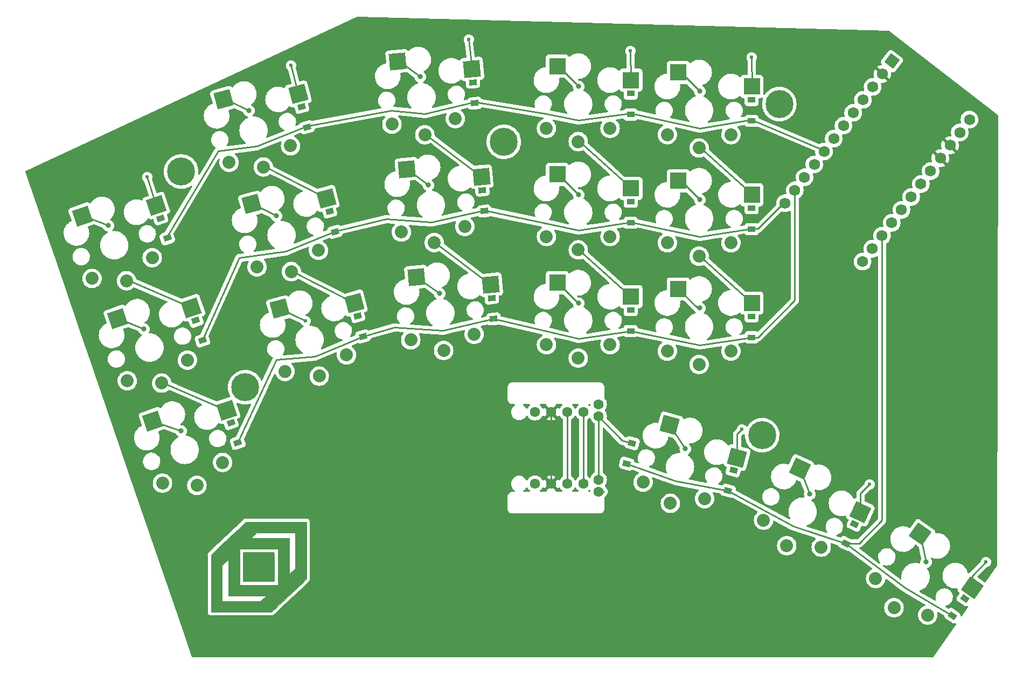
<source format=gbl>
%TF.GenerationSoftware,KiCad,Pcbnew,5.99.0-unknown-fa82fcb809~131~ubuntu20.04.1*%
%TF.CreationDate,2021-09-08T19:53:08+02:00*%
%TF.ProjectId,tuck-n-roll,7475636b-2d6e-42d7-926f-6c6c2e6b6963,VERSION_HERE*%
%TF.SameCoordinates,Original*%
%TF.FileFunction,Copper,L2,Bot*%
%TF.FilePolarity,Positive*%
%FSLAX46Y46*%
G04 Gerber Fmt 4.6, Leading zero omitted, Abs format (unit mm)*
G04 Created by KiCad (PCBNEW 5.99.0-unknown-fa82fcb809~131~ubuntu20.04.1) date 2021-09-08 19:53:08*
%MOMM*%
%LPD*%
G01*
G04 APERTURE LIST*
G04 Aperture macros list*
%AMRotRect*
0 Rectangle, with rotation*
0 The origin of the aperture is its center*
0 $1 length*
0 $2 width*
0 $3 Rotation angle, in degrees counterclockwise*
0 Add horizontal line*
21,1,$1,$2,0,0,$3*%
G04 Aperture macros list end*
%TA.AperFunction,EtchedComponent*%
%ADD10C,0.010000*%
%TD*%
%TA.AperFunction,SMDPad,CuDef*%
%ADD11RotRect,2.600000X2.600000X19.000000*%
%TD*%
%TA.AperFunction,ComponentPad*%
%ADD12C,2.032000*%
%TD*%
%TA.AperFunction,ComponentPad*%
%ADD13RotRect,0.900000X1.200000X109.000000*%
%TD*%
%TA.AperFunction,SMDPad,CuDef*%
%ADD14RotRect,2.600000X2.600000X15.000000*%
%TD*%
%TA.AperFunction,ComponentPad*%
%ADD15RotRect,0.900000X1.200000X105.000000*%
%TD*%
%TA.AperFunction,SMDPad,CuDef*%
%ADD16RotRect,2.600000X2.600000X5.000000*%
%TD*%
%TA.AperFunction,ComponentPad*%
%ADD17RotRect,0.900000X1.200000X95.000000*%
%TD*%
%TA.AperFunction,SMDPad,CuDef*%
%ADD18R,2.600000X2.600000*%
%TD*%
%TA.AperFunction,ComponentPad*%
%ADD19R,1.200000X0.900000*%
%TD*%
%TA.AperFunction,SMDPad,CuDef*%
%ADD20RotRect,2.600000X2.600000X345.000000*%
%TD*%
%TA.AperFunction,ComponentPad*%
%ADD21RotRect,0.900000X1.200000X75.000000*%
%TD*%
%TA.AperFunction,SMDPad,CuDef*%
%ADD22RotRect,2.600000X2.600000X335.000000*%
%TD*%
%TA.AperFunction,ComponentPad*%
%ADD23RotRect,0.900000X1.200000X65.000000*%
%TD*%
%TA.AperFunction,SMDPad,CuDef*%
%ADD24RotRect,2.600000X2.600000X325.000000*%
%TD*%
%TA.AperFunction,ComponentPad*%
%ADD25RotRect,0.900000X1.200000X55.000000*%
%TD*%
%TA.AperFunction,ComponentPad*%
%ADD26RotRect,1.752600X1.752600X233.000000*%
%TD*%
%TA.AperFunction,ComponentPad*%
%ADD27C,1.752600*%
%TD*%
%TA.AperFunction,ComponentPad*%
%ADD28C,1.600000*%
%TD*%
%TA.AperFunction,ComponentPad*%
%ADD29C,0.700000*%
%TD*%
%TA.AperFunction,ComponentPad*%
%ADD30C,4.400000*%
%TD*%
%TA.AperFunction,ViaPad*%
%ADD31C,0.800000*%
%TD*%
%TA.AperFunction,ViaPad*%
%ADD32C,0.600000*%
%TD*%
%TA.AperFunction,Conductor*%
%ADD33C,0.250000*%
%TD*%
G04 APERTURE END LIST*
D10*
%TO.C,G\u002A\u002A\u002A*%
X13599584Y-21212995D02*
X12230839Y-22502164D01*
X12230839Y-22502164D02*
X11983423Y-22735213D01*
X11983423Y-22735213D02*
X11711541Y-22991337D01*
X11711541Y-22991337D02*
X11421526Y-23264568D01*
X11421526Y-23264568D02*
X11119713Y-23548937D01*
X11119713Y-23548937D02*
X10812434Y-23838478D01*
X10812434Y-23838478D02*
X10506025Y-24127220D01*
X10506025Y-24127220D02*
X10206817Y-24409197D01*
X10206817Y-24409197D02*
X9921145Y-24678441D01*
X9921145Y-24678441D02*
X9655342Y-24928982D01*
X9655342Y-24928982D02*
X9486876Y-25087792D01*
X9486876Y-25087792D02*
X8111657Y-26384250D01*
X8111657Y-26384250D02*
X-1407583Y-26384250D01*
X-1407583Y-26384250D02*
X-1407583Y-19063163D01*
X-1407583Y-19063163D02*
X349250Y-19063163D01*
X349250Y-19063163D02*
X349250Y-24712084D01*
X349250Y-24712084D02*
X3360209Y-24710998D01*
X3360209Y-24710998D02*
X6371167Y-24709913D01*
X6371167Y-24709913D02*
X6844322Y-24261207D01*
X6844322Y-24261207D02*
X7317478Y-23812500D01*
X7317478Y-23812500D02*
X4320274Y-23807136D01*
X4320274Y-23807136D02*
X1323071Y-23801771D01*
X1323071Y-23801771D02*
X1317702Y-20976972D01*
X1317702Y-20976972D02*
X1312334Y-18152172D01*
X1312334Y-18152172D02*
X830792Y-18607667D01*
X830792Y-18607667D02*
X349250Y-19063163D01*
X349250Y-19063163D02*
X-1407583Y-19063163D01*
X-1407583Y-19063163D02*
X-1407583Y-17390933D01*
X-1407583Y-17390933D02*
X-438898Y-16478250D01*
X-438898Y-16478250D02*
X3100917Y-16478250D01*
X3100917Y-16478250D02*
X3100917Y-22129750D01*
X3100917Y-22129750D02*
X9091084Y-22129750D01*
X9091084Y-22129750D02*
X9091084Y-16478250D01*
X9091084Y-16478250D02*
X3100917Y-16478250D01*
X3100917Y-16478250D02*
X-438898Y-16478250D01*
X-438898Y-16478250D02*
X3460Y-16061466D01*
X3460Y-16061466D02*
X251992Y-15827283D01*
X251992Y-15827283D02*
X522632Y-15572232D01*
X522632Y-15572232D02*
X809425Y-15301928D01*
X809425Y-15301928D02*
X1106415Y-15021985D01*
X1106415Y-15021985D02*
X1346669Y-14795500D01*
X1346669Y-14795500D02*
X4870933Y-14795500D01*
X4870933Y-14795500D02*
X7870008Y-14800865D01*
X7870008Y-14800865D02*
X10869084Y-14806229D01*
X10869084Y-14806229D02*
X10869084Y-20464925D01*
X10869084Y-20464925D02*
X11033125Y-20307311D01*
X11033125Y-20307311D02*
X11102242Y-20241213D01*
X11102242Y-20241213D02*
X11193774Y-20154128D01*
X11193774Y-20154128D02*
X11299286Y-20054058D01*
X11299286Y-20054058D02*
X11410341Y-19949005D01*
X11410341Y-19949005D02*
X11509375Y-19855569D01*
X11509375Y-19855569D02*
X11821584Y-19561441D01*
X11821584Y-19561441D02*
X11821584Y-13895917D01*
X11821584Y-13895917D02*
X5820834Y-13896643D01*
X5820834Y-13896643D02*
X5345883Y-14346072D01*
X5345883Y-14346072D02*
X4870933Y-14795500D01*
X4870933Y-14795500D02*
X1346669Y-14795500D01*
X1346669Y-14795500D02*
X1407646Y-14738018D01*
X1407646Y-14738018D02*
X1707163Y-14455642D01*
X1707163Y-14455642D02*
X1999011Y-14180470D01*
X1999011Y-14180470D02*
X2277234Y-13918117D01*
X2277234Y-13918117D02*
X2535876Y-13674197D01*
X2535876Y-13674197D02*
X2744017Y-13477875D01*
X2744017Y-13477875D02*
X4073531Y-12223750D01*
X4073531Y-12223750D02*
X13599584Y-12223750D01*
X13599584Y-12223750D02*
X13599584Y-21212995D01*
X13599584Y-21212995D02*
X13599584Y-21212995D01*
G36*
X-438898Y-16478250D02*
G01*
X3100917Y-16478250D01*
X3100917Y-22129750D01*
X9091084Y-22129750D01*
X9091084Y-16478250D01*
X3100917Y-16478250D01*
X-438898Y-16478250D01*
X3460Y-16061466D01*
X251992Y-15827283D01*
X522632Y-15572232D01*
X809425Y-15301928D01*
X1106415Y-15021985D01*
X1346669Y-14795500D01*
X4870933Y-14795500D01*
X7870008Y-14800865D01*
X10869084Y-14806229D01*
X10869084Y-20464925D01*
X11033125Y-20307311D01*
X11102242Y-20241213D01*
X11193774Y-20154128D01*
X11299286Y-20054058D01*
X11410341Y-19949005D01*
X11509375Y-19855569D01*
X11821584Y-19561441D01*
X11821584Y-13895917D01*
X5820834Y-13896643D01*
X5345883Y-14346072D01*
X4870933Y-14795500D01*
X1346669Y-14795500D01*
X1407646Y-14738018D01*
X1707163Y-14455642D01*
X1999011Y-14180470D01*
X2277234Y-13918117D01*
X2535876Y-13674197D01*
X2744017Y-13477875D01*
X4073531Y-12223750D01*
X13599584Y-12223750D01*
X13599584Y-21212995D01*
X12230839Y-22502164D01*
X11983423Y-22735213D01*
X11711541Y-22991337D01*
X11421526Y-23264568D01*
X11119713Y-23548937D01*
X10812434Y-23838478D01*
X10506025Y-24127220D01*
X10206817Y-24409197D01*
X9921145Y-24678441D01*
X9655342Y-24928982D01*
X9486876Y-25087792D01*
X8111657Y-26384250D01*
X-1407583Y-26384250D01*
X-1407583Y-19063163D01*
X349250Y-19063163D01*
X349250Y-24712084D01*
X3360209Y-24710998D01*
X6371167Y-24709913D01*
X6844322Y-24261207D01*
X7317478Y-23812500D01*
X4320274Y-23807136D01*
X1323071Y-23801771D01*
X1317702Y-20976972D01*
X1312334Y-18152172D01*
X830792Y-18607667D01*
X349250Y-19063163D01*
X-1407583Y-19063163D01*
X-1407583Y-17390933D01*
X-438898Y-16478250D01*
G37*
X-438898Y-16478250D02*
X3100917Y-16478250D01*
X3100917Y-22129750D01*
X9091084Y-22129750D01*
X9091084Y-16478250D01*
X3100917Y-16478250D01*
X-438898Y-16478250D01*
X3460Y-16061466D01*
X251992Y-15827283D01*
X522632Y-15572232D01*
X809425Y-15301928D01*
X1106415Y-15021985D01*
X1346669Y-14795500D01*
X4870933Y-14795500D01*
X7870008Y-14800865D01*
X10869084Y-14806229D01*
X10869084Y-20464925D01*
X11033125Y-20307311D01*
X11102242Y-20241213D01*
X11193774Y-20154128D01*
X11299286Y-20054058D01*
X11410341Y-19949005D01*
X11509375Y-19855569D01*
X11821584Y-19561441D01*
X11821584Y-13895917D01*
X5820834Y-13896643D01*
X5345883Y-14346072D01*
X4870933Y-14795500D01*
X1346669Y-14795500D01*
X1407646Y-14738018D01*
X1707163Y-14455642D01*
X1999011Y-14180470D01*
X2277234Y-13918117D01*
X2535876Y-13674197D01*
X2744017Y-13477875D01*
X4073531Y-12223750D01*
X13599584Y-12223750D01*
X13599584Y-21212995D01*
X12230839Y-22502164D01*
X11983423Y-22735213D01*
X11711541Y-22991337D01*
X11421526Y-23264568D01*
X11119713Y-23548937D01*
X10812434Y-23838478D01*
X10506025Y-24127220D01*
X10206817Y-24409197D01*
X9921145Y-24678441D01*
X9655342Y-24928982D01*
X9486876Y-25087792D01*
X8111657Y-26384250D01*
X-1407583Y-26384250D01*
X-1407583Y-19063163D01*
X349250Y-19063163D01*
X349250Y-24712084D01*
X3360209Y-24710998D01*
X6371167Y-24709913D01*
X6844322Y-24261207D01*
X7317478Y-23812500D01*
X4320274Y-23807136D01*
X1323071Y-23801771D01*
X1317702Y-20976972D01*
X1312334Y-18152172D01*
X830792Y-18607667D01*
X349250Y-19063163D01*
X-1407583Y-19063163D01*
X-1407583Y-17390933D01*
X-438898Y-16478250D01*
%TD*%
D11*
%TO.P,S1,1*%
%TO.N,pinky_bottom*%
X-10568363Y3633416D03*
%TO.P,S1,2*%
%TO.N,P4*%
X1068627Y5313587D03*
%TD*%
D12*
%TO.P,S2,1*%
%TO.N,pinky_bottom*%
X-9025093Y-6146995D03*
%TO.P,S2,2*%
%TO.N,P4*%
X-3613807Y-6504744D03*
%TO.P,S2,1*%
%TO.N,pinky_bottom*%
X430093Y-2891314D03*
%TO.P,S2,2*%
%TO.N,P4*%
X-3613807Y-6504744D03*
%TD*%
D13*
%TO.P,D1,1*%
%TO.N,P16*%
X2803057Y199647D03*
%TO.P,D1,2*%
%TO.N,pinky_bottom*%
X1728683Y3319859D03*
%TD*%
D11*
%TO.P,S3,1*%
%TO.N,pinky_home*%
X-16103021Y19707232D03*
%TO.P,S3,2*%
%TO.N,P4*%
X-4466031Y21387403D03*
%TD*%
D12*
%TO.P,S4,1*%
%TO.N,pinky_home*%
X-14559751Y9926821D03*
%TO.P,S4,2*%
%TO.N,P4*%
X-9148465Y9569072D03*
%TO.P,S4,1*%
%TO.N,pinky_home*%
X-5104565Y13182502D03*
%TO.P,S4,2*%
%TO.N,P4*%
X-9148465Y9569072D03*
%TD*%
D13*
%TO.P,D2,1*%
%TO.N,P10*%
X-2731602Y16273463D03*
%TO.P,D2,2*%
%TO.N,pinky_home*%
X-3805976Y19393675D03*
%TD*%
D11*
%TO.P,S5,1*%
%TO.N,pinky_top*%
X-21637680Y35781047D03*
%TO.P,S5,2*%
%TO.N,P4*%
X-10000690Y37461218D03*
%TD*%
D12*
%TO.P,S6,1*%
%TO.N,pinky_top*%
X-20094410Y26000636D03*
%TO.P,S6,2*%
%TO.N,P4*%
X-14683124Y25642887D03*
%TO.P,S6,1*%
%TO.N,pinky_top*%
X-10639224Y29256317D03*
%TO.P,S6,2*%
%TO.N,P4*%
X-14683124Y25642887D03*
%TD*%
D13*
%TO.P,D3,1*%
%TO.N,P18*%
X-8266261Y32347279D03*
%TO.P,D3,2*%
%TO.N,pinky_top*%
X-9340635Y35467491D03*
%TD*%
D14*
%TO.P,S7,1*%
%TO.N,ring_bottom*%
X9387942Y21263618D03*
%TO.P,S7,2*%
%TO.N,P5*%
X21113787Y22127941D03*
%TD*%
D12*
%TO.P,S8,1*%
%TO.N,ring_bottom*%
X10245205Y11399379D03*
%TO.P,S8,2*%
%TO.N,P5*%
X15618354Y10665030D03*
%TO.P,S8,1*%
%TO.N,ring_bottom*%
X19904464Y13987569D03*
%TO.P,S8,2*%
%TO.N,P5*%
X15618354Y10665030D03*
%TD*%
D15*
%TO.P,D4,1*%
%TO.N,P16*%
X22487261Y16905471D03*
%TO.P,D4,2*%
%TO.N,ring_bottom*%
X21633159Y20093027D03*
%TD*%
D14*
%TO.P,S9,1*%
%TO.N,ring_home*%
X4988018Y37684357D03*
%TO.P,S9,2*%
%TO.N,P5*%
X16713863Y38548680D03*
%TD*%
D12*
%TO.P,S10,1*%
%TO.N,ring_home*%
X5845281Y27820118D03*
%TO.P,S10,2*%
%TO.N,P5*%
X11218430Y27085769D03*
%TO.P,S10,1*%
%TO.N,ring_home*%
X15504540Y30408308D03*
%TO.P,S10,2*%
%TO.N,P5*%
X11218430Y27085769D03*
%TD*%
D15*
%TO.P,D5,1*%
%TO.N,P10*%
X18087337Y33326210D03*
%TO.P,D5,2*%
%TO.N,ring_home*%
X17233235Y36513766D03*
%TD*%
D14*
%TO.P,S11,1*%
%TO.N,ring_top*%
X588094Y54105097D03*
%TO.P,S11,2*%
%TO.N,P5*%
X12313939Y54969420D03*
%TD*%
D12*
%TO.P,S12,1*%
%TO.N,ring_top*%
X1445357Y44240858D03*
%TO.P,S12,2*%
%TO.N,P5*%
X6818506Y43506509D03*
%TO.P,S12,1*%
%TO.N,ring_top*%
X11104616Y46829048D03*
%TO.P,S12,2*%
%TO.N,P5*%
X6818506Y43506509D03*
%TD*%
D15*
%TO.P,D6,1*%
%TO.N,P18*%
X13687414Y49746950D03*
%TO.P,D6,2*%
%TO.N,ring_top*%
X12833312Y52934506D03*
%TD*%
D16*
%TO.P,S13,1*%
%TO.N,middle_bottom*%
X30873968Y26213303D03*
%TO.P,S13,2*%
%TO.N,P6*%
X42571759Y25028324D03*
%TD*%
D12*
%TO.P,S14,1*%
%TO.N,middle_bottom*%
X30005300Y16350061D03*
%TO.P,S14,2*%
%TO.N,P6*%
X35169301Y14693831D03*
%TO.P,S14,1*%
%TO.N,middle_bottom*%
X39967247Y17221619D03*
%TO.P,S14,2*%
%TO.N,P6*%
X35169301Y14693831D03*
%TD*%
D17*
%TO.P,D7,1*%
%TO.N,P16*%
X43017495Y19646694D03*
%TO.P,D7,2*%
%TO.N,middle_bottom*%
X42729881Y22934136D03*
%TD*%
D16*
%TO.P,S15,1*%
%TO.N,middle_home*%
X29392320Y43148613D03*
%TO.P,S15,2*%
%TO.N,P6*%
X41090111Y41963634D03*
%TD*%
D12*
%TO.P,S16,1*%
%TO.N,middle_home*%
X28523652Y33285371D03*
%TO.P,S16,2*%
%TO.N,P6*%
X33687653Y31629141D03*
%TO.P,S16,1*%
%TO.N,middle_home*%
X38485599Y34156929D03*
%TO.P,S16,2*%
%TO.N,P6*%
X33687653Y31629141D03*
%TD*%
D17*
%TO.P,D8,1*%
%TO.N,P10*%
X41535848Y36582004D03*
%TO.P,D8,2*%
%TO.N,middle_home*%
X41248234Y39869446D03*
%TD*%
D16*
%TO.P,S17,1*%
%TO.N,middle_top*%
X27910673Y60083923D03*
%TO.P,S17,2*%
%TO.N,P6*%
X39608464Y58898944D03*
%TD*%
D12*
%TO.P,S18,1*%
%TO.N,middle_top*%
X27042005Y50220681D03*
%TO.P,S18,2*%
%TO.N,P6*%
X32206006Y48564451D03*
%TO.P,S18,1*%
%TO.N,middle_top*%
X37003952Y51092239D03*
%TO.P,S18,2*%
%TO.N,P6*%
X32206006Y48564451D03*
%TD*%
D17*
%TO.P,D9,1*%
%TO.N,P18*%
X40054200Y53517314D03*
%TO.P,D9,2*%
%TO.N,middle_top*%
X39766586Y56804756D03*
%TD*%
D18*
%TO.P,S19,1*%
%TO.N,index_bottom*%
X53047091Y25340601D03*
%TO.P,S19,2*%
%TO.N,P21*%
X64597091Y23140601D03*
%TD*%
D12*
%TO.P,S20,1*%
%TO.N,index_bottom*%
X51322091Y15590601D03*
%TO.P,S20,2*%
%TO.N,P21*%
X56322091Y13490601D03*
%TO.P,S20,1*%
%TO.N,index_bottom*%
X61322091Y15590601D03*
%TO.P,S20,2*%
%TO.N,P21*%
X56322091Y13490601D03*
%TD*%
D19*
%TO.P,D10,1*%
%TO.N,P16*%
X64572091Y17740601D03*
%TO.P,D10,2*%
%TO.N,index_bottom*%
X64572091Y21040601D03*
%TD*%
D18*
%TO.P,S21,1*%
%TO.N,index_home*%
X53047091Y42340601D03*
%TO.P,S21,2*%
%TO.N,P21*%
X64597091Y40140601D03*
%TD*%
D12*
%TO.P,S22,1*%
%TO.N,index_home*%
X51322091Y32590601D03*
%TO.P,S22,2*%
%TO.N,P21*%
X56322091Y30490601D03*
%TO.P,S22,1*%
%TO.N,index_home*%
X61322091Y32590601D03*
%TO.P,S22,2*%
%TO.N,P21*%
X56322091Y30490601D03*
%TD*%
D19*
%TO.P,D11,1*%
%TO.N,P10*%
X64572091Y34740601D03*
%TO.P,D11,2*%
%TO.N,index_home*%
X64572091Y38040601D03*
%TD*%
D18*
%TO.P,S23,1*%
%TO.N,index_top*%
X53047091Y59340601D03*
%TO.P,S23,2*%
%TO.N,P21*%
X64597091Y57140601D03*
%TD*%
D12*
%TO.P,S24,1*%
%TO.N,index_top*%
X51322091Y49590601D03*
%TO.P,S24,2*%
%TO.N,P21*%
X56322091Y47490601D03*
%TO.P,S24,1*%
%TO.N,index_top*%
X61322091Y49590601D03*
%TO.P,S24,2*%
%TO.N,P21*%
X56322091Y47490601D03*
%TD*%
D19*
%TO.P,D12,1*%
%TO.N,P18*%
X64572091Y51740601D03*
%TO.P,D12,2*%
%TO.N,index_top*%
X64572091Y55040601D03*
%TD*%
D18*
%TO.P,S25,1*%
%TO.N,inner_bottom*%
X72047091Y24340601D03*
%TO.P,S25,2*%
%TO.N,P20*%
X83597091Y22140601D03*
%TD*%
D12*
%TO.P,S26,1*%
%TO.N,inner_bottom*%
X70322091Y14590601D03*
%TO.P,S26,2*%
%TO.N,P20*%
X75322091Y12490601D03*
%TO.P,S26,1*%
%TO.N,inner_bottom*%
X80322091Y14590601D03*
%TO.P,S26,2*%
%TO.N,P20*%
X75322091Y12490601D03*
%TD*%
D19*
%TO.P,D13,1*%
%TO.N,P16*%
X83572091Y16740601D03*
%TO.P,D13,2*%
%TO.N,inner_bottom*%
X83572091Y20040601D03*
%TD*%
D18*
%TO.P,S27,1*%
%TO.N,inner_home*%
X72047091Y41340601D03*
%TO.P,S27,2*%
%TO.N,P20*%
X83597091Y39140601D03*
%TD*%
D12*
%TO.P,S28,1*%
%TO.N,inner_home*%
X70322091Y31590601D03*
%TO.P,S28,2*%
%TO.N,P20*%
X75322091Y29490601D03*
%TO.P,S28,1*%
%TO.N,inner_home*%
X80322091Y31590601D03*
%TO.P,S28,2*%
%TO.N,P20*%
X75322091Y29490601D03*
%TD*%
D19*
%TO.P,D14,1*%
%TO.N,P10*%
X83572091Y33740601D03*
%TO.P,D14,2*%
%TO.N,inner_home*%
X83572091Y37040601D03*
%TD*%
D18*
%TO.P,S29,1*%
%TO.N,inner_top*%
X72047091Y58340601D03*
%TO.P,S29,2*%
%TO.N,P20*%
X83597091Y56140601D03*
%TD*%
D12*
%TO.P,S30,1*%
%TO.N,inner_top*%
X70322091Y48590601D03*
%TO.P,S30,2*%
%TO.N,P20*%
X75322091Y46490601D03*
%TO.P,S30,1*%
%TO.N,inner_top*%
X80322091Y48590601D03*
%TO.P,S30,2*%
%TO.N,P20*%
X75322091Y46490601D03*
%TD*%
D19*
%TO.P,D15,1*%
%TO.N,P18*%
X83572091Y50740601D03*
%TO.P,D15,2*%
%TO.N,inner_top*%
X83572091Y54040601D03*
%TD*%
D20*
%TO.P,S31,1*%
%TO.N,near_thumb*%
X70698657Y2985492D03*
%TO.P,S31,2*%
%TO.N,P6*%
X81285699Y-2128905D03*
%TD*%
D12*
%TO.P,S32,1*%
%TO.N,near_thumb*%
X66508949Y-5985822D03*
%TO.P,S32,2*%
%TO.N,P6*%
X70795059Y-9308361D03*
%TO.P,S32,1*%
%TO.N,near_thumb*%
X76168208Y-8574012D03*
%TO.P,S32,2*%
%TO.N,P6*%
X70795059Y-9308361D03*
%TD*%
D21*
%TO.P,D16,1*%
%TO.N,P7*%
X79863928Y-7338434D03*
%TO.P,D16,2*%
%TO.N,near_thumb*%
X80718030Y-4150878D03*
%TD*%
D22*
%TO.P,S33,1*%
%TO.N,home_thumb*%
X91128924Y-3843010D03*
%TO.P,S33,2*%
%TO.N,P5*%
X100667018Y-10718128D03*
%TD*%
D12*
%TO.P,S34,1*%
%TO.N,home_thumb*%
X85445015Y-11950494D03*
%TO.P,S34,2*%
%TO.N,P5*%
X89089055Y-15966832D03*
%TO.P,S34,1*%
%TO.N,home_thumb*%
X94508093Y-16176677D03*
%TO.P,S34,2*%
%TO.N,P5*%
X89089055Y-15966832D03*
%TD*%
D23*
%TO.P,D17,1*%
%TO.N,P7*%
X98362222Y-15601625D03*
%TO.P,D17,2*%
%TO.N,home_thumb*%
X99756862Y-12610809D03*
%TD*%
D24*
%TO.P,S35,1*%
%TO.N,far_thumb*%
X110063052Y-14115450D03*
%TO.P,S35,2*%
%TO.N,P4*%
X118262390Y-22542392D03*
%TD*%
D12*
%TO.P,S36,1*%
%TO.N,far_thumb*%
X103057644Y-21112763D03*
%TO.P,S36,2*%
%TO.N,P4*%
X105948894Y-25700864D03*
%TO.P,S36,1*%
%TO.N,far_thumb*%
X111249165Y-26848527D03*
%TO.P,S36,2*%
%TO.N,P4*%
X105948894Y-25700864D03*
%TD*%
D25*
%TO.P,D18,1*%
%TO.N,P7*%
X115144598Y-26951474D03*
%TO.P,D18,2*%
%TO.N,far_thumb*%
X117037400Y-24248272D03*
%TD*%
D26*
%TO.P,MCU1,1*%
%TO.N,RAW*%
X105643844Y60133370D03*
D27*
%TO.P,MCU1,2*%
%TO.N,GND*%
X104115234Y58104835D03*
%TO.P,MCU1,3*%
%TO.N,RST*%
X102586624Y56076301D03*
%TO.P,MCU1,4*%
%TO.N,VCC*%
X101058014Y54047767D03*
%TO.P,MCU1,5*%
%TO.N,P21*%
X99529404Y52019233D03*
%TO.P,MCU1,6*%
%TO.N,P20*%
X98000793Y49990699D03*
%TO.P,MCU1,7*%
%TO.N,P19*%
X96472183Y47962164D03*
%TO.P,MCU1,8*%
%TO.N,P18*%
X94943573Y45933630D03*
%TO.P,MCU1,9*%
%TO.N,P15*%
X93414963Y43905096D03*
%TO.P,MCU1,10*%
%TO.N,P14*%
X91886353Y41876562D03*
%TO.P,MCU1,11*%
%TO.N,P16*%
X90357743Y39848028D03*
%TO.P,MCU1,12*%
%TO.N,P10*%
X88829133Y37819493D03*
%TO.P,MCU1,13*%
%TO.N,P1*%
X117815049Y50961709D03*
%TO.P,MCU1,14*%
%TO.N,P0*%
X116286439Y48933174D03*
%TO.P,MCU1,15*%
%TO.N,GND*%
X114757829Y46904640D03*
%TO.P,MCU1,16*%
X113229219Y44876106D03*
%TO.P,MCU1,17*%
%TO.N,P2*%
X111700609Y42847572D03*
%TO.P,MCU1,18*%
%TO.N,P3*%
X110171999Y40819038D03*
%TO.P,MCU1,19*%
%TO.N,P4*%
X108643389Y38790503D03*
%TO.P,MCU1,20*%
%TO.N,P5*%
X107114778Y36761969D03*
%TO.P,MCU1,21*%
%TO.N,P6*%
X105586168Y34733435D03*
%TO.P,MCU1,22*%
%TO.N,P7*%
X104057558Y32704901D03*
%TO.P,MCU1,23*%
%TO.N,P8*%
X102528948Y30676367D03*
%TO.P,MCU1,24*%
%TO.N,P9*%
X101000338Y28647832D03*
%TD*%
D28*
%TO.P,REF\u002A\u002A,S1*%
%TO.N,P21*%
X59522091Y6240601D03*
%TO.P,REF\u002A\u002A,S2*%
%TO.N,enc_diode*%
X59522091Y4390601D03*
%TO.P,REF\u002A\u002A,A*%
%TO.N,P8*%
X57132091Y5015601D03*
%TO.P,REF\u002A\u002A,B*%
%TO.N,P9*%
X54592091Y5015601D03*
%TO.P,REF\u002A\u002A,C*%
%TO.N,GND*%
X52052091Y5015601D03*
%TO.P,REF\u002A\u002A,D*%
%TO.N,N/C*%
X49512091Y5015601D03*
%TO.P,REF\u002A\u002A,S1*%
%TO.N,P21*%
X59522091Y-7459399D03*
%TO.P,REF\u002A\u002A,S2*%
%TO.N,enc_diode*%
X59522091Y-5609399D03*
%TO.P,REF\u002A\u002A,A*%
%TO.N,P8*%
X57132091Y-6234399D03*
%TO.P,REF\u002A\u002A,B*%
%TO.N,P9*%
X54592091Y-6234399D03*
%TO.P,REF\u002A\u002A,C*%
%TO.N,GND*%
X52052091Y-6234399D03*
%TO.P,REF\u002A\u002A,D*%
%TO.N,N/C*%
X49512091Y-6234399D03*
%TD*%
D21*
%TO.P,D19,1*%
%TO.N,P7*%
X63926152Y-3067920D03*
%TO.P,D19,2*%
%TO.N,enc_diode*%
X64780254Y119636D03*
%TD*%
D29*
%TO.P,HOLE1,1*%
%TO.N,N/C*%
X86388817Y223875D03*
D30*
X85222091Y1390601D03*
D29*
X85222091Y-259399D03*
X86388817Y2557327D03*
X83572091Y1390601D03*
X84055365Y2557327D03*
X84055365Y223875D03*
X86872091Y1390601D03*
X85222091Y3040601D03*
%TD*%
%TO.P,HOLE2,1*%
%TO.N,N/C*%
X89088817Y52223875D03*
D30*
X87922091Y53390601D03*
D29*
X87922091Y51740601D03*
X89088817Y54557327D03*
X86272091Y53390601D03*
X86755365Y54557327D03*
X86755365Y52223875D03*
X89572091Y53390601D03*
X87922091Y55040601D03*
%TD*%
%TO.P,HOLE3,1*%
%TO.N,N/C*%
X5465155Y8184650D03*
D30*
X3982145Y8907962D03*
D29*
X4519332Y7347856D03*
X4705457Y10390972D03*
X2422039Y8370775D03*
X2499135Y9631274D03*
X3258833Y7424952D03*
X5542251Y9445149D03*
X3444958Y10468068D03*
%TD*%
%TO.P,HOLE4,1*%
%TO.N,N/C*%
X-4609123Y42049808D03*
D30*
X-6092133Y42773120D03*
D29*
X-5554946Y41213014D03*
X-5368821Y44256130D03*
X-7652239Y42235933D03*
X-7575143Y43496432D03*
X-6815445Y41290110D03*
X-4532027Y43310307D03*
X-6629320Y44333226D03*
%TD*%
%TO.P,HOLE5,1*%
%TO.N,N/C*%
X45788817Y46273875D03*
D30*
X44622091Y47440601D03*
D29*
X44622091Y45790601D03*
X45788817Y48607327D03*
X42972091Y47440601D03*
X43455365Y48607327D03*
X43455365Y46273875D03*
X46272091Y47440601D03*
X44622091Y49090601D03*
%TD*%
D31*
%TO.N,pinky_bottom*%
X-6096000Y2032000D03*
D32*
%TO.N,P4*%
X-11430000Y41910000D03*
X120396000Y-18542000D03*
D31*
%TO.N,pinky_home*%
X-11938000Y18034000D03*
%TO.N,pinky_top*%
X-17526000Y34290000D03*
D32*
%TO.N,ring_bottom*%
X13462000Y19304000D03*
%TO.N,P5*%
X11176000Y59436000D03*
X102108000Y-6350000D03*
D31*
%TO.N,ring_home*%
X8890000Y35814000D03*
%TO.N,ring_top*%
X4572000Y52324000D03*
%TO.N,middle_bottom*%
X34544000Y23622000D03*
D32*
%TO.N,P6*%
X82042000Y2286000D03*
X39116000Y63500000D03*
D31*
%TO.N,middle_home*%
X32766000Y40640000D03*
%TO.N,middle_top*%
X31496000Y57658000D03*
%TO.N,index_bottom*%
X56388000Y22098000D03*
D32*
%TO.N,P21*%
X64516000Y61722000D03*
D31*
%TO.N,index_home*%
X56388000Y39116000D03*
%TO.N,index_top*%
X56388000Y56134000D03*
%TO.N,inner_bottom*%
X75438000Y21336000D03*
D32*
%TO.N,P20*%
X83566000Y60706000D03*
D31*
%TO.N,inner_home*%
X75438000Y38354000D03*
%TO.N,inner_top*%
X75438000Y55372000D03*
%TO.N,near_thumb*%
X73152000Y-762000D03*
%TO.N,home_thumb*%
X92710000Y-7874000D03*
%TO.N,far_thumb*%
X110998000Y-18542000D03*
%TD*%
D33*
%TO.N,pinky_bottom*%
X-6096000Y2032000D02*
X-10568363Y3633416D01*
%TO.N,P4*%
X1068627Y5313587D02*
X-9181022Y9663623D01*
X118262390Y-20675610D02*
X118262390Y-22542392D01*
X120396000Y-18542000D02*
X118262390Y-20675610D01*
X-4498588Y21481954D02*
X-14748237Y25831991D01*
X-11430000Y41910000D02*
X-10065803Y37650322D01*
%TO.N,P16*%
X43017495Y19646694D02*
X56388000Y16510000D01*
X84558601Y16740601D02*
X90357743Y22539743D01*
X14986000Y13716000D02*
X8890000Y13208000D01*
X22487261Y16905471D02*
X14986000Y13716000D01*
X56388000Y16510000D02*
X64572091Y17740601D01*
X83572091Y16740601D02*
X84558601Y16740601D01*
X8890000Y13208000D02*
X2803057Y199647D01*
X43017495Y19646694D02*
X35052000Y17780000D01*
X35052000Y17780000D02*
X27432000Y18288000D01*
X90357743Y22539743D02*
X90357743Y40048028D01*
X64572091Y17740601D02*
X75438000Y15494000D01*
X75438000Y15494000D02*
X83572091Y16740601D01*
X27432000Y18288000D02*
X22487261Y16905471D01*
%TO.N,pinky_home*%
X-16135578Y19801783D02*
X-11938000Y18034000D01*
%TO.N,P10*%
X3048000Y29210000D02*
X10414000Y30226000D01*
X84591640Y33782000D02*
X83572091Y33840601D01*
X33274000Y34798000D02*
X26162000Y35306000D01*
X75438000Y32512000D02*
X83572091Y33840601D01*
X56388000Y33528000D02*
X64572091Y34840601D01*
X-2764159Y16368015D02*
X3048000Y29210000D01*
X10414000Y30226000D02*
X18061455Y33422803D01*
X41527132Y36681623D02*
X56388000Y33528000D01*
X41527132Y36681623D02*
X33274000Y34798000D01*
X88829133Y38019493D02*
X84591640Y33782000D01*
X64572091Y34840601D02*
X75438000Y32512000D01*
X26162000Y35306000D02*
X18061455Y33422803D01*
%TO.N,pinky_top*%
X-17526000Y34290000D02*
X-21702793Y35970151D01*
%TO.N,P18*%
X40036769Y53716553D02*
X51308000Y51816000D01*
X56388000Y50800000D02*
X64572091Y51940601D01*
X26924000Y52324000D02*
X32258000Y51816000D01*
X5842000Y46736000D02*
X13635650Y49940135D01*
X64572091Y51940601D02*
X75438000Y49530000D01*
X-254000Y45974000D02*
X5842000Y46736000D01*
X75438000Y49530000D02*
X83572091Y50940601D01*
X83572091Y50940601D02*
X94943573Y46133630D01*
X51308000Y51816000D02*
X56388000Y50800000D01*
X32258000Y51816000D02*
X40036769Y53716553D01*
X13635650Y49940135D02*
X26924000Y52324000D01*
X-8331374Y32536382D02*
X-254000Y45974000D01*
%TO.N,ring_bottom*%
X13462000Y19304000D02*
X9387942Y21263618D01*
%TO.N,P5*%
X102108000Y-6350000D02*
X100667018Y-7790982D01*
X21113787Y22127941D02*
X11192548Y27182362D01*
X100667018Y-7790982D02*
X100667018Y-10718128D01*
X12262176Y55162605D02*
X11176000Y59436000D01*
X16687981Y38645273D02*
X6766743Y43699694D01*
%TO.N,ring_home*%
X4962136Y37780950D02*
X8890000Y35814000D01*
%TO.N,ring_top*%
X4572000Y52324000D02*
X536331Y54298282D01*
%TO.N,middle_bottom*%
X34544000Y23622000D02*
X30873968Y26213303D01*
%TO.N,P6*%
X39591033Y59098183D02*
X39116000Y63500000D01*
X41081396Y42063253D02*
X32188575Y48763690D01*
X82042000Y2286000D02*
X81285699Y1529699D01*
X42571759Y25028324D02*
X33678938Y31728760D01*
X81285699Y1529699D02*
X81285699Y-2128905D01*
%TO.N,middle_home*%
X29383605Y43248232D02*
X32766000Y40640000D01*
%TO.N,middle_top*%
X31496000Y57658000D02*
X27893242Y60283162D01*
%TO.N,index_bottom*%
X56289692Y22098000D02*
X53047091Y25340601D01*
X56388000Y22098000D02*
X56289692Y22098000D01*
%TO.N,P21*%
X64597091Y23140601D02*
X56322091Y30590601D01*
X64597091Y57340601D02*
X64516000Y61722000D01*
X59522091Y-7459399D02*
X60358601Y-7459399D01*
X64597091Y40240601D02*
X56322091Y47690601D01*
X60053399Y6240601D02*
X59522091Y6240601D01*
%TO.N,index_home*%
X53047091Y42440601D02*
X53063399Y42440601D01*
X53063399Y42440601D02*
X56388000Y39116000D01*
%TO.N,index_top*%
X53047091Y59540601D02*
X53047091Y59474909D01*
X53047091Y59474909D02*
X56388000Y56134000D01*
%TO.N,inner_bottom*%
X75438000Y21336000D02*
X75051692Y21336000D01*
X75051692Y21336000D02*
X72047091Y24340601D01*
%TO.N,P20*%
X75322091Y46690601D02*
X83597091Y39240601D01*
X83597091Y56340601D02*
X83566000Y60706000D01*
X75322091Y29590601D02*
X83597091Y22140601D01*
%TO.N,inner_home*%
X72351399Y41440601D02*
X72047091Y41440601D01*
X75438000Y38354000D02*
X72351399Y41440601D01*
%TO.N,inner_top*%
X72269399Y58540601D02*
X75438000Y55372000D01*
X72047091Y58540601D02*
X72269399Y58540601D01*
%TO.N,near_thumb*%
X73152000Y-762000D02*
X70698657Y2985492D01*
%TO.N,P7*%
X104057558Y-12020442D02*
X104057558Y32904901D01*
X79863928Y-7338434D02*
X90170000Y-12954000D01*
X63926152Y-3067920D02*
X71628000Y-5842000D01*
X71628000Y-5842000D02*
X79863928Y-7338434D01*
X100476375Y-15601625D02*
X104057558Y-12020442D01*
X98362222Y-15601625D02*
X107696000Y-22606000D01*
X90170000Y-12954000D02*
X98362222Y-15601625D01*
X107696000Y-22606000D02*
X115144598Y-26951474D01*
X98362222Y-15601625D02*
X100476375Y-15601625D01*
%TO.N,home_thumb*%
X91128924Y-3843010D02*
X92710000Y-7874000D01*
%TO.N,far_thumb*%
X110998000Y-18542000D02*
X110063052Y-14115450D01*
%TO.N,GND*%
X52052091Y5015601D02*
X52052091Y-6234399D01*
%TO.N,P8*%
X57132091Y5015601D02*
X57132091Y-6234399D01*
%TO.N,P9*%
X54592091Y5015601D02*
X54592091Y-6234399D01*
%TO.N,enc_diode*%
X63246000Y508000D02*
X64780254Y119636D01*
X59522091Y-5609399D02*
X59522091Y4390601D01*
X59522091Y4390601D02*
X63246000Y508000D01*
%TD*%
%TA.AperFunction,Conductor*%
%TO.N,GND*%
G36*
X105096305Y64888387D02*
G01*
X105115628Y64886378D01*
X105122742Y64885078D01*
X105177052Y64860897D01*
X122264459Y51679184D01*
X122306178Y51621739D01*
X122313497Y51579181D01*
X122179099Y-19022919D01*
X122179097Y-19023845D01*
X122177558Y-19043238D01*
X122176093Y-19052525D01*
X122154845Y-19105163D01*
X120368881Y-21655784D01*
X120313424Y-21700112D01*
X120242805Y-21707421D01*
X120193397Y-21686726D01*
X120070898Y-21600951D01*
X119708290Y-21347051D01*
X119112889Y-20930147D01*
X119068561Y-20874690D01*
X119061252Y-20804071D01*
X119096065Y-20737839D01*
X120456177Y-19377727D01*
X120518489Y-19343701D01*
X120533837Y-19341343D01*
X120559600Y-19338998D01*
X120566302Y-19336820D01*
X120566304Y-19336820D01*
X120725409Y-19285124D01*
X120725412Y-19285123D01*
X120732108Y-19282947D01*
X120872063Y-19199517D01*
X120881860Y-19193677D01*
X120881862Y-19193676D01*
X120887912Y-19190069D01*
X121019266Y-19064982D01*
X121119643Y-18913902D01*
X121167323Y-18788384D01*
X121181555Y-18750920D01*
X121181556Y-18750918D01*
X121184055Y-18744338D01*
X121186444Y-18727342D01*
X121208748Y-18568639D01*
X121208748Y-18568636D01*
X121209299Y-18564717D01*
X121209452Y-18553738D01*
X121209561Y-18545962D01*
X121209561Y-18545957D01*
X121209616Y-18542000D01*
X121189397Y-18361745D01*
X121186029Y-18352072D01*
X121132064Y-18197106D01*
X121132062Y-18197103D01*
X121129745Y-18190448D01*
X121123365Y-18180238D01*
X121037359Y-18042598D01*
X121033626Y-18036624D01*
X121007963Y-18010781D01*
X120910778Y-17912915D01*
X120910774Y-17912912D01*
X120905815Y-17907918D01*
X120894697Y-17900862D01*
X120833113Y-17861780D01*
X120752666Y-17810727D01*
X120714546Y-17797153D01*
X120588425Y-17752243D01*
X120588420Y-17752242D01*
X120581790Y-17749881D01*
X120574802Y-17749048D01*
X120574799Y-17749047D01*
X120451698Y-17734368D01*
X120401680Y-17728404D01*
X120394677Y-17729140D01*
X120394676Y-17729140D01*
X120228288Y-17746628D01*
X120228286Y-17746629D01*
X120221288Y-17747364D01*
X120049579Y-17805818D01*
X120043575Y-17809512D01*
X119901095Y-17897166D01*
X119901092Y-17897168D01*
X119895088Y-17900862D01*
X119890053Y-17905793D01*
X119890050Y-17905795D01*
X119770525Y-18022843D01*
X119765493Y-18027771D01*
X119667235Y-18180238D01*
X119664826Y-18186858D01*
X119664824Y-18186861D01*
X119654458Y-18215341D01*
X119605197Y-18350685D01*
X119598137Y-18406568D01*
X119569757Y-18471641D01*
X119562227Y-18479868D01*
X117870137Y-20171958D01*
X117861851Y-20179498D01*
X117855372Y-20183610D01*
X117849947Y-20189387D01*
X117849946Y-20189388D01*
X117820634Y-20220602D01*
X117768034Y-20254080D01*
X117724053Y-20268498D01*
X117715524Y-20271294D01*
X117710129Y-20274995D01*
X117641402Y-20287034D01*
X117575949Y-20259532D01*
X117535755Y-20201008D01*
X117532126Y-20187377D01*
X117519568Y-20126738D01*
X117518699Y-20122541D01*
X117427284Y-19864394D01*
X117301680Y-19621041D01*
X117291707Y-19606850D01*
X117181822Y-19450500D01*
X117144212Y-19396986D01*
X116984160Y-19224749D01*
X116960713Y-19199517D01*
X116960710Y-19199514D01*
X116957792Y-19196374D01*
X116954477Y-19193660D01*
X116954473Y-19193657D01*
X116749190Y-19025635D01*
X116745872Y-19022919D01*
X116512371Y-18879830D01*
X116508435Y-18878102D01*
X116265540Y-18771478D01*
X116265536Y-18771477D01*
X116261612Y-18769754D01*
X115998233Y-18694729D01*
X115993991Y-18694125D01*
X115993985Y-18694124D01*
X115748287Y-18659156D01*
X115727110Y-18656142D01*
X115583256Y-18655389D01*
X115457544Y-18654731D01*
X115457538Y-18654731D01*
X115453258Y-18654709D01*
X115449014Y-18655268D01*
X115449010Y-18655268D01*
X115329969Y-18670940D01*
X115181745Y-18690454D01*
X115177605Y-18691587D01*
X115177603Y-18691587D01*
X115110487Y-18709948D01*
X114917595Y-18762717D01*
X114913647Y-18764401D01*
X114669649Y-18868475D01*
X114669645Y-18868477D01*
X114665697Y-18870161D01*
X114582801Y-18919773D01*
X114434392Y-19008593D01*
X114434388Y-19008596D01*
X114430710Y-19010797D01*
X114216985Y-19182023D01*
X114028475Y-19380671D01*
X113868669Y-19603065D01*
X113740524Y-19845090D01*
X113739052Y-19849113D01*
X113739050Y-19849117D01*
X113678222Y-20015336D01*
X113646410Y-20102266D01*
X113588071Y-20369836D01*
X113566584Y-20642847D01*
X113582349Y-20916249D01*
X113583174Y-20920454D01*
X113583175Y-20920462D01*
X113610910Y-21061828D01*
X113635072Y-21184982D01*
X113636459Y-21189032D01*
X113636460Y-21189037D01*
X113716318Y-21422281D01*
X113723779Y-21444073D01*
X113846827Y-21688728D01*
X113849253Y-21692257D01*
X113849256Y-21692263D01*
X113931024Y-21811235D01*
X114001941Y-21914419D01*
X114004828Y-21917592D01*
X114004829Y-21917593D01*
X114086535Y-22007387D01*
X114186249Y-22116972D01*
X114396342Y-22292636D01*
X114399983Y-22294920D01*
X114624691Y-22435880D01*
X114624695Y-22435882D01*
X114628331Y-22438163D01*
X114753128Y-22494511D01*
X114874012Y-22549093D01*
X114874016Y-22549095D01*
X114877924Y-22550859D01*
X114882044Y-22552079D01*
X114882043Y-22552079D01*
X115136390Y-22627420D01*
X115136394Y-22627421D01*
X115140503Y-22628638D01*
X115144737Y-22629286D01*
X115144742Y-22629287D01*
X115406965Y-22669412D01*
X115406967Y-22669412D01*
X115411207Y-22670061D01*
X115550579Y-22672251D01*
X115680738Y-22674296D01*
X115680744Y-22674296D01*
X115685029Y-22674363D01*
X115788837Y-22661801D01*
X115802811Y-22660110D01*
X115872841Y-22671783D01*
X115925443Y-22719465D01*
X115943916Y-22788016D01*
X115943312Y-22797137D01*
X115941217Y-22805267D01*
X115945919Y-22950848D01*
X115991292Y-23089258D01*
X116073688Y-23209371D01*
X116120750Y-23250571D01*
X116123535Y-23252521D01*
X116193355Y-23301410D01*
X116237683Y-23356867D01*
X116244992Y-23427487D01*
X116224298Y-23476893D01*
X116021205Y-23766938D01*
X115865569Y-23989210D01*
X115843652Y-24020510D01*
X115813519Y-24075321D01*
X115777173Y-24216371D01*
X115777463Y-24225344D01*
X115781051Y-24336430D01*
X115781875Y-24361953D01*
X115827248Y-24500363D01*
X115909645Y-24620475D01*
X115956707Y-24661675D01*
X115959484Y-24663619D01*
X115959491Y-24663625D01*
X116979757Y-25378023D01*
X117018547Y-25405184D01*
X117073358Y-25435316D01*
X117081009Y-25437287D01*
X117081010Y-25437288D01*
X117205716Y-25469423D01*
X117214409Y-25471663D01*
X117287200Y-25469311D01*
X117351017Y-25467250D01*
X117351018Y-25467250D01*
X117359990Y-25466960D01*
X117368517Y-25464165D01*
X117368521Y-25464164D01*
X117442245Y-25439996D01*
X117513207Y-25437783D01*
X117574100Y-25474286D01*
X117605592Y-25537917D01*
X117597683Y-25608471D01*
X117584709Y-25631995D01*
X117053569Y-26390541D01*
X116632064Y-26992512D01*
X116576607Y-27036840D01*
X116505988Y-27044149D01*
X116442627Y-27012118D01*
X116406642Y-26950917D01*
X116402917Y-26924308D01*
X116402622Y-26915152D01*
X116400997Y-26864856D01*
X116400413Y-26846765D01*
X116400413Y-26846763D01*
X116400123Y-26837793D01*
X116354750Y-26699383D01*
X116272353Y-26579271D01*
X116252502Y-26561892D01*
X116227850Y-26540311D01*
X116227847Y-26540309D01*
X116225291Y-26538071D01*
X116222514Y-26536127D01*
X116222507Y-26536121D01*
X115166246Y-25796519D01*
X115166245Y-25796518D01*
X115163451Y-25794562D01*
X115108640Y-25764430D01*
X115100989Y-25762459D01*
X115100988Y-25762458D01*
X114976282Y-25730323D01*
X114967589Y-25728083D01*
X114898250Y-25730323D01*
X114830981Y-25732496D01*
X114830980Y-25732496D01*
X114822008Y-25732786D01*
X114683598Y-25778159D01*
X114676197Y-25783236D01*
X114676193Y-25783238D01*
X114614751Y-25825386D01*
X114547262Y-25847426D01*
X114479983Y-25830316D01*
X114266539Y-25705794D01*
X114070050Y-25591163D01*
X114021291Y-25539561D01*
X114008170Y-25469787D01*
X114034854Y-25403996D01*
X114092872Y-25363076D01*
X114111784Y-25358686D01*
X114111749Y-25358520D01*
X114116808Y-25357445D01*
X114121935Y-25356788D01*
X114336044Y-25292552D01*
X114340683Y-25290279D01*
X114340689Y-25290277D01*
X114532150Y-25196481D01*
X114536788Y-25194209D01*
X114583383Y-25160973D01*
X114714561Y-25067405D01*
X114714566Y-25067401D01*
X114718773Y-25064400D01*
X114877114Y-24906611D01*
X115007558Y-24725079D01*
X115038895Y-24661675D01*
X115104307Y-24529323D01*
X115104308Y-24529321D01*
X115106601Y-24524681D01*
X115171584Y-24310796D01*
X115200762Y-24089171D01*
X115200844Y-24085821D01*
X115202308Y-24025902D01*
X115202308Y-24025898D01*
X115202390Y-24022537D01*
X115184074Y-23799751D01*
X115129616Y-23582948D01*
X115040481Y-23377950D01*
X114919061Y-23190263D01*
X114768617Y-23024927D01*
X114764566Y-23021728D01*
X114764562Y-23021724D01*
X114597245Y-22889585D01*
X114597241Y-22889583D01*
X114593190Y-22886383D01*
X114560397Y-22868280D01*
X114533347Y-22853348D01*
X114397490Y-22778351D01*
X114231200Y-22719465D01*
X114191646Y-22705458D01*
X114191643Y-22705457D01*
X114186774Y-22703733D01*
X114181685Y-22702826D01*
X114181683Y-22702826D01*
X113971789Y-22665438D01*
X113971783Y-22665437D01*
X113966700Y-22664532D01*
X113881038Y-22663485D01*
X113748348Y-22661864D01*
X113748346Y-22661864D01*
X113743179Y-22661801D01*
X113522213Y-22695613D01*
X113374279Y-22743966D01*
X113314656Y-22763453D01*
X113314654Y-22763454D01*
X113309737Y-22765061D01*
X113305151Y-22767448D01*
X113305147Y-22767450D01*
X113116049Y-22865889D01*
X113111456Y-22868280D01*
X113107314Y-22871390D01*
X112990127Y-22959376D01*
X112932696Y-23002496D01*
X112778258Y-23164107D01*
X112775344Y-23168379D01*
X112775343Y-23168380D01*
X112757455Y-23194603D01*
X112652289Y-23348771D01*
X112558171Y-23551530D01*
X112498433Y-23766938D01*
X112474679Y-23989210D01*
X112474976Y-23994362D01*
X112474976Y-23994366D01*
X112480250Y-24085821D01*
X112487547Y-24212377D01*
X112488684Y-24217423D01*
X112488685Y-24217429D01*
X112515930Y-24338324D01*
X112536691Y-24430446D01*
X112538633Y-24435229D01*
X112538635Y-24435235D01*
X112539235Y-24436712D01*
X112539300Y-24437355D01*
X112540183Y-24440174D01*
X112539601Y-24440356D01*
X112546328Y-24507353D01*
X112514103Y-24570615D01*
X112452792Y-24606413D01*
X112381860Y-24603381D01*
X112358997Y-24592944D01*
X112233501Y-24519730D01*
X109992045Y-23212076D01*
X109943286Y-23160474D01*
X109930165Y-23090700D01*
X109956849Y-23024909D01*
X110015038Y-22983931D01*
X110181611Y-22927387D01*
X110185526Y-22926058D01*
X110189222Y-22924235D01*
X110189230Y-22924232D01*
X110430465Y-22805267D01*
X110446880Y-22797172D01*
X110475048Y-22778351D01*
X110685744Y-22637569D01*
X110685749Y-22637565D01*
X110689175Y-22635276D01*
X110692269Y-22632562D01*
X110692275Y-22632558D01*
X110905177Y-22445847D01*
X110908266Y-22443138D01*
X111042670Y-22289880D01*
X111097686Y-22227147D01*
X111097690Y-22227141D01*
X111100404Y-22224047D01*
X111122941Y-22190319D01*
X111260005Y-21985187D01*
X111260006Y-21985185D01*
X111262300Y-21981752D01*
X111348473Y-21807012D01*
X111389360Y-21724102D01*
X111389363Y-21724094D01*
X111391186Y-21720398D01*
X111427822Y-21612473D01*
X111483530Y-21448363D01*
X111483531Y-21448359D01*
X111484856Y-21444456D01*
X111500756Y-21364524D01*
X111540902Y-21162692D01*
X111540902Y-21162689D01*
X111541706Y-21158649D01*
X111544040Y-21123049D01*
X111560495Y-20871986D01*
X111560765Y-20867867D01*
X111556584Y-20804071D01*
X111541976Y-20581200D01*
X111541975Y-20581196D01*
X111541706Y-20577085D01*
X111509325Y-20414291D01*
X111485661Y-20295323D01*
X111485659Y-20295317D01*
X111484856Y-20291278D01*
X111483416Y-20287034D01*
X111392515Y-20019251D01*
X111391186Y-20015336D01*
X111389363Y-20011640D01*
X111389360Y-20011632D01*
X111264126Y-19757685D01*
X111262300Y-19753982D01*
X111259789Y-19750223D01*
X111167040Y-19611415D01*
X111145825Y-19543662D01*
X111164608Y-19475195D01*
X111217425Y-19427752D01*
X111245606Y-19418167D01*
X111273825Y-19412168D01*
X111273827Y-19412167D01*
X111280288Y-19410794D01*
X111303429Y-19400491D01*
X111448722Y-19335803D01*
X111448724Y-19335802D01*
X111454752Y-19333118D01*
X111609253Y-19220866D01*
X111691488Y-19129535D01*
X111732621Y-19083852D01*
X111732622Y-19083851D01*
X111737040Y-19078944D01*
X111832527Y-18913556D01*
X111891542Y-18731928D01*
X111893077Y-18717329D01*
X111910814Y-18548565D01*
X111911504Y-18542000D01*
X111891542Y-18352072D01*
X111832527Y-18170444D01*
X111737040Y-18005056D01*
X111732616Y-18000143D01*
X111730914Y-17997800D01*
X111707056Y-17930932D01*
X111723136Y-17861780D01*
X111774049Y-17812300D01*
X111843632Y-17798200D01*
X111884701Y-17808901D01*
X112040120Y-17879076D01*
X112040124Y-17879078D01*
X112044032Y-17880842D01*
X112048152Y-17882062D01*
X112048151Y-17882062D01*
X112302498Y-17957403D01*
X112302502Y-17957404D01*
X112306611Y-17958621D01*
X112310845Y-17959269D01*
X112310850Y-17959270D01*
X112573073Y-17999395D01*
X112573075Y-17999395D01*
X112577315Y-18000044D01*
X112716687Y-18002234D01*
X112846846Y-18004279D01*
X112846852Y-18004279D01*
X112851137Y-18004346D01*
X113123010Y-17971446D01*
X113387902Y-17901953D01*
X113391862Y-17900313D01*
X113391867Y-17900311D01*
X113599017Y-17814506D01*
X113640911Y-17797153D01*
X113877357Y-17658985D01*
X114092864Y-17490006D01*
X114097336Y-17485392D01*
X114222886Y-17355834D01*
X114283444Y-17293343D01*
X114285977Y-17289895D01*
X114285981Y-17289890D01*
X114443032Y-17076090D01*
X114445570Y-17072635D01*
X114447616Y-17068867D01*
X114574193Y-16835742D01*
X114574194Y-16835740D01*
X114576243Y-16831966D01*
X114673044Y-16575789D01*
X114708561Y-16420712D01*
X114733224Y-16313029D01*
X114733225Y-16313025D01*
X114734182Y-16308845D01*
X114740762Y-16235125D01*
X114758306Y-16038539D01*
X114758306Y-16038537D01*
X114758526Y-16036073D01*
X114758872Y-16003120D01*
X114758942Y-15996396D01*
X114758942Y-15996395D01*
X114758968Y-15993912D01*
X114756786Y-15961902D01*
X114740634Y-15724967D01*
X114740633Y-15724961D01*
X114740342Y-15720690D01*
X114738572Y-15712140D01*
X114685676Y-15456721D01*
X114684807Y-15452524D01*
X114593392Y-15194377D01*
X114526210Y-15064215D01*
X114469753Y-14954831D01*
X114469753Y-14954830D01*
X114467788Y-14951024D01*
X114428174Y-14894658D01*
X114378994Y-14824682D01*
X114310320Y-14726969D01*
X114130378Y-14533328D01*
X114126821Y-14529500D01*
X114126818Y-14529497D01*
X114123900Y-14526357D01*
X114120585Y-14523643D01*
X114120581Y-14523640D01*
X113943518Y-14378716D01*
X113911980Y-14352902D01*
X113678479Y-14209813D01*
X113674543Y-14208085D01*
X113431648Y-14101461D01*
X113431644Y-14101460D01*
X113427720Y-14099737D01*
X113164341Y-14024712D01*
X113160099Y-14024108D01*
X113160093Y-14024107D01*
X112945915Y-13993625D01*
X112893218Y-13986125D01*
X112749364Y-13985372D01*
X112623652Y-13984714D01*
X112623646Y-13984714D01*
X112619366Y-13984692D01*
X112615122Y-13985251D01*
X112615118Y-13985251D01*
X112523975Y-13997250D01*
X112453826Y-13986310D01*
X112400728Y-13939182D01*
X112381538Y-13870828D01*
X112382163Y-13860576D01*
X112384225Y-13852575D01*
X112381693Y-13774188D01*
X112379813Y-13715966D01*
X112379813Y-13715964D01*
X112379523Y-13706994D01*
X112334150Y-13568584D01*
X112310201Y-13533672D01*
X112256222Y-13454984D01*
X112256221Y-13454983D01*
X112251754Y-13448471D01*
X112204692Y-13407271D01*
X112201915Y-13405327D01*
X112201908Y-13405321D01*
X109998836Y-11862715D01*
X109998834Y-11862714D01*
X109996038Y-11860756D01*
X109987118Y-11855852D01*
X109948154Y-11834431D01*
X109948153Y-11834430D01*
X109941227Y-11830623D01*
X109800177Y-11794277D01*
X109732422Y-11796465D01*
X109663568Y-11798689D01*
X109663566Y-11798689D01*
X109654596Y-11798979D01*
X109516186Y-11844352D01*
X109508785Y-11849429D01*
X109404642Y-11920870D01*
X109396073Y-11926748D01*
X109390871Y-11932690D01*
X109390869Y-11932692D01*
X109373363Y-11952689D01*
X109354873Y-11973810D01*
X109352929Y-11976587D01*
X109352923Y-11976594D01*
X108539002Y-13138995D01*
X108483545Y-13183323D01*
X108412926Y-13190632D01*
X108369954Y-13174157D01*
X108324512Y-13146310D01*
X108324511Y-13146310D01*
X108320850Y-13144066D01*
X108309100Y-13138908D01*
X108074019Y-13035714D01*
X108074015Y-13035713D01*
X108070091Y-13033990D01*
X107806712Y-12958965D01*
X107802470Y-12958361D01*
X107802464Y-12958360D01*
X107571542Y-12925495D01*
X107535589Y-12920378D01*
X107391735Y-12919625D01*
X107266023Y-12918967D01*
X107266017Y-12918967D01*
X107261737Y-12918945D01*
X107257493Y-12919504D01*
X107257489Y-12919504D01*
X107162611Y-12931995D01*
X106990224Y-12954690D01*
X106986084Y-12955823D01*
X106986082Y-12955823D01*
X106933532Y-12970199D01*
X106726074Y-13026953D01*
X106722126Y-13028637D01*
X106478128Y-13132711D01*
X106478124Y-13132713D01*
X106474176Y-13134397D01*
X106385190Y-13187654D01*
X106242871Y-13272829D01*
X106242867Y-13272832D01*
X106239189Y-13275033D01*
X106025464Y-13446259D01*
X105942512Y-13533672D01*
X105903829Y-13574436D01*
X105836954Y-13644907D01*
X105677148Y-13867301D01*
X105549003Y-14109326D01*
X105547531Y-14113349D01*
X105547529Y-14113353D01*
X105511408Y-14212057D01*
X105454889Y-14366502D01*
X105396550Y-14634072D01*
X105375063Y-14907083D01*
X105390828Y-15180485D01*
X105391653Y-15184690D01*
X105391654Y-15184698D01*
X105409794Y-15277155D01*
X105443551Y-15449218D01*
X105444938Y-15453268D01*
X105444939Y-15453273D01*
X105530825Y-15704124D01*
X105532258Y-15708309D01*
X105655306Y-15952964D01*
X105657732Y-15956493D01*
X105657735Y-15956499D01*
X105796479Y-16158371D01*
X105810420Y-16178655D01*
X105813307Y-16181828D01*
X105813308Y-16181829D01*
X105831330Y-16201635D01*
X105994728Y-16381208D01*
X105998023Y-16383963D01*
X105998024Y-16383964D01*
X106042528Y-16421175D01*
X106204821Y-16556872D01*
X106208462Y-16559156D01*
X106433170Y-16700116D01*
X106433174Y-16700118D01*
X106436810Y-16702399D01*
X106529464Y-16744234D01*
X106682491Y-16813329D01*
X106682495Y-16813331D01*
X106686403Y-16815095D01*
X106690523Y-16816315D01*
X106690522Y-16816315D01*
X106944869Y-16891656D01*
X106944873Y-16891657D01*
X106948982Y-16892874D01*
X106953216Y-16893522D01*
X106953221Y-16893523D01*
X107215444Y-16933648D01*
X107215446Y-16933648D01*
X107219686Y-16934297D01*
X107359058Y-16936487D01*
X107489217Y-16938532D01*
X107489223Y-16938532D01*
X107493508Y-16938599D01*
X107765381Y-16905699D01*
X108030273Y-16836206D01*
X108034233Y-16834566D01*
X108034238Y-16834564D01*
X108183003Y-16772943D01*
X108283282Y-16731406D01*
X108519728Y-16593238D01*
X108735235Y-16424259D01*
X108738673Y-16420712D01*
X108859205Y-16296332D01*
X108925815Y-16227596D01*
X108928348Y-16224148D01*
X108928352Y-16224143D01*
X109085403Y-16010343D01*
X109087941Y-16006888D01*
X109094987Y-15993912D01*
X109117219Y-15952964D01*
X109164739Y-15865444D01*
X109214820Y-15815124D01*
X109284158Y-15799867D01*
X109347740Y-15822354D01*
X109809710Y-16145829D01*
X109854038Y-16201286D01*
X109860719Y-16223003D01*
X109995059Y-16859040D01*
X110215800Y-17904143D01*
X110232989Y-17985527D01*
X110227496Y-18056311D01*
X110218828Y-18074566D01*
X110163473Y-18170444D01*
X110104458Y-18352072D01*
X110084496Y-18542000D01*
X110085186Y-18548565D01*
X110085186Y-18548567D01*
X110089358Y-18588264D01*
X110076585Y-18658102D01*
X110028083Y-18709948D01*
X109959250Y-18727342D01*
X109923551Y-18720747D01*
X109909584Y-18716006D01*
X109905545Y-18715203D01*
X109905539Y-18715201D01*
X109627820Y-18659960D01*
X109627817Y-18659960D01*
X109623777Y-18659156D01*
X109619666Y-18658887D01*
X109619662Y-18658886D01*
X109337114Y-18640367D01*
X109332995Y-18640097D01*
X109328876Y-18640367D01*
X109046328Y-18658886D01*
X109046324Y-18658887D01*
X109042213Y-18659156D01*
X109038173Y-18659960D01*
X109038170Y-18659960D01*
X108760451Y-18715201D01*
X108760445Y-18715203D01*
X108756406Y-18716006D01*
X108752503Y-18717331D01*
X108752499Y-18717332D01*
X108622135Y-18761585D01*
X108480464Y-18809676D01*
X108476768Y-18811499D01*
X108476760Y-18811502D01*
X108333656Y-18882074D01*
X108219110Y-18938562D01*
X108215677Y-18940856D01*
X108215675Y-18940857D01*
X107980246Y-19098165D01*
X107980241Y-19098169D01*
X107976815Y-19100458D01*
X107973721Y-19103172D01*
X107973715Y-19103176D01*
X107768727Y-19282947D01*
X107757724Y-19292596D01*
X107755015Y-19295685D01*
X107568304Y-19508587D01*
X107568300Y-19508593D01*
X107565586Y-19511687D01*
X107563297Y-19515113D01*
X107563293Y-19515118D01*
X107405985Y-19750547D01*
X107403690Y-19753982D01*
X107401864Y-19757685D01*
X107276630Y-20011632D01*
X107276627Y-20011640D01*
X107274804Y-20015336D01*
X107273475Y-20019251D01*
X107182575Y-20287034D01*
X107181134Y-20291278D01*
X107180331Y-20295317D01*
X107180329Y-20295323D01*
X107156665Y-20414291D01*
X107124284Y-20577085D01*
X107124015Y-20581196D01*
X107124014Y-20581200D01*
X107109406Y-20804071D01*
X107105225Y-20867867D01*
X107121277Y-21112763D01*
X107121951Y-21123049D01*
X107106447Y-21192332D01*
X107055948Y-21242235D01*
X106986485Y-21256913D01*
X106920593Y-21232069D01*
X104207658Y-19196193D01*
X104165178Y-19139307D01*
X104160197Y-19068486D01*
X104194296Y-19006214D01*
X104256648Y-18972262D01*
X104328233Y-18977704D01*
X104447099Y-19023094D01*
X104452167Y-19024125D01*
X104452170Y-19024126D01*
X104546108Y-19043238D01*
X104666149Y-19067661D01*
X104671322Y-19067851D01*
X104671325Y-19067851D01*
X104884373Y-19075663D01*
X104884377Y-19075663D01*
X104889537Y-19075852D01*
X104894657Y-19075196D01*
X104894659Y-19075196D01*
X105106135Y-19048105D01*
X105106136Y-19048105D01*
X105111263Y-19047448D01*
X105325372Y-18983212D01*
X105330011Y-18980939D01*
X105330017Y-18980937D01*
X105521478Y-18887141D01*
X105526116Y-18884869D01*
X105602242Y-18830569D01*
X105703889Y-18758065D01*
X105703894Y-18758061D01*
X105708101Y-18755060D01*
X105866442Y-18597271D01*
X105996886Y-18415739D01*
X106020113Y-18368744D01*
X106093635Y-18219983D01*
X106093636Y-18219981D01*
X106095929Y-18215341D01*
X106160912Y-18001456D01*
X106190090Y-17779831D01*
X106190302Y-17771162D01*
X106191636Y-17716562D01*
X106191636Y-17716558D01*
X106191718Y-17713197D01*
X106173402Y-17490411D01*
X106118944Y-17273608D01*
X106046235Y-17106388D01*
X106031869Y-17073347D01*
X106031867Y-17073344D01*
X106029809Y-17068610D01*
X105945367Y-16938083D01*
X105911197Y-16885263D01*
X105911195Y-16885260D01*
X105908389Y-16880923D01*
X105757945Y-16715587D01*
X105753894Y-16712388D01*
X105753890Y-16712384D01*
X105586573Y-16580245D01*
X105586569Y-16580243D01*
X105582518Y-16577043D01*
X105549725Y-16558940D01*
X105522675Y-16544008D01*
X105386818Y-16469011D01*
X105261734Y-16424717D01*
X105180974Y-16396118D01*
X105180971Y-16396117D01*
X105176102Y-16394393D01*
X105171013Y-16393486D01*
X105171011Y-16393486D01*
X104961117Y-16356098D01*
X104961111Y-16356097D01*
X104956028Y-16355192D01*
X104870366Y-16354145D01*
X104737676Y-16352524D01*
X104737674Y-16352524D01*
X104732507Y-16352461D01*
X104511541Y-16386273D01*
X104395323Y-16424259D01*
X104303984Y-16454113D01*
X104303982Y-16454114D01*
X104299065Y-16455721D01*
X104294479Y-16458108D01*
X104294475Y-16458110D01*
X104110051Y-16554116D01*
X104100784Y-16558940D01*
X104096642Y-16562050D01*
X103959120Y-16665304D01*
X103922024Y-16693156D01*
X103767586Y-16854767D01*
X103764672Y-16859039D01*
X103764671Y-16859040D01*
X103710400Y-16938599D01*
X103641617Y-17039431D01*
X103623113Y-17079294D01*
X103552563Y-17231281D01*
X103547499Y-17242190D01*
X103487761Y-17457598D01*
X103464007Y-17679870D01*
X103464304Y-17685022D01*
X103464304Y-17685026D01*
X103468044Y-17749881D01*
X103476875Y-17903037D01*
X103478012Y-17908083D01*
X103478013Y-17908089D01*
X103499055Y-18001456D01*
X103526019Y-18121106D01*
X103610119Y-18328221D01*
X103726918Y-18518818D01*
X103730298Y-18522720D01*
X103730301Y-18522724D01*
X103739572Y-18533426D01*
X103769056Y-18598011D01*
X103758942Y-18668284D01*
X103712442Y-18721933D01*
X103644318Y-18741925D01*
X103576200Y-18721913D01*
X103568708Y-18716704D01*
X101589286Y-17231281D01*
X100548633Y-16450341D01*
X100506154Y-16393456D01*
X100501173Y-16322635D01*
X100535272Y-16260363D01*
X100589106Y-16228567D01*
X100595721Y-16226645D01*
X100615075Y-16222638D01*
X100627305Y-16221093D01*
X100627306Y-16221093D01*
X100635172Y-16220099D01*
X100642543Y-16217180D01*
X100642545Y-16217180D01*
X100676287Y-16203821D01*
X100687517Y-16199976D01*
X100722358Y-16189854D01*
X100722359Y-16189854D01*
X100729968Y-16187643D01*
X100736787Y-16183610D01*
X100736792Y-16183608D01*
X100747403Y-16177332D01*
X100765151Y-16168637D01*
X100783992Y-16161177D01*
X100819762Y-16135189D01*
X100829682Y-16128673D01*
X100860910Y-16110205D01*
X100860913Y-16110203D01*
X100867737Y-16106167D01*
X100882058Y-16091846D01*
X100897092Y-16079005D01*
X100899206Y-16077469D01*
X100913482Y-16067097D01*
X100941673Y-16033020D01*
X100949663Y-16024241D01*
X104449805Y-12524099D01*
X104458095Y-12516555D01*
X104464576Y-12512442D01*
X104496926Y-12477993D01*
X104511216Y-12462775D01*
X104513971Y-12459933D01*
X104533693Y-12440211D01*
X104536170Y-12437018D01*
X104543875Y-12427997D01*
X104568717Y-12401542D01*
X104574144Y-12395763D01*
X104580442Y-12384307D01*
X104583904Y-12378010D01*
X104594760Y-12361483D01*
X104602315Y-12351744D01*
X104602316Y-12351742D01*
X104607172Y-12345482D01*
X104624732Y-12304902D01*
X104629949Y-12294254D01*
X104647433Y-12262451D01*
X104647434Y-12262449D01*
X104651253Y-12255502D01*
X104656291Y-12235879D01*
X104662695Y-12217176D01*
X104667591Y-12205862D01*
X104667591Y-12205861D01*
X104670739Y-12198587D01*
X104671978Y-12190764D01*
X104671981Y-12190754D01*
X104677657Y-12154918D01*
X104680063Y-12143298D01*
X104689086Y-12108153D01*
X104689086Y-12108152D01*
X104691058Y-12100472D01*
X104691058Y-12080218D01*
X104692609Y-12060507D01*
X104694538Y-12048328D01*
X104695778Y-12040499D01*
X104691617Y-11996480D01*
X104691058Y-11984623D01*
X104691058Y31394541D01*
X104711060Y31462662D01*
X104760053Y31506289D01*
X104759979Y31506413D01*
X104760622Y31506796D01*
X104761630Y31507694D01*
X104764422Y31509062D01*
X104764426Y31509064D01*
X104769065Y31511337D01*
X104954451Y31643571D01*
X105115751Y31804309D01*
X105147927Y31849086D01*
X105245613Y31985032D01*
X105248631Y31989232D01*
X105253871Y31999833D01*
X105347231Y32188733D01*
X105347232Y32188735D01*
X105349525Y32193375D01*
X105402051Y32366257D01*
X105414220Y32406311D01*
X105414220Y32406312D01*
X105415722Y32411255D01*
X105424225Y32475839D01*
X105445008Y32633700D01*
X105445009Y32633707D01*
X105445445Y32637022D01*
X105446350Y32674064D01*
X105447022Y32701536D01*
X105447022Y32701541D01*
X105447104Y32704901D01*
X105437626Y32820184D01*
X105428869Y32926699D01*
X105428868Y32926705D01*
X105428445Y32931850D01*
X105395464Y33063154D01*
X105374230Y33147693D01*
X105374229Y33147697D01*
X105372971Y33152704D01*
X105363171Y33175243D01*
X105354350Y33245689D01*
X105385016Y33309721D01*
X105445432Y33347009D01*
X105483337Y33351401D01*
X105644038Y33345508D01*
X105644043Y33345508D01*
X105649202Y33345319D01*
X105654322Y33345975D01*
X105654324Y33345975D01*
X105726512Y33355223D01*
X105875071Y33374254D01*
X105880020Y33375739D01*
X105880026Y33375740D01*
X106045733Y33425455D01*
X106093181Y33439690D01*
X106297675Y33539871D01*
X106301879Y33542869D01*
X106301883Y33542872D01*
X106409799Y33619848D01*
X106483061Y33672105D01*
X106644361Y33832843D01*
X106676537Y33877620D01*
X106774223Y34013566D01*
X106777241Y34017766D01*
X106782485Y34028375D01*
X106875841Y34217267D01*
X106875842Y34217269D01*
X106878135Y34221909D01*
X106940934Y34428604D01*
X106942830Y34434845D01*
X106942830Y34434846D01*
X106944332Y34439789D01*
X106945007Y34444915D01*
X106973618Y34662234D01*
X106973619Y34662241D01*
X106974055Y34665556D01*
X106974710Y34692346D01*
X106975632Y34730070D01*
X106975632Y34730075D01*
X106975714Y34733435D01*
X106967745Y34830366D01*
X106957479Y34955233D01*
X106957478Y34955239D01*
X106957055Y34960384D01*
X106922640Y35097396D01*
X106902840Y35176227D01*
X106902839Y35176231D01*
X106901581Y35181238D01*
X106891781Y35203777D01*
X106882960Y35274223D01*
X106913626Y35338255D01*
X106974042Y35375543D01*
X107011947Y35379935D01*
X107172648Y35374042D01*
X107172653Y35374042D01*
X107177812Y35373853D01*
X107182932Y35374509D01*
X107182934Y35374509D01*
X107276395Y35386482D01*
X107403681Y35402788D01*
X107408630Y35404273D01*
X107408636Y35404274D01*
X107556804Y35448727D01*
X107621791Y35468224D01*
X107826285Y35568405D01*
X107830489Y35571403D01*
X107830493Y35571406D01*
X107928148Y35641063D01*
X108011671Y35700639D01*
X108172971Y35861377D01*
X108181991Y35873929D01*
X108302833Y36042100D01*
X108305851Y36046300D01*
X108310152Y36055001D01*
X108404451Y36245801D01*
X108404452Y36245803D01*
X108406745Y36250443D01*
X108458362Y36420334D01*
X108471440Y36463379D01*
X108471440Y36463380D01*
X108472942Y36468323D01*
X108475154Y36485121D01*
X108502228Y36690768D01*
X108502229Y36690775D01*
X108502665Y36694090D01*
X108503039Y36709405D01*
X108504242Y36758604D01*
X108504242Y36758609D01*
X108504324Y36761969D01*
X108491257Y36920904D01*
X108486089Y36983767D01*
X108486088Y36983773D01*
X108485665Y36988918D01*
X108449867Y37131437D01*
X108431450Y37204761D01*
X108431449Y37204765D01*
X108430191Y37209772D01*
X108420390Y37232313D01*
X108411571Y37302760D01*
X108442237Y37366792D01*
X108502654Y37404079D01*
X108540555Y37408470D01*
X108637713Y37404907D01*
X108701260Y37402576D01*
X108701264Y37402576D01*
X108706423Y37402387D01*
X108711543Y37403043D01*
X108711545Y37403043D01*
X108795100Y37413747D01*
X108932292Y37431322D01*
X108937241Y37432807D01*
X108937247Y37432808D01*
X109070849Y37472891D01*
X109150402Y37496758D01*
X109173189Y37507921D01*
X109250680Y37545884D01*
X109354896Y37596939D01*
X109359100Y37599937D01*
X109359104Y37599940D01*
X109464522Y37675134D01*
X109540282Y37729173D01*
X109701582Y37889911D01*
X109707357Y37897947D01*
X109831444Y38070634D01*
X109834462Y38074834D01*
X109854051Y38114468D01*
X109933062Y38274335D01*
X109933063Y38274337D01*
X109935356Y38278977D01*
X109983192Y38436425D01*
X110000051Y38491913D01*
X110000051Y38491914D01*
X110001553Y38496857D01*
X110003896Y38514650D01*
X110030839Y38719302D01*
X110030840Y38719309D01*
X110031276Y38722624D01*
X110031463Y38730285D01*
X110032853Y38787138D01*
X110032853Y38787143D01*
X110032935Y38790503D01*
X110024677Y38890944D01*
X110014700Y39012301D01*
X110014699Y39012307D01*
X110014276Y39017452D01*
X109985414Y39132359D01*
X109960061Y39233295D01*
X109960060Y39233299D01*
X109958802Y39238306D01*
X109956534Y39243523D01*
X109949000Y39260850D01*
X109940182Y39331297D01*
X109970850Y39395328D01*
X110031267Y39432614D01*
X110069165Y39437005D01*
X110168967Y39433345D01*
X110229870Y39431111D01*
X110229874Y39431111D01*
X110235033Y39430922D01*
X110240153Y39431578D01*
X110240155Y39431578D01*
X110312343Y39440826D01*
X110460902Y39459857D01*
X110465851Y39461342D01*
X110465857Y39461343D01*
X110592203Y39499249D01*
X110679012Y39525293D01*
X110883506Y39625474D01*
X110887710Y39628472D01*
X110887714Y39628475D01*
X110969810Y39687034D01*
X111068892Y39757708D01*
X111230192Y39918446D01*
X111249872Y39945833D01*
X111360054Y40099169D01*
X111363072Y40103369D01*
X111365744Y40108774D01*
X111461672Y40302870D01*
X111461673Y40302872D01*
X111463966Y40307512D01*
X111523222Y40502547D01*
X111528661Y40520448D01*
X111528661Y40520449D01*
X111530163Y40525392D01*
X111531347Y40534383D01*
X111559449Y40747837D01*
X111559450Y40747844D01*
X111559886Y40751159D01*
X111560927Y40793733D01*
X111561463Y40815673D01*
X111561463Y40815678D01*
X111561545Y40819038D01*
X111549207Y40969103D01*
X111543310Y41040836D01*
X111543309Y41040842D01*
X111542886Y41045987D01*
X111509471Y41179019D01*
X111488671Y41261830D01*
X111488670Y41261834D01*
X111487412Y41266841D01*
X111477612Y41289380D01*
X111468791Y41359826D01*
X111499457Y41423858D01*
X111559873Y41461146D01*
X111597778Y41465538D01*
X111758479Y41459645D01*
X111758484Y41459645D01*
X111763643Y41459456D01*
X111768763Y41460112D01*
X111768765Y41460112D01*
X111840953Y41469360D01*
X111989512Y41488391D01*
X111994461Y41489876D01*
X111994467Y41489877D01*
X112126452Y41529475D01*
X112207622Y41553827D01*
X112412116Y41654008D01*
X112416320Y41657006D01*
X112416324Y41657009D01*
X112533850Y41740840D01*
X112597502Y41786242D01*
X112758802Y41946980D01*
X112776991Y41972292D01*
X112888664Y42127703D01*
X112891682Y42131903D01*
X112896202Y42141047D01*
X112990282Y42331404D01*
X112990283Y42331406D01*
X112992576Y42336046D01*
X113055782Y42544082D01*
X113057271Y42548982D01*
X113057271Y42548983D01*
X113058773Y42553926D01*
X113063814Y42592218D01*
X113088059Y42776371D01*
X113088060Y42776378D01*
X113088496Y42779693D01*
X113089115Y42805013D01*
X113090073Y42844207D01*
X113090073Y42844212D01*
X113090155Y42847572D01*
X113077896Y42996682D01*
X113071920Y43069370D01*
X113071919Y43069376D01*
X113071496Y43074521D01*
X113029476Y43241813D01*
X113017281Y43290364D01*
X113017280Y43290368D01*
X113016022Y43295375D01*
X113009750Y43309801D01*
X113006000Y43318424D01*
X112997180Y43388870D01*
X113027847Y43452902D01*
X113088263Y43490190D01*
X113126167Y43494581D01*
X113287066Y43488681D01*
X113297352Y43489148D01*
X113512889Y43516759D01*
X113522967Y43518901D01*
X113731096Y43581343D01*
X113740694Y43585104D01*
X113935834Y43680702D01*
X113944673Y43685971D01*
X113997323Y43723526D01*
X114005723Y43734225D01*
X113998734Y43747381D01*
X112100141Y45645974D01*
X112088605Y45652274D01*
X112076323Y45642651D01*
X112024362Y45566479D01*
X112019277Y45557528D01*
X111927790Y45360435D01*
X111924227Y45350748D01*
X111866161Y45141370D01*
X111864230Y45131250D01*
X111841139Y44915176D01*
X111840887Y44904887D01*
X111853395Y44687956D01*
X111854831Y44677736D01*
X111902601Y44465767D01*
X111905681Y44455939D01*
X111926515Y44404629D01*
X111933611Y44333988D01*
X111901389Y44270724D01*
X111840079Y44234924D01*
X111808233Y44231234D01*
X111608849Y44233670D01*
X111608847Y44233670D01*
X111603679Y44233733D01*
X111378585Y44199289D01*
X111162138Y44128543D01*
X110960153Y44023396D01*
X110956020Y44020293D01*
X110956017Y44020291D01*
X110785197Y43892036D01*
X110778053Y43886672D01*
X110774481Y43882934D01*
X110637621Y43739718D01*
X110620729Y43722042D01*
X110617815Y43717770D01*
X110617814Y43717769D01*
X110597111Y43687419D01*
X110492406Y43533927D01*
X110396530Y43327380D01*
X110395148Y43322398D01*
X110395148Y43322397D01*
X110387654Y43295375D01*
X110335676Y43107947D01*
X110311478Y42881522D01*
X110311775Y42876370D01*
X110311775Y42876366D01*
X110315708Y42808156D01*
X110324586Y42654185D01*
X110325721Y42649148D01*
X110325722Y42649142D01*
X110368398Y42459773D01*
X110374648Y42432041D01*
X110376592Y42427255D01*
X110376593Y42427250D01*
X110397363Y42376101D01*
X110404459Y42305460D01*
X110372237Y42242197D01*
X110310928Y42206396D01*
X110279083Y42202706D01*
X110135025Y42204466D01*
X110080238Y42205136D01*
X110080236Y42205136D01*
X110075069Y42205199D01*
X109849975Y42170755D01*
X109633528Y42100009D01*
X109431543Y41994862D01*
X109427410Y41991759D01*
X109427407Y41991757D01*
X109253578Y41861243D01*
X109249443Y41858138D01*
X109092119Y41693508D01*
X109089205Y41689236D01*
X109089204Y41689235D01*
X109041567Y41619401D01*
X108963796Y41505393D01*
X108867920Y41298846D01*
X108866538Y41293864D01*
X108866538Y41293863D01*
X108856710Y41258423D01*
X108807066Y41079413D01*
X108782868Y40852988D01*
X108783165Y40847836D01*
X108783165Y40847832D01*
X108786439Y40791051D01*
X108795976Y40625651D01*
X108797111Y40620614D01*
X108797112Y40620608D01*
X108842236Y40420379D01*
X108846038Y40403507D01*
X108856693Y40377267D01*
X108868753Y40347566D01*
X108875849Y40276925D01*
X108843627Y40213661D01*
X108782317Y40177861D01*
X108750473Y40174171D01*
X108606415Y40175931D01*
X108551628Y40176601D01*
X108551626Y40176601D01*
X108546459Y40176664D01*
X108321365Y40142220D01*
X108104918Y40071474D01*
X107902933Y39966327D01*
X107898800Y39963224D01*
X107898797Y39963222D01*
X107724968Y39832708D01*
X107720833Y39829603D01*
X107694526Y39802074D01*
X107571528Y39673364D01*
X107563509Y39664973D01*
X107560595Y39660701D01*
X107560594Y39660700D01*
X107499454Y39571071D01*
X107435186Y39476858D01*
X107339310Y39270311D01*
X107337928Y39265329D01*
X107337928Y39265328D01*
X107330434Y39238306D01*
X107278456Y39050878D01*
X107254258Y38824453D01*
X107254555Y38819301D01*
X107254555Y38819297D01*
X107256435Y38786698D01*
X107267366Y38597116D01*
X107268501Y38592079D01*
X107268502Y38592073D01*
X107295571Y38471959D01*
X107317428Y38374972D01*
X107319372Y38370186D01*
X107319373Y38370181D01*
X107340143Y38319032D01*
X107347239Y38248391D01*
X107315017Y38185128D01*
X107253708Y38149327D01*
X107221863Y38145637D01*
X107079024Y38147383D01*
X107023017Y38148067D01*
X107023015Y38148067D01*
X107017848Y38148130D01*
X106792754Y38113686D01*
X106576307Y38042940D01*
X106571715Y38040550D01*
X106571716Y38040550D01*
X106385831Y37943784D01*
X106374322Y37937793D01*
X106370189Y37934690D01*
X106370186Y37934688D01*
X106202461Y37808757D01*
X106192222Y37801069D01*
X106168427Y37776169D01*
X106040075Y37641856D01*
X106034898Y37636439D01*
X106031984Y37632167D01*
X106031983Y37632166D01*
X106027849Y37626106D01*
X105906575Y37448324D01*
X105810699Y37241777D01*
X105809317Y37236795D01*
X105809317Y37236794D01*
X105792140Y37174855D01*
X105749845Y37022344D01*
X105725647Y36795919D01*
X105725944Y36790767D01*
X105725944Y36790763D01*
X105728371Y36748669D01*
X105738755Y36568582D01*
X105739890Y36563545D01*
X105739891Y36563539D01*
X105779142Y36389370D01*
X105788817Y36346438D01*
X105790761Y36341652D01*
X105790762Y36341647D01*
X105811532Y36290498D01*
X105818628Y36219857D01*
X105786406Y36156594D01*
X105725097Y36120793D01*
X105693252Y36117103D01*
X105549194Y36118863D01*
X105494407Y36119533D01*
X105494405Y36119533D01*
X105489238Y36119596D01*
X105264144Y36085152D01*
X105047697Y36014406D01*
X105027569Y36003928D01*
X104861547Y35917502D01*
X104845712Y35909259D01*
X104841579Y35906156D01*
X104841576Y35906154D01*
X104672109Y35778915D01*
X104663612Y35772535D01*
X104616273Y35722998D01*
X104521738Y35624072D01*
X104506288Y35607905D01*
X104503374Y35603633D01*
X104503373Y35603632D01*
X104451126Y35527040D01*
X104377965Y35419790D01*
X104282089Y35213243D01*
X104280707Y35208261D01*
X104280707Y35208260D01*
X104260096Y35133940D01*
X104221235Y34993810D01*
X104197037Y34767385D01*
X104197334Y34762233D01*
X104197334Y34762229D01*
X104200008Y34715862D01*
X104210145Y34540048D01*
X104211280Y34535011D01*
X104211281Y34535005D01*
X104257672Y34329151D01*
X104260207Y34317904D01*
X104262151Y34313118D01*
X104262152Y34313113D01*
X104282922Y34261964D01*
X104290018Y34191323D01*
X104257796Y34128060D01*
X104196487Y34092259D01*
X104164642Y34088569D01*
X104020584Y34090329D01*
X103965797Y34090999D01*
X103965795Y34090999D01*
X103960628Y34091062D01*
X103735534Y34056618D01*
X103519087Y33985872D01*
X103443520Y33946534D01*
X103378566Y33912721D01*
X103317102Y33880725D01*
X103312969Y33877622D01*
X103312966Y33877620D01*
X103140525Y33748148D01*
X103135002Y33744001D01*
X103119000Y33727256D01*
X103013412Y33616764D01*
X102977678Y33579371D01*
X102974764Y33575099D01*
X102974763Y33575098D01*
X102914254Y33486395D01*
X102849355Y33391256D01*
X102753479Y33184709D01*
X102752097Y33179727D01*
X102752097Y33179726D01*
X102730678Y33102491D01*
X102692625Y32965276D01*
X102668427Y32738851D01*
X102668724Y32733699D01*
X102668724Y32733695D01*
X102672251Y32672522D01*
X102681535Y32511514D01*
X102682670Y32506477D01*
X102682671Y32506471D01*
X102726008Y32314169D01*
X102731597Y32289370D01*
X102733541Y32284584D01*
X102733542Y32284579D01*
X102754312Y32233430D01*
X102761408Y32162789D01*
X102729186Y32099526D01*
X102667877Y32063725D01*
X102636032Y32060035D01*
X102491974Y32061795D01*
X102437187Y32062465D01*
X102437185Y32062465D01*
X102432018Y32062528D01*
X102206924Y32028084D01*
X101990477Y31957338D01*
X101935072Y31928496D01*
X101831480Y31874569D01*
X101788492Y31852191D01*
X101784359Y31849088D01*
X101784356Y31849086D01*
X101626214Y31730350D01*
X101606392Y31715467D01*
X101545752Y31652011D01*
X101462148Y31564524D01*
X101449068Y31550837D01*
X101446154Y31546565D01*
X101446153Y31546564D01*
X101400630Y31479829D01*
X101320745Y31362722D01*
X101224869Y31156175D01*
X101223487Y31151193D01*
X101223487Y31151192D01*
X101203803Y31080214D01*
X101164015Y30936742D01*
X101139817Y30710317D01*
X101140114Y30705165D01*
X101140114Y30705161D01*
X101144931Y30621627D01*
X101152925Y30482980D01*
X101154060Y30477943D01*
X101154061Y30477937D01*
X101201617Y30266916D01*
X101202987Y30260836D01*
X101215245Y30230649D01*
X101225702Y30204895D01*
X101232798Y30134254D01*
X101200576Y30070990D01*
X101139266Y30035190D01*
X101107422Y30031500D01*
X100963364Y30033260D01*
X100908577Y30033930D01*
X100908575Y30033930D01*
X100903408Y30033993D01*
X100678314Y29999549D01*
X100461867Y29928803D01*
X100457275Y29926413D01*
X100457276Y29926413D01*
X100264489Y29826054D01*
X100259882Y29823656D01*
X100255749Y29820553D01*
X100255746Y29820551D01*
X100083738Y29691404D01*
X100077782Y29686932D01*
X100074210Y29683194D01*
X99966313Y29570286D01*
X99920458Y29522302D01*
X99917544Y29518030D01*
X99917543Y29518029D01*
X99861512Y29435890D01*
X99792135Y29334187D01*
X99696259Y29127640D01*
X99635405Y28908207D01*
X99611207Y28681782D01*
X99611504Y28676630D01*
X99611504Y28676626D01*
X99615081Y28614595D01*
X99624315Y28454445D01*
X99625450Y28449408D01*
X99625451Y28449402D01*
X99662599Y28284565D01*
X99674377Y28232301D01*
X99676321Y28227515D01*
X99676322Y28227510D01*
X99758105Y28026104D01*
X99760049Y28021317D01*
X99879030Y27827158D01*
X100028124Y27655039D01*
X100203327Y27509583D01*
X100207779Y27506981D01*
X100207784Y27506978D01*
X100395477Y27397299D01*
X100399935Y27394694D01*
X100612667Y27313460D01*
X100617733Y27312429D01*
X100617734Y27312429D01*
X100668592Y27302082D01*
X100835810Y27268061D01*
X100963626Y27263374D01*
X101058208Y27259905D01*
X101058213Y27259905D01*
X101063372Y27259716D01*
X101068492Y27260372D01*
X101068494Y27260372D01*
X101140682Y27269620D01*
X101289241Y27288651D01*
X101294190Y27290136D01*
X101294196Y27290137D01*
X101470369Y27342992D01*
X101507351Y27354087D01*
X101711845Y27454268D01*
X101716049Y27457266D01*
X101716053Y27457269D01*
X101794021Y27512883D01*
X101897231Y27586502D01*
X102058531Y27747240D01*
X102097843Y27801948D01*
X102188393Y27927963D01*
X102191411Y27932163D01*
X102205855Y27961387D01*
X102290011Y28131664D01*
X102290012Y28131666D01*
X102292305Y28136306D01*
X102341202Y28297244D01*
X102357000Y28349242D01*
X102357000Y28349243D01*
X102358502Y28354186D01*
X102359490Y28361693D01*
X102387788Y28576631D01*
X102387789Y28576638D01*
X102388225Y28579953D01*
X102388621Y28596156D01*
X102389802Y28644467D01*
X102389802Y28644472D01*
X102389884Y28647832D01*
X102378708Y28783764D01*
X102371649Y28869630D01*
X102371648Y28869636D01*
X102371225Y28874781D01*
X102335239Y29018048D01*
X102317010Y29090624D01*
X102317009Y29090628D01*
X102315751Y29095635D01*
X102313622Y29100531D01*
X102305949Y29118179D01*
X102297131Y29188626D01*
X102327799Y29252657D01*
X102388216Y29289943D01*
X102426114Y29294334D01*
X102525916Y29290674D01*
X102586819Y29288440D01*
X102586823Y29288440D01*
X102591982Y29288251D01*
X102597102Y29288907D01*
X102597104Y29288907D01*
X102669292Y29298155D01*
X102817851Y29317186D01*
X102822800Y29318671D01*
X102822806Y29318672D01*
X102949152Y29356578D01*
X103035961Y29382622D01*
X103238847Y29482015D01*
X103240455Y29482803D01*
X103241261Y29481159D01*
X103302277Y29496875D01*
X103369690Y29474603D01*
X103414360Y29419421D01*
X103424058Y29370946D01*
X103424058Y-11705848D01*
X103404056Y-11773969D01*
X103387153Y-11794943D01*
X100250875Y-14931220D01*
X100188563Y-14965246D01*
X100161780Y-14968125D01*
X99299615Y-14968125D01*
X99246365Y-14956320D01*
X98964066Y-14824682D01*
X98179893Y-14459016D01*
X98120682Y-14438859D01*
X98053166Y-14433605D01*
X97984410Y-14428254D01*
X97984408Y-14428254D01*
X97975463Y-14427558D01*
X97966685Y-14429400D01*
X97966682Y-14429400D01*
X97841697Y-14455625D01*
X97841695Y-14455626D01*
X97832910Y-14457469D01*
X97824994Y-14461705D01*
X97824993Y-14461705D01*
X97752360Y-14500569D01*
X97704482Y-14526187D01*
X97698075Y-14532472D01*
X97607780Y-14621049D01*
X97545143Y-14654474D01*
X97480796Y-14650996D01*
X97462315Y-14645023D01*
X97304699Y-14594084D01*
X96964239Y-14484051D01*
X96905570Y-14444069D01*
X96877831Y-14378716D01*
X96889828Y-14308740D01*
X96937752Y-14256359D01*
X96966779Y-14243472D01*
X97064909Y-14214031D01*
X97069548Y-14211758D01*
X97069554Y-14211756D01*
X97261015Y-14117960D01*
X97265653Y-14115688D01*
X97307716Y-14085684D01*
X97443426Y-13988884D01*
X97443431Y-13988880D01*
X97447638Y-13985879D01*
X97605979Y-13828090D01*
X97736423Y-13646558D01*
X97764486Y-13589778D01*
X97833172Y-13450802D01*
X97833173Y-13450800D01*
X97835466Y-13446160D01*
X97900449Y-13232275D01*
X97929627Y-13010650D01*
X97931255Y-12944016D01*
X97912939Y-12721230D01*
X97858481Y-12504427D01*
X97786209Y-12338212D01*
X97771406Y-12304166D01*
X97771404Y-12304163D01*
X97769346Y-12299429D01*
X97675858Y-12154918D01*
X97650734Y-12116082D01*
X97650732Y-12116079D01*
X97647926Y-12111742D01*
X97497482Y-11946406D01*
X97493431Y-11943207D01*
X97493427Y-11943203D01*
X97326110Y-11811064D01*
X97326106Y-11811062D01*
X97322055Y-11807862D01*
X97311029Y-11801775D01*
X97243175Y-11764318D01*
X97126355Y-11699830D01*
X96966275Y-11643143D01*
X96920511Y-11626937D01*
X96920508Y-11626936D01*
X96915639Y-11625212D01*
X96910550Y-11624305D01*
X96910548Y-11624305D01*
X96700654Y-11586917D01*
X96700648Y-11586916D01*
X96695565Y-11586011D01*
X96609903Y-11584964D01*
X96477213Y-11583343D01*
X96477211Y-11583343D01*
X96472044Y-11583280D01*
X96251078Y-11617092D01*
X96127557Y-11657465D01*
X96043521Y-11684932D01*
X96043519Y-11684933D01*
X96038602Y-11686540D01*
X96034016Y-11688927D01*
X96034012Y-11688929D01*
X95907019Y-11755038D01*
X95840321Y-11789759D01*
X95801289Y-11819065D01*
X95693231Y-11900197D01*
X95661561Y-11923975D01*
X95507123Y-12085586D01*
X95504209Y-12089858D01*
X95504208Y-12089859D01*
X95436090Y-12189716D01*
X95381154Y-12270250D01*
X95378974Y-12274947D01*
X95293106Y-12459933D01*
X95287036Y-12473009D01*
X95227298Y-12688417D01*
X95203544Y-12910689D01*
X95203841Y-12915841D01*
X95203841Y-12915845D01*
X95210248Y-13026953D01*
X95216412Y-13133856D01*
X95217549Y-13138902D01*
X95217550Y-13138908D01*
X95232578Y-13205592D01*
X95265556Y-13351925D01*
X95307404Y-13454984D01*
X95346913Y-13552284D01*
X95349656Y-13559040D01*
X95352361Y-13563455D01*
X95352362Y-13563456D01*
X95359091Y-13574436D01*
X95466455Y-13749637D01*
X95469838Y-13753542D01*
X95472056Y-13756103D01*
X95472626Y-13757353D01*
X95472896Y-13757721D01*
X95472820Y-13757777D01*
X95501538Y-13820688D01*
X95491423Y-13890961D01*
X95444922Y-13944609D01*
X95376798Y-13964600D01*
X95338072Y-13958494D01*
X92280109Y-12970198D01*
X92221441Y-12930217D01*
X92193702Y-12864864D01*
X92205699Y-12794888D01*
X92253623Y-12742507D01*
X92278354Y-12730993D01*
X92435034Y-12677807D01*
X92438730Y-12675984D01*
X92438738Y-12675981D01*
X92692685Y-12550747D01*
X92696388Y-12548921D01*
X92742888Y-12517851D01*
X92935252Y-12389318D01*
X92935257Y-12389314D01*
X92938683Y-12387025D01*
X92941777Y-12384311D01*
X92941783Y-12384307D01*
X93154685Y-12197596D01*
X93157774Y-12194887D01*
X93194147Y-12153412D01*
X93347194Y-11978896D01*
X93347198Y-11978890D01*
X93349912Y-11975796D01*
X93352621Y-11971743D01*
X93509513Y-11736936D01*
X93509514Y-11736934D01*
X93511808Y-11733501D01*
X93564360Y-11626937D01*
X93638868Y-11475851D01*
X93638871Y-11475843D01*
X93640694Y-11472147D01*
X93684204Y-11343971D01*
X93733038Y-11200112D01*
X93733039Y-11200108D01*
X93734364Y-11196205D01*
X93763119Y-11051645D01*
X93790410Y-10914441D01*
X93790410Y-10914438D01*
X93791214Y-10910398D01*
X93791522Y-10905708D01*
X93810003Y-10623735D01*
X93810273Y-10619616D01*
X93806586Y-10563357D01*
X93791484Y-10332949D01*
X93791483Y-10332945D01*
X93791214Y-10328834D01*
X93777847Y-10261632D01*
X93735169Y-10047072D01*
X93735167Y-10047066D01*
X93734364Y-10043027D01*
X93729785Y-10029536D01*
X93642023Y-9771000D01*
X93640694Y-9767085D01*
X93638871Y-9763389D01*
X93638868Y-9763381D01*
X93513634Y-9509434D01*
X93511808Y-9505731D01*
X93447364Y-9409283D01*
X93383011Y-9312971D01*
X95685777Y-9312971D01*
X95701542Y-9586373D01*
X95702367Y-9590578D01*
X95702368Y-9590586D01*
X95715532Y-9657682D01*
X95754265Y-9855106D01*
X95755652Y-9859156D01*
X95755653Y-9859161D01*
X95841329Y-10109399D01*
X95842972Y-10114197D01*
X95889752Y-10207210D01*
X95950923Y-10328834D01*
X95966020Y-10358852D01*
X95968446Y-10362381D01*
X95968449Y-10362387D01*
X96092103Y-10542303D01*
X96121134Y-10584543D01*
X96305442Y-10787096D01*
X96308737Y-10789851D01*
X96308738Y-10789852D01*
X96388553Y-10856587D01*
X96515535Y-10962760D01*
X96519176Y-10965044D01*
X96743884Y-11106004D01*
X96743888Y-11106006D01*
X96747524Y-11108287D01*
X96872320Y-11164635D01*
X96993205Y-11219217D01*
X96993209Y-11219219D01*
X96997117Y-11220983D01*
X97060253Y-11239685D01*
X97255583Y-11297544D01*
X97255587Y-11297545D01*
X97259696Y-11298762D01*
X97263930Y-11299410D01*
X97263935Y-11299411D01*
X97526158Y-11339536D01*
X97526160Y-11339536D01*
X97530400Y-11340185D01*
X97669772Y-11342375D01*
X97799931Y-11344420D01*
X97799937Y-11344420D01*
X97804222Y-11344487D01*
X98076095Y-11311587D01*
X98269958Y-11260728D01*
X98340924Y-11262789D01*
X98399511Y-11302891D01*
X98427271Y-11373462D01*
X98426756Y-11380077D01*
X98428598Y-11388855D01*
X98428598Y-11388858D01*
X98446853Y-11475857D01*
X98456667Y-11522630D01*
X98525385Y-11651058D01*
X98531670Y-11657465D01*
X98614822Y-11742229D01*
X98627387Y-11755038D01*
X98680889Y-11787440D01*
X98757487Y-11823158D01*
X98761218Y-11824898D01*
X98814503Y-11871815D01*
X98833964Y-11940093D01*
X98822163Y-11992343D01*
X98541699Y-12593799D01*
X98521542Y-12653010D01*
X98510241Y-12798229D01*
X98512083Y-12807007D01*
X98512083Y-12807010D01*
X98537740Y-12929288D01*
X98540152Y-12940782D01*
X98544388Y-12948698D01*
X98544388Y-12948699D01*
X98549881Y-12958965D01*
X98608870Y-13069210D01*
X98615155Y-13075617D01*
X98667216Y-13128687D01*
X98710872Y-13173190D01*
X98764374Y-13205592D01*
X99939191Y-13753418D01*
X99998402Y-13773575D01*
X100065918Y-13778829D01*
X100134674Y-13784180D01*
X100134676Y-13784180D01*
X100143621Y-13784876D01*
X100152399Y-13783034D01*
X100152402Y-13783034D01*
X100277387Y-13756809D01*
X100277389Y-13756808D01*
X100286174Y-13754965D01*
X100414602Y-13686247D01*
X100518582Y-13584245D01*
X100533847Y-13559040D01*
X100549211Y-13533672D01*
X100549213Y-13533668D01*
X100550984Y-13530744D01*
X100564100Y-13502618D01*
X100831448Y-12929288D01*
X100878365Y-12876003D01*
X100946643Y-12856542D01*
X100998893Y-12868343D01*
X101124537Y-12926932D01*
X101183748Y-12947089D01*
X101251264Y-12952343D01*
X101320020Y-12957694D01*
X101320022Y-12957694D01*
X101328967Y-12958390D01*
X101337745Y-12956548D01*
X101337748Y-12956548D01*
X101462733Y-12930323D01*
X101462735Y-12930322D01*
X101471520Y-12928479D01*
X101485530Y-12920983D01*
X101592033Y-12863996D01*
X101599948Y-12859761D01*
X101703928Y-12757759D01*
X101736330Y-12704257D01*
X102875822Y-10260609D01*
X102895979Y-10201398D01*
X102905174Y-10083244D01*
X102906584Y-10065126D01*
X102906584Y-10065124D01*
X102907280Y-10056179D01*
X102905370Y-10047072D01*
X102879213Y-9922413D01*
X102879212Y-9922411D01*
X102877369Y-9913626D01*
X102808651Y-9785198D01*
X102706649Y-9681218D01*
X102653147Y-9648816D01*
X101373268Y-9051999D01*
X101319983Y-9005082D01*
X101300518Y-8937804D01*
X101300518Y-8105576D01*
X101320520Y-8037455D01*
X101337423Y-8016481D01*
X102168177Y-7185727D01*
X102230489Y-7151701D01*
X102245837Y-7149343D01*
X102271600Y-7146998D01*
X102278302Y-7144820D01*
X102278304Y-7144820D01*
X102437409Y-7093124D01*
X102437412Y-7093123D01*
X102444108Y-7090947D01*
X102543046Y-7031968D01*
X102593860Y-7001677D01*
X102593862Y-7001676D01*
X102599912Y-6998069D01*
X102731266Y-6872982D01*
X102831643Y-6721902D01*
X102884948Y-6581578D01*
X102893555Y-6558920D01*
X102893556Y-6558918D01*
X102896055Y-6552338D01*
X102898576Y-6534399D01*
X102920748Y-6376639D01*
X102920748Y-6376636D01*
X102921299Y-6372717D01*
X102921616Y-6350000D01*
X102901397Y-6169745D01*
X102899080Y-6163091D01*
X102844064Y-6005106D01*
X102844062Y-6005103D01*
X102841745Y-5998448D01*
X102835365Y-5988238D01*
X102749359Y-5850598D01*
X102745626Y-5844624D01*
X102740664Y-5839627D01*
X102622778Y-5720915D01*
X102622774Y-5720912D01*
X102617815Y-5715918D01*
X102606697Y-5708862D01*
X102543978Y-5669060D01*
X102464666Y-5618727D01*
X102433788Y-5607732D01*
X102300425Y-5560243D01*
X102300420Y-5560242D01*
X102293790Y-5557881D01*
X102286802Y-5557048D01*
X102286799Y-5557047D01*
X102160760Y-5542018D01*
X102113680Y-5536404D01*
X102106677Y-5537140D01*
X102106676Y-5537140D01*
X101940288Y-5554628D01*
X101940286Y-5554629D01*
X101933288Y-5555364D01*
X101761579Y-5613818D01*
X101730435Y-5632978D01*
X101613095Y-5705166D01*
X101613092Y-5705168D01*
X101607088Y-5708862D01*
X101602053Y-5713793D01*
X101602050Y-5713795D01*
X101504869Y-5808962D01*
X101477493Y-5835771D01*
X101379235Y-5988238D01*
X101376826Y-5994858D01*
X101376824Y-5994861D01*
X101328060Y-6128838D01*
X101317197Y-6158685D01*
X101310137Y-6214568D01*
X101281757Y-6279641D01*
X101274227Y-6287868D01*
X100274765Y-7287330D01*
X100266479Y-7294870D01*
X100260000Y-7298982D01*
X100254575Y-7304759D01*
X100213375Y-7348633D01*
X100210620Y-7351475D01*
X100190883Y-7371212D01*
X100188403Y-7374409D01*
X100180700Y-7383429D01*
X100150432Y-7415661D01*
X100146613Y-7422607D01*
X100146611Y-7422610D01*
X100140670Y-7433416D01*
X100129819Y-7449935D01*
X100117404Y-7465941D01*
X100114259Y-7473210D01*
X100114256Y-7473214D01*
X100099844Y-7506519D01*
X100094627Y-7517169D01*
X100073323Y-7555922D01*
X100071352Y-7563597D01*
X100071352Y-7563598D01*
X100068285Y-7575544D01*
X100061881Y-7594248D01*
X100053837Y-7612837D01*
X100052598Y-7620660D01*
X100052595Y-7620670D01*
X100046919Y-7656506D01*
X100044513Y-7668126D01*
X100040419Y-7684072D01*
X100033518Y-7710952D01*
X100033518Y-7731206D01*
X100031967Y-7750916D01*
X100028798Y-7770925D01*
X100029544Y-7778817D01*
X100032959Y-7814943D01*
X100033518Y-7826801D01*
X100033518Y-8369591D01*
X100013516Y-8437712D01*
X99959860Y-8484205D01*
X99933396Y-8492905D01*
X99903103Y-8499261D01*
X99871302Y-8505933D01*
X99871299Y-8505934D01*
X99862516Y-8507777D01*
X99854600Y-8512013D01*
X99854599Y-8512013D01*
X99742006Y-8572258D01*
X99742004Y-8572259D01*
X99734088Y-8576495D01*
X99731014Y-8579510D01*
X99666484Y-8602917D01*
X99597249Y-8587200D01*
X99547503Y-8536546D01*
X99546515Y-8534499D01*
X99546477Y-8534518D01*
X99422838Y-8294972D01*
X99422838Y-8294971D01*
X99420873Y-8291165D01*
X99410900Y-8276974D01*
X99297869Y-8116148D01*
X99263405Y-8067110D01*
X99153101Y-7948409D01*
X99079906Y-7869641D01*
X99079903Y-7869638D01*
X99076985Y-7866498D01*
X99073670Y-7863784D01*
X99073666Y-7863781D01*
X98868383Y-7695759D01*
X98865065Y-7693043D01*
X98631564Y-7549954D01*
X98627628Y-7548226D01*
X98384733Y-7441602D01*
X98384729Y-7441601D01*
X98380805Y-7439878D01*
X98117426Y-7364853D01*
X98113184Y-7364249D01*
X98113178Y-7364248D01*
X97888074Y-7332211D01*
X97846303Y-7326266D01*
X97702449Y-7325513D01*
X97576737Y-7324855D01*
X97576731Y-7324855D01*
X97572451Y-7324833D01*
X97568207Y-7325392D01*
X97568203Y-7325392D01*
X97449162Y-7341064D01*
X97300938Y-7360578D01*
X97296798Y-7361711D01*
X97296796Y-7361711D01*
X97259471Y-7371922D01*
X97036788Y-7432841D01*
X97032840Y-7434525D01*
X96788842Y-7538599D01*
X96788838Y-7538601D01*
X96784890Y-7540285D01*
X96666274Y-7611275D01*
X96553585Y-7678717D01*
X96553581Y-7678720D01*
X96549903Y-7680921D01*
X96336178Y-7852147D01*
X96262744Y-7929530D01*
X96153401Y-8044754D01*
X96147668Y-8050795D01*
X95987862Y-8273189D01*
X95859717Y-8515214D01*
X95858245Y-8519237D01*
X95858243Y-8519241D01*
X95779359Y-8734801D01*
X95765603Y-8772390D01*
X95707264Y-9039960D01*
X95685777Y-9312971D01*
X93383011Y-9312971D01*
X93352205Y-9266867D01*
X93352201Y-9266862D01*
X93349912Y-9263436D01*
X93347198Y-9260342D01*
X93347194Y-9260336D01*
X93160483Y-9047434D01*
X93157774Y-9044345D01*
X93021969Y-8925247D01*
X92983942Y-8865293D01*
X92984364Y-8794298D01*
X93023103Y-8734801D01*
X93053798Y-8715408D01*
X93160722Y-8667803D01*
X93160724Y-8667802D01*
X93166752Y-8665118D01*
X93321253Y-8552866D01*
X93375241Y-8492906D01*
X93444621Y-8415852D01*
X93444622Y-8415851D01*
X93449040Y-8410944D01*
X93511287Y-8303129D01*
X93541223Y-8251279D01*
X93541224Y-8251278D01*
X93544527Y-8245556D01*
X93603542Y-8063928D01*
X93604923Y-8050795D01*
X93622814Y-7880565D01*
X93623504Y-7874000D01*
X93615635Y-7799129D01*
X93604232Y-7690635D01*
X93604232Y-7690633D01*
X93603542Y-7684072D01*
X93544527Y-7502444D01*
X93540261Y-7495054D01*
X93477518Y-7386381D01*
X93462690Y-7360698D01*
X93445952Y-7291704D01*
X93469172Y-7224612D01*
X93524979Y-7180725D01*
X93595654Y-7173976D01*
X93607586Y-7176885D01*
X93657918Y-7191794D01*
X93662152Y-7192442D01*
X93662157Y-7192443D01*
X93924380Y-7232568D01*
X93924382Y-7232568D01*
X93928622Y-7233217D01*
X94067994Y-7235407D01*
X94198153Y-7237452D01*
X94198159Y-7237452D01*
X94202444Y-7237519D01*
X94474317Y-7204619D01*
X94739209Y-7135126D01*
X94743169Y-7133486D01*
X94743174Y-7133484D01*
X94866590Y-7082363D01*
X94992218Y-7030326D01*
X95119572Y-6955906D01*
X95224961Y-6894322D01*
X95224962Y-6894321D01*
X95228664Y-6892158D01*
X95444171Y-6723179D01*
X95471762Y-6694708D01*
X95631768Y-6529594D01*
X95634751Y-6526516D01*
X95637284Y-6523068D01*
X95637288Y-6523063D01*
X95794339Y-6309263D01*
X95796877Y-6305808D01*
X95798923Y-6302040D01*
X95925500Y-6068915D01*
X95925501Y-6068913D01*
X95927550Y-6065139D01*
X95994480Y-5888014D01*
X96022833Y-5812980D01*
X96022834Y-5812976D01*
X96024351Y-5808962D01*
X96055160Y-5674442D01*
X96084531Y-5546202D01*
X96084532Y-5546198D01*
X96085489Y-5542018D01*
X96085925Y-5537140D01*
X96109613Y-5271712D01*
X96109613Y-5271710D01*
X96109833Y-5269246D01*
X96109993Y-5254036D01*
X96110249Y-5229569D01*
X96110249Y-5229568D01*
X96110275Y-5227085D01*
X96107456Y-5185738D01*
X96091941Y-4958140D01*
X96091940Y-4958134D01*
X96091649Y-4953863D01*
X96088959Y-4940871D01*
X96053492Y-4769610D01*
X96036114Y-4685697D01*
X95944699Y-4427550D01*
X95819095Y-4184197D01*
X95806289Y-4165975D01*
X95720231Y-4043527D01*
X95661627Y-3960142D01*
X95511697Y-3798798D01*
X95478128Y-3762673D01*
X95478125Y-3762670D01*
X95475207Y-3759530D01*
X95471892Y-3756816D01*
X95471888Y-3756813D01*
X95296816Y-3613518D01*
X95263287Y-3586075D01*
X95029786Y-3442986D01*
X94985510Y-3423550D01*
X94782955Y-3334634D01*
X94782951Y-3334633D01*
X94779027Y-3332910D01*
X94515648Y-3257885D01*
X94511406Y-3257281D01*
X94511400Y-3257280D01*
X94278307Y-3224106D01*
X94244525Y-3219298D01*
X94100671Y-3218545D01*
X93974959Y-3217887D01*
X93974953Y-3217887D01*
X93970673Y-3217865D01*
X93966429Y-3218424D01*
X93966425Y-3218424D01*
X93847384Y-3234096D01*
X93699160Y-3253610D01*
X93695020Y-3254743D01*
X93695018Y-3254743D01*
X93678280Y-3259322D01*
X93527294Y-3300627D01*
X93456311Y-3299309D01*
X93397307Y-3259824D01*
X93369018Y-3194707D01*
X93368527Y-3189523D01*
X93369186Y-3181061D01*
X93366827Y-3169815D01*
X93341119Y-3047295D01*
X93341118Y-3047293D01*
X93339275Y-3038508D01*
X93332591Y-3026015D01*
X93274792Y-2917995D01*
X93270557Y-2910080D01*
X93218796Y-2857315D01*
X93174083Y-2811735D01*
X93174082Y-2811734D01*
X93168555Y-2806100D01*
X93115053Y-2773698D01*
X90671405Y-1634206D01*
X90612194Y-1614049D01*
X90544678Y-1608795D01*
X90475922Y-1603444D01*
X90475920Y-1603444D01*
X90466975Y-1602748D01*
X90458197Y-1604590D01*
X90458194Y-1604590D01*
X90333209Y-1630815D01*
X90333207Y-1630816D01*
X90324422Y-1632659D01*
X90316506Y-1636895D01*
X90316505Y-1636895D01*
X90243182Y-1676128D01*
X90195994Y-1701377D01*
X90189587Y-1707662D01*
X90118909Y-1776996D01*
X90092014Y-1803379D01*
X90059612Y-1856881D01*
X89463369Y-3135528D01*
X89459515Y-3143793D01*
X89412598Y-3197078D01*
X89344320Y-3216539D01*
X89310802Y-3211722D01*
X89054349Y-3138670D01*
X89050107Y-3138066D01*
X89050101Y-3138065D01*
X88849617Y-3109532D01*
X88783226Y-3100083D01*
X88639372Y-3099330D01*
X88513660Y-3098672D01*
X88513654Y-3098672D01*
X88509374Y-3098650D01*
X88505130Y-3099209D01*
X88505126Y-3099209D01*
X88386085Y-3114881D01*
X88237861Y-3134395D01*
X88233721Y-3135528D01*
X88233719Y-3135528D01*
X88167352Y-3153684D01*
X87973711Y-3206658D01*
X87969763Y-3208342D01*
X87725765Y-3312416D01*
X87725761Y-3312418D01*
X87721813Y-3314102D01*
X87638661Y-3363867D01*
X87490508Y-3452534D01*
X87490504Y-3452537D01*
X87486826Y-3454738D01*
X87273101Y-3625964D01*
X87225804Y-3675805D01*
X87109088Y-3798798D01*
X87084591Y-3824612D01*
X86924785Y-4047006D01*
X86796640Y-4289031D01*
X86795168Y-4293054D01*
X86795166Y-4293058D01*
X86708241Y-4530591D01*
X86702526Y-4546207D01*
X86644187Y-4813777D01*
X86643851Y-4818047D01*
X86624362Y-5065677D01*
X86622700Y-5086788D01*
X86638465Y-5360190D01*
X86639290Y-5364395D01*
X86639291Y-5364403D01*
X86664143Y-5491074D01*
X86691188Y-5628923D01*
X86692575Y-5632973D01*
X86692576Y-5632978D01*
X86773679Y-5869860D01*
X86779895Y-5888014D01*
X86902943Y-6132669D01*
X86905369Y-6136198D01*
X86905372Y-6136204D01*
X87009609Y-6287868D01*
X87058057Y-6358360D01*
X87060944Y-6361533D01*
X87060945Y-6361534D01*
X87232755Y-6550352D01*
X87242365Y-6560913D01*
X87245660Y-6563668D01*
X87245661Y-6563669D01*
X87312492Y-6619548D01*
X87452458Y-6736577D01*
X87456099Y-6738861D01*
X87680807Y-6879821D01*
X87680811Y-6879823D01*
X87684447Y-6882104D01*
X87752327Y-6912753D01*
X87930128Y-6993034D01*
X87930132Y-6993036D01*
X87934040Y-6994800D01*
X87985881Y-7010156D01*
X88192506Y-7071361D01*
X88192510Y-7071362D01*
X88196619Y-7072579D01*
X88200853Y-7073227D01*
X88200858Y-7073228D01*
X88463081Y-7113353D01*
X88463083Y-7113353D01*
X88467323Y-7114002D01*
X88606695Y-7116192D01*
X88736854Y-7118237D01*
X88736860Y-7118237D01*
X88741145Y-7118304D01*
X89013018Y-7085404D01*
X89277910Y-7015911D01*
X89281870Y-7014271D01*
X89281875Y-7014269D01*
X89404415Y-6963511D01*
X89530919Y-6911111D01*
X89703051Y-6810525D01*
X89763662Y-6775107D01*
X89763663Y-6775106D01*
X89767365Y-6772943D01*
X89982872Y-6603964D01*
X89987870Y-6598807D01*
X90150391Y-6431098D01*
X90173452Y-6407301D01*
X90175985Y-6403853D01*
X90175989Y-6403848D01*
X90333040Y-6190048D01*
X90335578Y-6186593D01*
X90357078Y-6146995D01*
X90464201Y-5949700D01*
X90464202Y-5949698D01*
X90466251Y-5945924D01*
X90552032Y-5718909D01*
X90594822Y-5662257D01*
X90661448Y-5637732D01*
X90723148Y-5649253D01*
X90787485Y-5679254D01*
X91187125Y-5865609D01*
X91208334Y-5875499D01*
X91261619Y-5922416D01*
X91272384Y-5943686D01*
X91862754Y-7448848D01*
X91869007Y-7519568D01*
X91865287Y-7533792D01*
X91847260Y-7589275D01*
X91816458Y-7684072D01*
X91815768Y-7690633D01*
X91815768Y-7690635D01*
X91804365Y-7799129D01*
X91796496Y-7874000D01*
X91797186Y-7880565D01*
X91815078Y-8050795D01*
X91816458Y-8063928D01*
X91826648Y-8095290D01*
X91872960Y-8237823D01*
X91874988Y-8308790D01*
X91838325Y-8369588D01*
X91774613Y-8400914D01*
X91744886Y-8402489D01*
X91586622Y-8392116D01*
X91582503Y-8391846D01*
X91578384Y-8392116D01*
X91295836Y-8410635D01*
X91295832Y-8410636D01*
X91291721Y-8410905D01*
X91287681Y-8411709D01*
X91287678Y-8411709D01*
X91009959Y-8466950D01*
X91009953Y-8466952D01*
X91005914Y-8467755D01*
X91002011Y-8469080D01*
X91002007Y-8469081D01*
X90809293Y-8534499D01*
X90729972Y-8561425D01*
X90726276Y-8563248D01*
X90726268Y-8563251D01*
X90527574Y-8661237D01*
X90468618Y-8690311D01*
X90465185Y-8692605D01*
X90465183Y-8692606D01*
X90229754Y-8849914D01*
X90229749Y-8849918D01*
X90226323Y-8852207D01*
X90223229Y-8854921D01*
X90223223Y-8854925D01*
X90065644Y-8993119D01*
X90007232Y-9044345D01*
X90004523Y-9047434D01*
X89817812Y-9260336D01*
X89817808Y-9260342D01*
X89815094Y-9263436D01*
X89812805Y-9266862D01*
X89812801Y-9266867D01*
X89717642Y-9409283D01*
X89653198Y-9505731D01*
X89651372Y-9509434D01*
X89526138Y-9763381D01*
X89526135Y-9763389D01*
X89524312Y-9767085D01*
X89522983Y-9771000D01*
X89435222Y-10029536D01*
X89430642Y-10043027D01*
X89429839Y-10047066D01*
X89429837Y-10047072D01*
X89387159Y-10261632D01*
X89373792Y-10328834D01*
X89373523Y-10332945D01*
X89373522Y-10332949D01*
X89358420Y-10563357D01*
X89354733Y-10619616D01*
X89355003Y-10623735D01*
X89373485Y-10905708D01*
X89373792Y-10910398D01*
X89374596Y-10914438D01*
X89374596Y-10914441D01*
X89401888Y-11051645D01*
X89430642Y-11196205D01*
X89431967Y-11200108D01*
X89431968Y-11200112D01*
X89480802Y-11343971D01*
X89524312Y-11472147D01*
X89526138Y-11475850D01*
X89526141Y-11475857D01*
X89623980Y-11674255D01*
X89636170Y-11744197D01*
X89608611Y-11809626D01*
X89550053Y-11849770D01*
X89479087Y-11851882D01*
X89450692Y-11840627D01*
X82882747Y-8261889D01*
X85234158Y-8261889D01*
X85234455Y-8267041D01*
X85234455Y-8267045D01*
X85243708Y-8427505D01*
X85247026Y-8485056D01*
X85248163Y-8490102D01*
X85248164Y-8490108D01*
X85268050Y-8578348D01*
X85296170Y-8703125D01*
X85380270Y-8910240D01*
X85497069Y-9100837D01*
X85643428Y-9269799D01*
X85815418Y-9412588D01*
X86008420Y-9525369D01*
X86013240Y-9527209D01*
X86013245Y-9527212D01*
X86116700Y-9566717D01*
X86217250Y-9605113D01*
X86222318Y-9606144D01*
X86222321Y-9606145D01*
X86329653Y-9627982D01*
X86436300Y-9649680D01*
X86441473Y-9649870D01*
X86441476Y-9649870D01*
X86654524Y-9657682D01*
X86654528Y-9657682D01*
X86659688Y-9657871D01*
X86664808Y-9657215D01*
X86664810Y-9657215D01*
X86876286Y-9630124D01*
X86876287Y-9630124D01*
X86881414Y-9629467D01*
X87095523Y-9565231D01*
X87100162Y-9562958D01*
X87100168Y-9562956D01*
X87276383Y-9476629D01*
X87296267Y-9466888D01*
X87377026Y-9409283D01*
X87474040Y-9340084D01*
X87474045Y-9340080D01*
X87478252Y-9337079D01*
X87636593Y-9179290D01*
X87767037Y-8997758D01*
X87812661Y-8905446D01*
X87863786Y-8802002D01*
X87863787Y-8802000D01*
X87866080Y-8797360D01*
X87931063Y-8583475D01*
X87960241Y-8361850D01*
X87960323Y-8358500D01*
X87961787Y-8298581D01*
X87961787Y-8298577D01*
X87961869Y-8295216D01*
X87943553Y-8072430D01*
X87889095Y-7855627D01*
X87818402Y-7693043D01*
X87802020Y-7655366D01*
X87802018Y-7655363D01*
X87799960Y-7650629D01*
X87710982Y-7513090D01*
X87681348Y-7467282D01*
X87681346Y-7467279D01*
X87678540Y-7462942D01*
X87528096Y-7297606D01*
X87524045Y-7294407D01*
X87524041Y-7294403D01*
X87356724Y-7162264D01*
X87356720Y-7162262D01*
X87352669Y-7159062D01*
X87325700Y-7144174D01*
X87278836Y-7118304D01*
X87156969Y-7051030D01*
X87001625Y-6996020D01*
X86951125Y-6978137D01*
X86951122Y-6978136D01*
X86946253Y-6976412D01*
X86941164Y-6975505D01*
X86941162Y-6975505D01*
X86731268Y-6938117D01*
X86731262Y-6938116D01*
X86726179Y-6937211D01*
X86640517Y-6936164D01*
X86507827Y-6934543D01*
X86507825Y-6934543D01*
X86502658Y-6934480D01*
X86281692Y-6968292D01*
X86136002Y-7015911D01*
X86074135Y-7036132D01*
X86074133Y-7036133D01*
X86069216Y-7037740D01*
X86064630Y-7040127D01*
X86064626Y-7040129D01*
X85885705Y-7133270D01*
X85870935Y-7140959D01*
X85846824Y-7159062D01*
X85723248Y-7251845D01*
X85692175Y-7275175D01*
X85537737Y-7436786D01*
X85534823Y-7441058D01*
X85534822Y-7441059D01*
X85489651Y-7507278D01*
X85411768Y-7621450D01*
X85377275Y-7695759D01*
X85325338Y-7807647D01*
X85317650Y-7824209D01*
X85257912Y-8039617D01*
X85234158Y-8261889D01*
X82882747Y-8261889D01*
X81121097Y-7302002D01*
X81070851Y-7251845D01*
X81055697Y-7182485D01*
X81059678Y-7158747D01*
X81062702Y-7147462D01*
X81063583Y-7144174D01*
X81073152Y-7082363D01*
X81059065Y-6937388D01*
X81004854Y-6802194D01*
X80914879Y-6687650D01*
X80796370Y-6602962D01*
X80738055Y-6580344D01*
X79485957Y-6244845D01*
X79424145Y-6235276D01*
X79279170Y-6249363D01*
X79143977Y-6303574D01*
X79029432Y-6393549D01*
X79024211Y-6400855D01*
X78981391Y-6460776D01*
X78925511Y-6504571D01*
X78856351Y-6511489D01*
X78389927Y-6426742D01*
X78326480Y-6394885D01*
X78290328Y-6333782D01*
X78292949Y-6262834D01*
X78333512Y-6204566D01*
X78339255Y-6200214D01*
X78515125Y-6074767D01*
X78673466Y-5916978D01*
X78680081Y-5907773D01*
X78721165Y-5850598D01*
X78803910Y-5735446D01*
X78813562Y-5715918D01*
X78900659Y-5539690D01*
X78900660Y-5539688D01*
X78902953Y-5535048D01*
X78967936Y-5321163D01*
X78997114Y-5099538D01*
X78997530Y-5082518D01*
X78998660Y-5036269D01*
X78998660Y-5036265D01*
X78998742Y-5032904D01*
X78980426Y-4810118D01*
X78925968Y-4593315D01*
X78850670Y-4420140D01*
X78838893Y-4393054D01*
X78838891Y-4393051D01*
X78836833Y-4388317D01*
X78728626Y-4221054D01*
X78718221Y-4204970D01*
X78718219Y-4204967D01*
X78715413Y-4200630D01*
X78564969Y-4035294D01*
X78560918Y-4032095D01*
X78560914Y-4032091D01*
X78393597Y-3899952D01*
X78393593Y-3899950D01*
X78389542Y-3896750D01*
X78378679Y-3890753D01*
X78225601Y-3806250D01*
X78193842Y-3788718D01*
X78010863Y-3723922D01*
X77987998Y-3715825D01*
X77987995Y-3715824D01*
X77983126Y-3714100D01*
X77978037Y-3713193D01*
X77978035Y-3713193D01*
X77768141Y-3675805D01*
X77768135Y-3675804D01*
X77763052Y-3674899D01*
X77677390Y-3673852D01*
X77544700Y-3672231D01*
X77544698Y-3672231D01*
X77539531Y-3672168D01*
X77318565Y-3705980D01*
X77170631Y-3754333D01*
X77111008Y-3773820D01*
X77111006Y-3773821D01*
X77106089Y-3775428D01*
X77101503Y-3777815D01*
X77101499Y-3777817D01*
X76993226Y-3834181D01*
X76907808Y-3878647D01*
X76879432Y-3899952D01*
X76761750Y-3988310D01*
X76729048Y-4012863D01*
X76574610Y-4174474D01*
X76571696Y-4178746D01*
X76571695Y-4178747D01*
X76545399Y-4217296D01*
X76448641Y-4359138D01*
X76446461Y-4363835D01*
X76368655Y-4531453D01*
X76354523Y-4561897D01*
X76294785Y-4777305D01*
X76271031Y-4999577D01*
X76271328Y-5004729D01*
X76271328Y-5004733D01*
X76281704Y-5184670D01*
X76283899Y-5222744D01*
X76285036Y-5227790D01*
X76285037Y-5227796D01*
X76310385Y-5340270D01*
X76333043Y-5440813D01*
X76374138Y-5542018D01*
X76407718Y-5624716D01*
X76417143Y-5647928D01*
X76419848Y-5652343D01*
X76419849Y-5652344D01*
X76434152Y-5675684D01*
X76533942Y-5838525D01*
X76537325Y-5842430D01*
X76557718Y-5865973D01*
X76587200Y-5930559D01*
X76577085Y-6000831D01*
X76530583Y-6054479D01*
X76462459Y-6074470D01*
X76439955Y-6072440D01*
X75659083Y-5930559D01*
X73751909Y-5584033D01*
X73688462Y-5552177D01*
X73652311Y-5491074D01*
X73654932Y-5420126D01*
X73691357Y-5365332D01*
X73894273Y-5187379D01*
X73897362Y-5184670D01*
X73901287Y-5180194D01*
X74086782Y-4968679D01*
X74086786Y-4968673D01*
X74089500Y-4965579D01*
X74097329Y-4953863D01*
X74249101Y-4726719D01*
X74249102Y-4726717D01*
X74251396Y-4723284D01*
X74274194Y-4677053D01*
X74378456Y-4465634D01*
X74378459Y-4465626D01*
X74380282Y-4461930D01*
X74390581Y-4431591D01*
X74472626Y-4189895D01*
X74472627Y-4189891D01*
X74473952Y-4185988D01*
X74475006Y-4180692D01*
X74529998Y-3904224D01*
X74529998Y-3904221D01*
X74530802Y-3900181D01*
X74531084Y-3895890D01*
X74549591Y-3613518D01*
X74549861Y-3609399D01*
X74543156Y-3507096D01*
X74531072Y-3322732D01*
X74531071Y-3322728D01*
X74530802Y-3318617D01*
X74527224Y-3300627D01*
X74474757Y-3036855D01*
X74474755Y-3036849D01*
X74473952Y-3032810D01*
X74471646Y-3026015D01*
X74381611Y-2760783D01*
X74380282Y-2756868D01*
X74378459Y-2753172D01*
X74378456Y-2753164D01*
X74267527Y-2528225D01*
X74251396Y-2495514D01*
X74237123Y-2474153D01*
X74091793Y-2256650D01*
X74091789Y-2256645D01*
X74089500Y-2253219D01*
X74086786Y-2250125D01*
X74086782Y-2250119D01*
X73900071Y-2037217D01*
X73897362Y-2034128D01*
X73838138Y-1982190D01*
X73681371Y-1844708D01*
X73681365Y-1844704D01*
X73678271Y-1841990D01*
X73674845Y-1839701D01*
X73674840Y-1839697D01*
X73581001Y-1776996D01*
X73535473Y-1722519D01*
X73526625Y-1652076D01*
X73557267Y-1588032D01*
X73597008Y-1559122D01*
X73596999Y-1559107D01*
X73597143Y-1559024D01*
X73599755Y-1557124D01*
X73608752Y-1553118D01*
X73618489Y-1546044D01*
X73738481Y-1458864D01*
X73763253Y-1440866D01*
X73767675Y-1435955D01*
X73886621Y-1303852D01*
X73886622Y-1303851D01*
X73891040Y-1298944D01*
X73913415Y-1260190D01*
X76109209Y-1260190D01*
X76124974Y-1533592D01*
X76125799Y-1537797D01*
X76125800Y-1537805D01*
X76153358Y-1678268D01*
X76177697Y-1802325D01*
X76179084Y-1806375D01*
X76179085Y-1806380D01*
X76265015Y-2057360D01*
X76266404Y-2061416D01*
X76268331Y-2065247D01*
X76386328Y-2299859D01*
X76389452Y-2306071D01*
X76391878Y-2309600D01*
X76391881Y-2309606D01*
X76522198Y-2499217D01*
X76544566Y-2531762D01*
X76547453Y-2534935D01*
X76547454Y-2534936D01*
X76649678Y-2647279D01*
X76728874Y-2734315D01*
X76732169Y-2737070D01*
X76732170Y-2737071D01*
X76783624Y-2780093D01*
X76938967Y-2909979D01*
X76942608Y-2912263D01*
X77167316Y-3053223D01*
X77167320Y-3053225D01*
X77170956Y-3055506D01*
X77235246Y-3084534D01*
X77416637Y-3166436D01*
X77416641Y-3166438D01*
X77420549Y-3168202D01*
X77434316Y-3172280D01*
X77679015Y-3244763D01*
X77679019Y-3244764D01*
X77683128Y-3245981D01*
X77687362Y-3246629D01*
X77687367Y-3246630D01*
X77949590Y-3286755D01*
X77949592Y-3286755D01*
X77953832Y-3287404D01*
X78093204Y-3289594D01*
X78223363Y-3291639D01*
X78223369Y-3291639D01*
X78227654Y-3291706D01*
X78499527Y-3258806D01*
X78764419Y-3189313D01*
X78768379Y-3187673D01*
X78768384Y-3187671D01*
X79013465Y-3086155D01*
X79013471Y-3086152D01*
X79017428Y-3084513D01*
X79017680Y-3084366D01*
X79086638Y-3072157D01*
X79152141Y-3099540D01*
X79192441Y-3157990D01*
X79193695Y-3162373D01*
X79194418Y-3169815D01*
X79197758Y-3178145D01*
X79197759Y-3178148D01*
X79241310Y-3286755D01*
X79248629Y-3305008D01*
X79338604Y-3419553D01*
X79457112Y-3504240D01*
X79515427Y-3526859D01*
X79518715Y-3527740D01*
X79601040Y-3549799D01*
X79661663Y-3586751D01*
X79692684Y-3650612D01*
X79690136Y-3704116D01*
X79518375Y-4345138D01*
X79508806Y-4406949D01*
X79522893Y-4551924D01*
X79577104Y-4687118D01*
X79667079Y-4801662D01*
X79785588Y-4886350D01*
X79843903Y-4908968D01*
X81096001Y-5244467D01*
X81157813Y-5254036D01*
X81302788Y-5239949D01*
X81437981Y-5185738D01*
X81552526Y-5095763D01*
X81558808Y-5086973D01*
X81632621Y-4983680D01*
X81637213Y-4977254D01*
X81659832Y-4918939D01*
X81662268Y-4909849D01*
X81831593Y-4277919D01*
X81868545Y-4217296D01*
X81932405Y-4186275D01*
X81985909Y-4188823D01*
X82119822Y-4224705D01*
X82181634Y-4234274D01*
X82326609Y-4220186D01*
X82364555Y-4204970D01*
X82453473Y-4169315D01*
X82453474Y-4169314D01*
X82461802Y-4165975D01*
X82576347Y-4076000D01*
X82661034Y-3957492D01*
X82664404Y-3948805D01*
X82682422Y-3902350D01*
X82683653Y-3899177D01*
X82684973Y-3894253D01*
X83289830Y-1636895D01*
X83381499Y-1294782D01*
X83391068Y-1232970D01*
X83376980Y-1087995D01*
X83339944Y-995633D01*
X83326109Y-961131D01*
X83326108Y-961130D01*
X83322769Y-952802D01*
X83232794Y-838257D01*
X83218286Y-827889D01*
X83187916Y-806187D01*
X83114286Y-753570D01*
X83055971Y-730951D01*
X83052688Y-730071D01*
X83052684Y-730070D01*
X82012588Y-451377D01*
X81951965Y-414425D01*
X81920944Y-350565D01*
X81919199Y-329670D01*
X81919199Y1215105D01*
X81939201Y1283226D01*
X81956104Y1304200D01*
X82102177Y1450273D01*
X82164489Y1484299D01*
X82179837Y1486657D01*
X82205600Y1489002D01*
X82212300Y1491179D01*
X82212305Y1491180D01*
X82344024Y1533978D01*
X82414992Y1536005D01*
X82475790Y1499343D01*
X82507115Y1435630D01*
X82508453Y1418999D01*
X82508789Y1419016D01*
X82524490Y1103636D01*
X82525027Y1092842D01*
X82525668Y1089111D01*
X82525669Y1089103D01*
X82579550Y775535D01*
X82580332Y770982D01*
X82581420Y767343D01*
X82581421Y767340D01*
X82670161Y470617D01*
X82673905Y458097D01*
X82675418Y454626D01*
X82675420Y454620D01*
X82727723Y334619D01*
X82804388Y158720D01*
X82806311Y155449D01*
X82806313Y155445D01*
X82847003Y86229D01*
X82969893Y-122813D01*
X82972194Y-125828D01*
X83165722Y-379411D01*
X83165727Y-379416D01*
X83168022Y-382424D01*
X83227628Y-443611D01*
X83381070Y-601123D01*
X83395905Y-616352D01*
X83516103Y-713166D01*
X83647287Y-818830D01*
X83647292Y-818834D01*
X83650240Y-821208D01*
X83927344Y-994026D01*
X84223203Y-1132302D01*
X84244486Y-1139279D01*
X84506309Y-1225109D01*
X84533531Y-1234033D01*
X84853833Y-1297745D01*
X84857605Y-1298032D01*
X84857613Y-1298033D01*
X85175693Y-1322228D01*
X85175698Y-1322228D01*
X85179470Y-1322515D01*
X85505724Y-1307985D01*
X85565516Y-1298033D01*
X85824128Y-1254989D01*
X85824133Y-1254988D01*
X85827869Y-1254366D01*
X86141240Y-1162433D01*
X86144707Y-1160943D01*
X86144711Y-1160942D01*
X86437812Y-1035015D01*
X86437814Y-1035014D01*
X86441296Y-1033518D01*
X86723692Y-869490D01*
X86950105Y-698565D01*
X86981312Y-675006D01*
X86981313Y-675005D01*
X86984336Y-672723D01*
X87131198Y-531148D01*
X87216723Y-448702D01*
X87216726Y-448699D01*
X87219454Y-446069D01*
X87322878Y-319033D01*
X87423246Y-195750D01*
X87423249Y-195746D01*
X87425640Y-192809D01*
X87432580Y-181810D01*
X87597879Y80173D01*
X87597881Y80176D01*
X87599906Y83386D01*
X87602824Y89544D01*
X87705625Y306533D01*
X87739729Y378517D01*
X87748823Y405775D01*
X87841881Y684704D01*
X87841883Y684710D01*
X87843083Y688308D01*
X87908472Y1008272D01*
X87908837Y1012752D01*
X87930801Y1282797D01*
X87934947Y1333775D01*
X87935542Y1390601D01*
X87932828Y1435630D01*
X87916117Y1712808D01*
X87916117Y1712812D01*
X87915889Y1716586D01*
X87914742Y1722871D01*
X87857896Y2034128D01*
X87857895Y2034132D01*
X87857216Y2037850D01*
X87851577Y2056013D01*
X87783602Y2274928D01*
X87760373Y2349738D01*
X87626761Y2647732D01*
X87458317Y2927517D01*
X87455990Y2930501D01*
X87455985Y2930508D01*
X87259817Y3182043D01*
X87259815Y3182045D01*
X87257481Y3185038D01*
X87027161Y3416567D01*
X86770694Y3618749D01*
X86491796Y3788656D01*
X86488352Y3790222D01*
X86488348Y3790224D01*
X86300238Y3875752D01*
X86194505Y3923826D01*
X85883128Y4022301D01*
X85626500Y4070560D01*
X85565900Y4081956D01*
X85565898Y4081956D01*
X85562177Y4082656D01*
X85236299Y4104015D01*
X85232519Y4103807D01*
X85232518Y4103807D01*
X85134988Y4098439D01*
X84910215Y4086069D01*
X84906488Y4085408D01*
X84906484Y4085408D01*
X84843159Y4074185D01*
X84588648Y4029079D01*
X84585032Y4027977D01*
X84585024Y4027975D01*
X84284480Y3936376D01*
X84276258Y3933870D01*
X83977568Y3801820D01*
X83934427Y3776154D01*
X83700165Y3636784D01*
X83700159Y3636780D01*
X83696905Y3634844D01*
X83438335Y3435358D01*
X83403736Y3401298D01*
X83208660Y3209262D01*
X83205604Y3206254D01*
X83203240Y3203287D01*
X83203237Y3203284D01*
X83036217Y2993687D01*
X83002082Y2950850D01*
X83000091Y2947620D01*
X82898997Y2783615D01*
X82846225Y2736122D01*
X82776153Y2724698D01*
X82711029Y2752972D01*
X82684884Y2782961D01*
X82679626Y2791376D01*
X82674664Y2796373D01*
X82556778Y2915085D01*
X82556774Y2915088D01*
X82551815Y2920082D01*
X82545226Y2924264D01*
X82485362Y2962254D01*
X82398666Y3017273D01*
X82350065Y3034579D01*
X82234425Y3075757D01*
X82234420Y3075758D01*
X82227790Y3078119D01*
X82220802Y3078952D01*
X82220799Y3078953D01*
X82097698Y3093632D01*
X82047680Y3099596D01*
X82040677Y3098860D01*
X82040676Y3098860D01*
X81874288Y3081372D01*
X81874286Y3081371D01*
X81867288Y3080636D01*
X81695579Y3022182D01*
X81664656Y3003158D01*
X81547095Y2930834D01*
X81547092Y2930832D01*
X81541088Y2927138D01*
X81536053Y2922207D01*
X81536050Y2922205D01*
X81416525Y2805157D01*
X81411493Y2800229D01*
X81407678Y2794309D01*
X81407677Y2794308D01*
X81329399Y2672844D01*
X81313235Y2647762D01*
X81310826Y2641142D01*
X81310824Y2641139D01*
X81255076Y2487972D01*
X81251197Y2477315D01*
X81244138Y2421433D01*
X81215757Y2356359D01*
X81208228Y2348132D01*
X81050554Y2190459D01*
X80893441Y2033346D01*
X80885162Y2025812D01*
X80878681Y2021699D01*
X80832056Y1972048D01*
X80829301Y1969206D01*
X80809564Y1949469D01*
X80807084Y1946272D01*
X80799381Y1937252D01*
X80769113Y1905020D01*
X80765294Y1898074D01*
X80765292Y1898071D01*
X80759351Y1887265D01*
X80748500Y1870746D01*
X80736085Y1854740D01*
X80732940Y1847471D01*
X80732937Y1847467D01*
X80718525Y1814162D01*
X80713308Y1803512D01*
X80692004Y1764759D01*
X80690033Y1757084D01*
X80690033Y1757083D01*
X80686966Y1745137D01*
X80680562Y1726433D01*
X80677172Y1718598D01*
X80672518Y1707844D01*
X80671279Y1700021D01*
X80671276Y1700011D01*
X80665600Y1664175D01*
X80663194Y1652555D01*
X80652199Y1609729D01*
X80652199Y1589475D01*
X80650648Y1569765D01*
X80647479Y1549756D01*
X80648225Y1541864D01*
X80651640Y1505738D01*
X80652199Y1493880D01*
X80652199Y77345D01*
X80632197Y9224D01*
X80578541Y-37269D01*
X80508267Y-47373D01*
X80493588Y-44362D01*
X80454860Y-33985D01*
X80454861Y-33985D01*
X80451576Y-33105D01*
X80389764Y-23536D01*
X80244789Y-37624D01*
X80236457Y-40965D01*
X80121998Y-86862D01*
X80109596Y-91835D01*
X79995051Y-181810D01*
X79991071Y-187380D01*
X79930476Y-222274D01*
X79859564Y-218816D01*
X79797821Y-172243D01*
X79716795Y-56955D01*
X79686837Y-14329D01*
X79569384Y112066D01*
X79503338Y183140D01*
X79503335Y183143D01*
X79500417Y186283D01*
X79497102Y188997D01*
X79497098Y189000D01*
X79349570Y309750D01*
X79288497Y359738D01*
X79054996Y502827D01*
X79051060Y504555D01*
X78808165Y611179D01*
X78808161Y611180D01*
X78804237Y612903D01*
X78540858Y687928D01*
X78536616Y688532D01*
X78536610Y688533D01*
X78308323Y721023D01*
X78269735Y726515D01*
X78125881Y727268D01*
X78000169Y727926D01*
X78000163Y727926D01*
X77995883Y727948D01*
X77991639Y727389D01*
X77991635Y727389D01*
X77872594Y711717D01*
X77724370Y692203D01*
X77720230Y691070D01*
X77720228Y691070D01*
X77660028Y674601D01*
X77460220Y619940D01*
X77456272Y618256D01*
X77212274Y514182D01*
X77212270Y514180D01*
X77208322Y512496D01*
X77111618Y454620D01*
X76977017Y374064D01*
X76977013Y374061D01*
X76973335Y371860D01*
X76759610Y200634D01*
X76651608Y86824D01*
X76577969Y9224D01*
X76571100Y1986D01*
X76411294Y-220408D01*
X76283149Y-462433D01*
X76281677Y-466456D01*
X76281675Y-466460D01*
X76196474Y-699281D01*
X76189035Y-719609D01*
X76130696Y-987179D01*
X76109209Y-1260190D01*
X73913415Y-1260190D01*
X73986527Y-1133556D01*
X74045542Y-951928D01*
X74046354Y-944208D01*
X74064814Y-768565D01*
X74065504Y-762000D01*
X74054423Y-656573D01*
X74046232Y-578635D01*
X74046232Y-578633D01*
X74045542Y-572072D01*
X73986527Y-390444D01*
X73981627Y-381956D01*
X73912366Y-261994D01*
X73891040Y-225056D01*
X73885422Y-218816D01*
X73763253Y-83134D01*
X73764914Y-81638D01*
X73733104Y-29980D01*
X73734471Y41003D01*
X73773998Y99979D01*
X73839135Y128223D01*
X73856634Y129167D01*
X73913834Y128268D01*
X73963136Y127493D01*
X73963142Y127493D01*
X73967426Y127426D01*
X74239299Y160326D01*
X74504191Y229819D01*
X74508151Y231459D01*
X74508156Y231461D01*
X74639703Y285950D01*
X74757200Y334619D01*
X74986933Y468864D01*
X74989943Y470623D01*
X74989944Y470624D01*
X74993646Y472787D01*
X75209153Y641766D01*
X75214754Y647545D01*
X75396750Y835351D01*
X75399733Y838429D01*
X75402266Y841877D01*
X75402270Y841882D01*
X75559321Y1055682D01*
X75561859Y1059137D01*
X75571867Y1077569D01*
X75690482Y1296030D01*
X75690483Y1296032D01*
X75692532Y1299806D01*
X75740933Y1427895D01*
X75787815Y1551965D01*
X75787816Y1551969D01*
X75789333Y1555983D01*
X75850471Y1822927D01*
X75851620Y1835794D01*
X75874595Y2093233D01*
X75874595Y2093235D01*
X75874815Y2095699D01*
X75875257Y2137860D01*
X75872101Y2184152D01*
X75856923Y2406805D01*
X75856922Y2406811D01*
X75856631Y2411082D01*
X75850949Y2438522D01*
X75813076Y2621400D01*
X75801096Y2679248D01*
X75709681Y2937395D01*
X75590333Y3168628D01*
X75586042Y3176941D01*
X75586042Y3176942D01*
X75584077Y3180748D01*
X75572775Y3196830D01*
X75438207Y3388300D01*
X75426609Y3404803D01*
X75356530Y3480217D01*
X75243110Y3602272D01*
X75243107Y3602275D01*
X75240189Y3605415D01*
X75236874Y3608129D01*
X75236870Y3608132D01*
X75098265Y3721579D01*
X75028269Y3778870D01*
X74860514Y3881670D01*
X74798430Y3919715D01*
X74798429Y3919715D01*
X74794768Y3921959D01*
X74790515Y3923826D01*
X74547937Y4030311D01*
X74547933Y4030312D01*
X74544009Y4032035D01*
X74280630Y4107060D01*
X74276388Y4107664D01*
X74276382Y4107665D01*
X74075898Y4136198D01*
X74009507Y4145647D01*
X73865653Y4146400D01*
X73739941Y4147058D01*
X73739935Y4147058D01*
X73735655Y4147080D01*
X73731411Y4146521D01*
X73731407Y4146521D01*
X73612366Y4130849D01*
X73464142Y4111335D01*
X73460002Y4110202D01*
X73460000Y4110202D01*
X73437384Y4104015D01*
X73199992Y4039072D01*
X73040018Y3970837D01*
X72961237Y3937234D01*
X72890730Y3928905D01*
X72826914Y3960018D01*
X72790408Y4021568D01*
X72789938Y4026402D01*
X72785533Y4037388D01*
X72739067Y4153266D01*
X72739066Y4153267D01*
X72735727Y4161595D01*
X72645752Y4276140D01*
X72624972Y4290990D01*
X72589840Y4316095D01*
X72527244Y4360827D01*
X72468929Y4383446D01*
X72465646Y4384326D01*
X72465642Y4384327D01*
X70130129Y5010126D01*
X69864534Y5081292D01*
X69802722Y5090861D01*
X69657747Y5076773D01*
X69522554Y5022562D01*
X69408009Y4932587D01*
X69323322Y4814079D01*
X69300703Y4755764D01*
X69299823Y4752481D01*
X69299822Y4752477D01*
X68932304Y3380882D01*
X68895352Y3320259D01*
X68831492Y3289238D01*
X68792843Y3288750D01*
X68610476Y3314705D01*
X68466622Y3315458D01*
X68340910Y3316116D01*
X68340904Y3316116D01*
X68336624Y3316138D01*
X68332380Y3315579D01*
X68332376Y3315579D01*
X68213335Y3299907D01*
X68065111Y3280393D01*
X67800961Y3208130D01*
X67797013Y3206446D01*
X67553015Y3102372D01*
X67553011Y3102370D01*
X67549063Y3100686D01*
X67438606Y3034579D01*
X67317758Y2962254D01*
X67317754Y2962251D01*
X67314076Y2960050D01*
X67100351Y2788824D01*
X67026372Y2710866D01*
X66936689Y2616360D01*
X66911841Y2590176D01*
X66752035Y2367782D01*
X66623890Y2125757D01*
X66622418Y2121734D01*
X66622416Y2121730D01*
X66531247Y1872601D01*
X66529776Y1868581D01*
X66471437Y1601011D01*
X66468978Y1569764D01*
X66450405Y1333775D01*
X66449950Y1328000D01*
X66465715Y1054598D01*
X66466540Y1050393D01*
X66466541Y1050385D01*
X66486816Y947043D01*
X66518438Y785865D01*
X66519825Y781815D01*
X66519826Y781810D01*
X66591922Y571236D01*
X66607145Y526774D01*
X66644880Y451746D01*
X66715864Y310610D01*
X66730193Y282119D01*
X66732619Y278590D01*
X66732622Y278584D01*
X66859555Y93897D01*
X66885307Y56428D01*
X66888194Y53255D01*
X66888195Y53254D01*
X67045427Y-119543D01*
X67069615Y-146125D01*
X67279708Y-321789D01*
X67283349Y-324073D01*
X67508057Y-465033D01*
X67508061Y-465035D01*
X67511697Y-467316D01*
X67587052Y-501340D01*
X67757378Y-578246D01*
X67757382Y-578248D01*
X67761290Y-580012D01*
X67765410Y-581232D01*
X67765409Y-581232D01*
X68019756Y-656573D01*
X68019760Y-656574D01*
X68023869Y-657791D01*
X68028103Y-658439D01*
X68028108Y-658440D01*
X68290331Y-698565D01*
X68290333Y-698565D01*
X68294573Y-699214D01*
X68433945Y-701404D01*
X68564104Y-703449D01*
X68564110Y-703449D01*
X68568395Y-703516D01*
X68840268Y-670616D01*
X69105160Y-601123D01*
X69109120Y-599483D01*
X69109125Y-599481D01*
X69274094Y-531148D01*
X69358169Y-496323D01*
X69594615Y-358155D01*
X69810122Y-189176D01*
X69817261Y-181810D01*
X69961342Y-33129D01*
X70000702Y7487D01*
X70003235Y10935D01*
X70003239Y10940D01*
X70153563Y215582D01*
X70162828Y228195D01*
X70190187Y278584D01*
X70291451Y465088D01*
X70291452Y465090D01*
X70293501Y468864D01*
X70350588Y619940D01*
X70388784Y721023D01*
X70388785Y721027D01*
X70390302Y725041D01*
X70451440Y991985D01*
X70452912Y1008472D01*
X70454454Y1025756D01*
X70480432Y1091829D01*
X70538008Y1133368D01*
X70612566Y1136262D01*
X71220412Y973390D01*
X71281035Y936438D01*
X71293220Y920697D01*
X71614464Y429996D01*
X72216767Y-490023D01*
X72235539Y-518698D01*
X72256116Y-586648D01*
X72255430Y-600882D01*
X72238496Y-762000D01*
X72239186Y-768565D01*
X72257647Y-944208D01*
X72258458Y-951928D01*
X72317473Y-1133556D01*
X72320776Y-1139278D01*
X72320777Y-1139279D01*
X72354332Y-1197398D01*
X72371070Y-1266394D01*
X72347849Y-1333485D01*
X72292042Y-1377372D01*
X72253456Y-1386128D01*
X72149732Y-1392926D01*
X72035424Y-1400418D01*
X72035420Y-1400419D01*
X72031309Y-1400688D01*
X72027269Y-1401492D01*
X72027266Y-1401492D01*
X71749547Y-1456733D01*
X71749541Y-1456735D01*
X71745502Y-1457538D01*
X71741599Y-1458863D01*
X71741595Y-1458864D01*
X71475366Y-1549237D01*
X71469560Y-1551208D01*
X71465864Y-1553031D01*
X71465856Y-1553034D01*
X71278574Y-1645392D01*
X71208206Y-1680094D01*
X71204773Y-1682388D01*
X71204771Y-1682389D01*
X70969342Y-1839697D01*
X70969337Y-1839701D01*
X70965911Y-1841990D01*
X70962817Y-1844704D01*
X70962811Y-1844708D01*
X70806044Y-1982190D01*
X70746820Y-2034128D01*
X70744111Y-2037217D01*
X70557400Y-2250119D01*
X70557396Y-2250125D01*
X70554682Y-2253219D01*
X70552393Y-2256645D01*
X70552389Y-2256650D01*
X70407059Y-2474153D01*
X70392786Y-2495514D01*
X70376655Y-2528225D01*
X70265726Y-2753164D01*
X70265723Y-2753172D01*
X70263900Y-2756868D01*
X70262571Y-2760783D01*
X70172537Y-3026015D01*
X70170230Y-3032810D01*
X70169427Y-3036849D01*
X70169425Y-3036855D01*
X70116958Y-3300627D01*
X70113380Y-3318617D01*
X70113111Y-3322728D01*
X70113110Y-3322732D01*
X70101026Y-3507096D01*
X70094321Y-3609399D01*
X70094591Y-3613518D01*
X70113099Y-3895890D01*
X70113380Y-3900181D01*
X70114184Y-3904221D01*
X70114184Y-3904224D01*
X70169177Y-4180692D01*
X70170230Y-4185988D01*
X70171555Y-4189891D01*
X70171556Y-4189895D01*
X70263128Y-4459656D01*
X70266084Y-4530591D01*
X70230221Y-4591863D01*
X70166924Y-4624020D01*
X70101118Y-4618702D01*
X67518083Y-3688335D01*
X67460772Y-3646433D01*
X67435212Y-3580197D01*
X67449520Y-3510657D01*
X67499153Y-3459892D01*
X67507278Y-3456043D01*
X67507212Y-3455909D01*
X67581424Y-3419553D01*
X67707956Y-3357566D01*
X67765966Y-3316188D01*
X67885729Y-3230762D01*
X67885734Y-3230758D01*
X67889941Y-3227757D01*
X68048282Y-3069968D01*
X68178726Y-2888436D01*
X68193868Y-2857800D01*
X68275475Y-2692680D01*
X68275476Y-2692678D01*
X68277769Y-2688038D01*
X68342752Y-2474153D01*
X68371930Y-2252528D01*
X68372012Y-2249178D01*
X68373476Y-2189259D01*
X68373476Y-2189255D01*
X68373558Y-2185894D01*
X68355242Y-1963108D01*
X68300784Y-1746305D01*
X68238364Y-1602748D01*
X68213709Y-1546044D01*
X68213707Y-1546041D01*
X68211649Y-1541307D01*
X68115798Y-1393144D01*
X68093037Y-1357960D01*
X68093035Y-1357957D01*
X68090229Y-1353620D01*
X67939785Y-1188284D01*
X67935734Y-1185085D01*
X67935730Y-1185081D01*
X67768413Y-1052942D01*
X67768409Y-1052940D01*
X67764358Y-1049740D01*
X67731565Y-1031637D01*
X67658764Y-991449D01*
X67568658Y-941708D01*
X67402625Y-882913D01*
X67362814Y-868815D01*
X67362811Y-868814D01*
X67357942Y-867090D01*
X67352853Y-866183D01*
X67352851Y-866183D01*
X67142957Y-828795D01*
X67142951Y-828794D01*
X67137868Y-827889D01*
X67052206Y-826842D01*
X66919516Y-825221D01*
X66919514Y-825221D01*
X66914347Y-825158D01*
X66693381Y-858970D01*
X66545447Y-907323D01*
X66485824Y-926810D01*
X66485822Y-926811D01*
X66480905Y-928418D01*
X66476319Y-930805D01*
X66476315Y-930807D01*
X66316863Y-1013813D01*
X66282624Y-1031637D01*
X66278482Y-1034747D01*
X66110405Y-1160942D01*
X66103864Y-1165853D01*
X65949426Y-1327464D01*
X65946512Y-1331736D01*
X65946511Y-1331737D01*
X65899660Y-1400418D01*
X65823457Y-1512128D01*
X65805317Y-1551208D01*
X65732693Y-1707662D01*
X65729339Y-1714887D01*
X65669601Y-1930295D01*
X65645847Y-2152567D01*
X65646144Y-2157719D01*
X65646144Y-2157723D01*
X65654698Y-2306071D01*
X65658715Y-2375734D01*
X65659852Y-2380780D01*
X65659853Y-2380786D01*
X65684934Y-2492079D01*
X65707859Y-2593803D01*
X65748379Y-2693593D01*
X65781625Y-2775467D01*
X65791959Y-2800918D01*
X65813382Y-2835876D01*
X65831920Y-2904408D01*
X65810464Y-2972085D01*
X65755825Y-3017418D01*
X65685351Y-3026015D01*
X65663251Y-3020255D01*
X65212217Y-2857800D01*
X65154905Y-2815897D01*
X65129506Y-2751440D01*
X65127842Y-2734315D01*
X65121289Y-2666874D01*
X65067078Y-2531680D01*
X64977103Y-2417136D01*
X64919167Y-2375734D01*
X64865023Y-2337042D01*
X64865022Y-2337041D01*
X64858594Y-2332448D01*
X64800279Y-2309830D01*
X63548181Y-1974331D01*
X63486369Y-1964762D01*
X63341394Y-1978849D01*
X63206201Y-2033060D01*
X63091656Y-2123035D01*
X63006969Y-2241544D01*
X62984350Y-2299859D01*
X62983470Y-2303142D01*
X62983469Y-2303146D01*
X62922234Y-2531680D01*
X62726497Y-3262180D01*
X62716928Y-3323991D01*
X62731015Y-3468966D01*
X62785226Y-3604160D01*
X62875201Y-3718704D01*
X62882503Y-3723922D01*
X62980471Y-3793931D01*
X62993710Y-3803392D01*
X63052025Y-3826010D01*
X64304123Y-4161509D01*
X64365935Y-4171078D01*
X64510910Y-4156991D01*
X64590052Y-4125256D01*
X64637772Y-4106121D01*
X64637774Y-4106120D01*
X64646103Y-4102780D01*
X64680435Y-4075812D01*
X64746361Y-4049462D01*
X64800964Y-4056353D01*
X65291584Y-4233066D01*
X65775278Y-4407285D01*
X65832590Y-4449188D01*
X65858150Y-4515424D01*
X65843842Y-4584964D01*
X65798418Y-4633260D01*
X65610100Y-4748662D01*
X65606333Y-4751879D01*
X65606332Y-4751880D01*
X65532101Y-4815279D01*
X65427631Y-4904504D01*
X65424418Y-4908266D01*
X65275075Y-5083126D01*
X65271789Y-5086973D01*
X65146409Y-5291573D01*
X65144516Y-5296143D01*
X65144515Y-5296145D01*
X65056474Y-5508696D01*
X65054580Y-5513269D01*
X65039123Y-5577650D01*
X64999717Y-5741787D01*
X64999716Y-5741793D01*
X64998562Y-5746600D01*
X64979735Y-5985822D01*
X64998562Y-6225044D01*
X64999716Y-6229851D01*
X64999717Y-6229857D01*
X65029719Y-6354823D01*
X65054580Y-6458375D01*
X65056473Y-6462946D01*
X65056474Y-6462948D01*
X65138578Y-6661164D01*
X65146409Y-6680071D01*
X65271789Y-6884671D01*
X65275006Y-6888438D01*
X65275007Y-6888439D01*
X65344580Y-6969899D01*
X65427631Y-7067140D01*
X65431393Y-7070353D01*
X65588600Y-7204619D01*
X65610100Y-7222982D01*
X65814700Y-7348362D01*
X65819270Y-7350255D01*
X65819272Y-7350256D01*
X66031823Y-7438297D01*
X66036396Y-7440191D01*
X66115249Y-7459122D01*
X66264914Y-7495054D01*
X66264920Y-7495055D01*
X66269727Y-7496209D01*
X66508949Y-7515036D01*
X66748171Y-7496209D01*
X66752978Y-7495055D01*
X66752984Y-7495054D01*
X66902649Y-7459122D01*
X66981502Y-7440191D01*
X66986075Y-7438297D01*
X67198626Y-7350256D01*
X67198628Y-7350255D01*
X67203198Y-7348362D01*
X67407798Y-7222982D01*
X67429299Y-7204619D01*
X67586505Y-7070353D01*
X67590267Y-7067140D01*
X67673318Y-6969899D01*
X67742891Y-6888439D01*
X67742892Y-6888438D01*
X67746109Y-6884671D01*
X67871489Y-6680071D01*
X67879321Y-6661164D01*
X67961424Y-6462948D01*
X67961425Y-6462946D01*
X67963318Y-6458375D01*
X67988179Y-6354823D01*
X68018181Y-6229857D01*
X68018182Y-6229851D01*
X68019336Y-6225044D01*
X68038163Y-5985822D01*
X68019336Y-5746600D01*
X68018182Y-5741793D01*
X68018181Y-5741787D01*
X67978775Y-5577650D01*
X67963318Y-5513269D01*
X67961424Y-5508696D01*
X67961424Y-5508695D01*
X67917644Y-5403001D01*
X67910055Y-5332411D01*
X67941835Y-5268924D01*
X68002893Y-5232697D01*
X68076751Y-5236238D01*
X69114783Y-5610120D01*
X71382821Y-6427030D01*
X71392762Y-6431098D01*
X71436009Y-6450988D01*
X71489881Y-6460776D01*
X71499694Y-6462559D01*
X71504629Y-6463558D01*
X71567818Y-6477692D01*
X71575741Y-6477444D01*
X71582651Y-6478098D01*
X71593299Y-6479567D01*
X73808744Y-6882104D01*
X75191088Y-7133270D01*
X75254535Y-7165127D01*
X75290687Y-7226230D01*
X75288065Y-7297178D01*
X75250392Y-7353051D01*
X75146130Y-7442099D01*
X75086890Y-7492694D01*
X74931048Y-7675163D01*
X74805668Y-7879763D01*
X74803775Y-7884333D01*
X74803774Y-7884335D01*
X74726784Y-8070206D01*
X74713839Y-8101459D01*
X74700465Y-8157166D01*
X74658976Y-8329977D01*
X74658975Y-8329983D01*
X74657821Y-8334790D01*
X74638994Y-8574012D01*
X74657821Y-8813234D01*
X74658975Y-8818041D01*
X74658976Y-8818047D01*
X74667830Y-8854925D01*
X74713839Y-9046565D01*
X74715732Y-9051136D01*
X74715733Y-9051138D01*
X74737937Y-9104742D01*
X74805668Y-9268261D01*
X74931048Y-9472861D01*
X75086890Y-9655330D01*
X75269359Y-9811172D01*
X75473959Y-9936552D01*
X75478529Y-9938445D01*
X75478531Y-9938446D01*
X75643633Y-10006833D01*
X75695655Y-10028381D01*
X75756660Y-10043027D01*
X75924173Y-10083244D01*
X75924179Y-10083245D01*
X75928986Y-10084399D01*
X76168208Y-10103226D01*
X76407430Y-10084399D01*
X76412237Y-10083245D01*
X76412243Y-10083244D01*
X76579756Y-10043027D01*
X76640761Y-10028381D01*
X76692783Y-10006833D01*
X76857885Y-9938446D01*
X76857887Y-9938445D01*
X76862457Y-9936552D01*
X77067057Y-9811172D01*
X77249526Y-9655330D01*
X77405368Y-9472861D01*
X77530748Y-9268261D01*
X77598480Y-9104742D01*
X77620683Y-9051138D01*
X77620684Y-9051136D01*
X77622577Y-9046565D01*
X77668586Y-8854925D01*
X77677440Y-8818047D01*
X77677441Y-8818041D01*
X77678595Y-8813234D01*
X77697422Y-8574012D01*
X77678595Y-8334790D01*
X77677441Y-8329983D01*
X77677440Y-8329977D01*
X77635951Y-8157166D01*
X77622577Y-8101459D01*
X77609632Y-8070206D01*
X77532642Y-7884335D01*
X77532641Y-7884333D01*
X77530748Y-7879763D01*
X77456294Y-7758266D01*
X77437755Y-7689733D01*
X77459211Y-7622056D01*
X77513850Y-7576723D01*
X77586250Y-7568461D01*
X78611388Y-7754725D01*
X78674835Y-7786581D01*
X78705809Y-7831797D01*
X78723002Y-7874674D01*
X78812977Y-7989218D01*
X78820279Y-7994436D01*
X78924078Y-8068612D01*
X78931486Y-8073906D01*
X78989801Y-8096524D01*
X80241899Y-8432023D01*
X80303711Y-8441592D01*
X80448686Y-8427505D01*
X80457016Y-8424165D01*
X80461831Y-8422991D01*
X80532751Y-8426290D01*
X80551955Y-8434763D01*
X84443175Y-10555009D01*
X84458496Y-10563357D01*
X84508743Y-10613515D01*
X84523897Y-10682875D01*
X84499146Y-10749418D01*
X84480040Y-10769810D01*
X84400697Y-10837575D01*
X84363697Y-10869176D01*
X84207855Y-11051645D01*
X84082475Y-11256245D01*
X84080582Y-11260815D01*
X84080581Y-11260817D01*
X83993046Y-11472147D01*
X83990646Y-11477941D01*
X83989491Y-11482753D01*
X83935783Y-11706459D01*
X83935782Y-11706465D01*
X83934628Y-11711272D01*
X83915801Y-11950494D01*
X83934628Y-12189716D01*
X83935782Y-12194523D01*
X83935783Y-12194529D01*
X83955090Y-12274947D01*
X83990646Y-12423047D01*
X83992539Y-12427618D01*
X83992540Y-12427620D01*
X84062708Y-12597020D01*
X84082475Y-12644743D01*
X84207855Y-12849343D01*
X84211072Y-12853110D01*
X84211073Y-12853111D01*
X84311075Y-12970199D01*
X84363697Y-13031812D01*
X84367459Y-13035025D01*
X84534020Y-13177280D01*
X84546166Y-13187654D01*
X84750766Y-13313034D01*
X84755336Y-13314927D01*
X84755338Y-13314928D01*
X84856212Y-13356711D01*
X84972462Y-13404863D01*
X85054052Y-13424451D01*
X85200980Y-13459726D01*
X85200986Y-13459727D01*
X85205793Y-13460881D01*
X85445015Y-13479708D01*
X85684237Y-13460881D01*
X85689044Y-13459727D01*
X85689050Y-13459726D01*
X85835978Y-13424451D01*
X85917568Y-13404863D01*
X86033818Y-13356711D01*
X86134692Y-13314928D01*
X86134694Y-13314927D01*
X86139264Y-13313034D01*
X86343864Y-13187654D01*
X86356011Y-13177280D01*
X86522571Y-13035025D01*
X86526333Y-13031812D01*
X86578955Y-12970199D01*
X86678957Y-12853111D01*
X86678958Y-12853110D01*
X86682175Y-12849343D01*
X86807555Y-12644743D01*
X86827323Y-12597020D01*
X86897490Y-12427620D01*
X86897491Y-12427618D01*
X86899384Y-12423047D01*
X86934940Y-12274947D01*
X86954247Y-12194529D01*
X86954248Y-12194523D01*
X86955402Y-12189716D01*
X86960217Y-12128540D01*
X86985503Y-12062199D01*
X87042641Y-12020060D01*
X87113491Y-12015501D01*
X87146112Y-12027784D01*
X89810072Y-13479320D01*
X89845212Y-13498467D01*
X89852255Y-13502607D01*
X89899031Y-13532189D01*
X89906578Y-13534628D01*
X89953260Y-13549715D01*
X89960449Y-13552281D01*
X90013524Y-13573065D01*
X90021392Y-13574029D01*
X90023002Y-13574436D01*
X90044293Y-13579136D01*
X93572308Y-14719347D01*
X93630977Y-14759329D01*
X93658716Y-14824682D01*
X93646719Y-14894658D01*
X93609128Y-14939382D01*
X93609244Y-14939517D01*
X93426775Y-15095359D01*
X93423562Y-15099121D01*
X93275413Y-15272583D01*
X93270933Y-15277828D01*
X93145553Y-15482428D01*
X93143660Y-15486998D01*
X93143659Y-15487000D01*
X93055618Y-15699551D01*
X93053724Y-15704124D01*
X93046901Y-15732544D01*
X92998861Y-15932642D01*
X92998860Y-15932648D01*
X92997706Y-15937455D01*
X92978879Y-16176677D01*
X92997706Y-16415899D01*
X92998860Y-16420706D01*
X92998861Y-16420712D01*
X93004442Y-16443958D01*
X93053724Y-16649230D01*
X93055617Y-16653801D01*
X93055618Y-16653803D01*
X93140630Y-16859040D01*
X93145553Y-16870926D01*
X93270933Y-17075526D01*
X93426775Y-17257995D01*
X93609244Y-17413837D01*
X93813844Y-17539217D01*
X93818414Y-17541110D01*
X93818416Y-17541111D01*
X94015195Y-17622619D01*
X94035540Y-17631046D01*
X94117130Y-17650634D01*
X94264058Y-17685909D01*
X94264064Y-17685910D01*
X94268871Y-17687064D01*
X94508093Y-17705891D01*
X94747315Y-17687064D01*
X94752122Y-17685910D01*
X94752128Y-17685909D01*
X94899056Y-17650634D01*
X94980646Y-17631046D01*
X95000991Y-17622619D01*
X95197770Y-17541111D01*
X95197772Y-17541110D01*
X95202342Y-17539217D01*
X95406942Y-17413837D01*
X95589411Y-17257995D01*
X95745253Y-17075526D01*
X95870633Y-16870926D01*
X95875557Y-16859040D01*
X95960568Y-16653803D01*
X95960569Y-16653801D01*
X95962462Y-16649230D01*
X96011744Y-16443958D01*
X96017325Y-16420712D01*
X96017326Y-16420706D01*
X96018480Y-16415899D01*
X96037307Y-16176677D01*
X96018480Y-15937455D01*
X96017326Y-15932648D01*
X96017325Y-15932642D01*
X95963617Y-15708934D01*
X95963616Y-15708931D01*
X95962462Y-15704124D01*
X95961186Y-15701044D01*
X95959168Y-15630526D01*
X95995828Y-15569727D01*
X96059538Y-15538398D01*
X96119778Y-15542658D01*
X97064762Y-15848065D01*
X97123431Y-15888047D01*
X97143915Y-15923986D01*
X97145512Y-15931598D01*
X97149745Y-15939509D01*
X97149746Y-15939512D01*
X97197336Y-16028452D01*
X97214230Y-16060026D01*
X97220515Y-16066433D01*
X97308884Y-16156515D01*
X97316232Y-16164006D01*
X97369734Y-16196408D01*
X98544551Y-16744234D01*
X98603762Y-16764391D01*
X98671278Y-16769645D01*
X98740034Y-16774996D01*
X98740036Y-16774996D01*
X98748981Y-16775692D01*
X98762146Y-16772930D01*
X98788718Y-16767355D01*
X98859495Y-16772943D01*
X98890219Y-16789891D01*
X102490568Y-19491712D01*
X102533048Y-19548598D01*
X102538029Y-19619419D01*
X102503930Y-19681692D01*
X102463158Y-19708900D01*
X102367967Y-19748329D01*
X102367965Y-19748330D01*
X102363395Y-19750223D01*
X102158795Y-19875603D01*
X101976326Y-20031445D01*
X101973113Y-20035207D01*
X101843149Y-20187377D01*
X101820484Y-20213914D01*
X101695104Y-20418514D01*
X101693211Y-20423084D01*
X101693210Y-20423086D01*
X101605169Y-20635637D01*
X101603275Y-20640210D01*
X101583687Y-20721800D01*
X101548412Y-20868728D01*
X101548411Y-20868734D01*
X101547257Y-20873541D01*
X101528430Y-21112763D01*
X101547257Y-21351985D01*
X101548411Y-21356792D01*
X101548412Y-21356798D01*
X101568486Y-21440411D01*
X101603275Y-21585316D01*
X101605168Y-21589887D01*
X101605169Y-21589889D01*
X101675216Y-21758997D01*
X101695104Y-21807012D01*
X101820484Y-22011612D01*
X101976326Y-22194081D01*
X102158795Y-22349923D01*
X102363395Y-22475303D01*
X102367965Y-22477196D01*
X102367967Y-22477197D01*
X102580518Y-22565238D01*
X102585091Y-22567132D01*
X102666681Y-22586720D01*
X102813609Y-22621995D01*
X102813615Y-22621996D01*
X102818422Y-22623150D01*
X103057644Y-22641977D01*
X103296866Y-22623150D01*
X103301673Y-22621996D01*
X103301679Y-22621995D01*
X103448607Y-22586720D01*
X103530197Y-22567132D01*
X103534770Y-22565238D01*
X103747321Y-22477197D01*
X103747323Y-22477196D01*
X103751893Y-22475303D01*
X103956493Y-22349923D01*
X104138962Y-22194081D01*
X104294804Y-22011612D01*
X104420184Y-21807012D01*
X104440073Y-21758997D01*
X104510119Y-21589889D01*
X104510120Y-21589887D01*
X104512013Y-21585316D01*
X104546802Y-21440411D01*
X104566876Y-21356798D01*
X104566877Y-21356792D01*
X104568031Y-21351985D01*
X104572443Y-21295928D01*
X104597729Y-21229587D01*
X104654867Y-21187448D01*
X104725717Y-21182889D01*
X104773683Y-21205036D01*
X106679569Y-22635276D01*
X107274486Y-23081721D01*
X107287422Y-23092877D01*
X107302002Y-23107285D01*
X107302008Y-23107289D01*
X107307646Y-23112861D01*
X107343015Y-23133495D01*
X107345664Y-23135136D01*
X107347638Y-23136617D01*
X107351074Y-23138575D01*
X107351079Y-23138579D01*
X107379003Y-23154497D01*
X107380079Y-23155118D01*
X110657940Y-25067405D01*
X110818325Y-25160973D01*
X110867085Y-25212576D01*
X110880206Y-25282350D01*
X110853521Y-25348141D01*
X110795504Y-25389061D01*
X110784250Y-25392324D01*
X110781426Y-25393002D01*
X110781423Y-25393003D01*
X110776612Y-25394158D01*
X110772041Y-25396051D01*
X110772039Y-25396052D01*
X110559488Y-25484093D01*
X110559486Y-25484094D01*
X110554916Y-25485987D01*
X110350316Y-25611367D01*
X110167847Y-25767209D01*
X110164634Y-25770971D01*
X110016087Y-25944899D01*
X110012005Y-25949678D01*
X109886625Y-26154278D01*
X109884732Y-26158848D01*
X109884731Y-26158850D01*
X109878697Y-26173417D01*
X109794796Y-26375974D01*
X109793641Y-26380786D01*
X109739933Y-26604492D01*
X109739932Y-26604498D01*
X109738778Y-26609305D01*
X109719951Y-26848527D01*
X109738778Y-27087749D01*
X109739932Y-27092556D01*
X109739933Y-27092562D01*
X109755257Y-27156388D01*
X109794796Y-27321080D01*
X109886625Y-27542776D01*
X110012005Y-27747376D01*
X110167847Y-27929845D01*
X110350316Y-28085687D01*
X110554916Y-28211067D01*
X110559486Y-28212960D01*
X110559488Y-28212961D01*
X110772039Y-28301002D01*
X110776612Y-28302896D01*
X110813171Y-28311673D01*
X111005130Y-28357759D01*
X111005136Y-28357760D01*
X111009943Y-28358914D01*
X111249165Y-28377741D01*
X111488387Y-28358914D01*
X111493194Y-28357760D01*
X111493200Y-28357759D01*
X111685159Y-28311673D01*
X111721718Y-28302896D01*
X111726291Y-28301002D01*
X111938842Y-28212961D01*
X111938844Y-28212960D01*
X111943414Y-28211067D01*
X112148014Y-28085687D01*
X112330483Y-27929845D01*
X112486325Y-27747376D01*
X112611705Y-27542776D01*
X112703534Y-27321080D01*
X112743073Y-27156388D01*
X112758397Y-27092562D01*
X112758398Y-27092556D01*
X112759552Y-27087749D01*
X112778379Y-26848527D01*
X112759552Y-26609305D01*
X112758154Y-26603481D01*
X112740271Y-26528991D01*
X112743819Y-26458084D01*
X112785138Y-26400350D01*
X112851112Y-26374120D01*
X112926282Y-26390745D01*
X113617554Y-26794029D01*
X113825171Y-26915152D01*
X113873931Y-26966755D01*
X113887612Y-27019917D01*
X113889073Y-27065155D01*
X113934446Y-27203565D01*
X114016843Y-27323677D01*
X114063905Y-27364877D01*
X114066682Y-27366821D01*
X114066689Y-27366827D01*
X114870762Y-27929845D01*
X115125745Y-28108386D01*
X115180556Y-28138518D01*
X115188207Y-28140489D01*
X115188208Y-28140490D01*
X115312914Y-28172625D01*
X115321607Y-28174865D01*
X115394397Y-28172514D01*
X115458215Y-28170452D01*
X115458216Y-28170452D01*
X115467188Y-28170162D01*
X115549442Y-28143198D01*
X115620403Y-28140985D01*
X115681297Y-28177488D01*
X115712789Y-28241118D01*
X115704881Y-28311673D01*
X115691904Y-28335200D01*
X112135520Y-33414243D01*
X112080064Y-33458570D01*
X112032298Y-33467971D01*
X-4282217Y-33457741D01*
X-4350336Y-33437733D01*
X-4396824Y-33384073D01*
X-4401341Y-33372763D01*
X-6121398Y-28377353D01*
X-9897491Y-17410783D01*
X-1925478Y-17410783D01*
X-1923866Y-17419613D01*
X-1923866Y-17419616D01*
X-1922631Y-17426380D01*
X-1920583Y-17449006D01*
X-1920583Y-19054513D01*
X-1920585Y-19055283D01*
X-1921063Y-19133501D01*
X-1920676Y-19134854D01*
X-1920583Y-19136220D01*
X-1920583Y-26375533D01*
X-1920585Y-26376301D01*
X-1921063Y-26454588D01*
X-1912844Y-26483345D01*
X-1909267Y-26500103D01*
X-1905026Y-26529713D01*
X-1901312Y-26537881D01*
X-1901311Y-26537885D01*
X-1894269Y-26553373D01*
X-1887821Y-26570897D01*
X-1880682Y-26595877D01*
X-1875893Y-26603467D01*
X-1864722Y-26621172D01*
X-1856583Y-26636256D01*
X-1844205Y-26663481D01*
X-1838346Y-26670281D01*
X-1838344Y-26670284D01*
X-1827241Y-26683170D01*
X-1816140Y-26698171D01*
X-1802269Y-26720154D01*
X-1795540Y-26726097D01*
X-1779849Y-26739955D01*
X-1767809Y-26752143D01*
X-1748284Y-26774803D01*
X-1726476Y-26788939D01*
X-1711608Y-26800224D01*
X-1692128Y-26817428D01*
X-1665049Y-26830142D01*
X-1650081Y-26838456D01*
X-1624975Y-26854728D01*
X-1616375Y-26857300D01*
X-1616371Y-26857302D01*
X-1600079Y-26862175D01*
X-1582636Y-26868835D01*
X-1559112Y-26879879D01*
X-1539285Y-26882966D01*
X-1529556Y-26884481D01*
X-1512840Y-26888264D01*
X-1492794Y-26894259D01*
X-1492791Y-26894259D01*
X-1484189Y-26896832D01*
X-1475214Y-26896887D01*
X-1475213Y-26896887D01*
X-1464848Y-26896950D01*
X-1449453Y-26897044D01*
X-1448649Y-26897078D01*
X-1447544Y-26897250D01*
X-1416233Y-26897250D01*
X-1415463Y-26897252D01*
X-1341211Y-26897706D01*
X-1341208Y-26897706D01*
X-1337245Y-26897730D01*
X-1335892Y-26897343D01*
X-1334526Y-26897250D01*
X8040014Y-26897250D01*
X8048275Y-26897704D01*
X8054887Y-26899406D01*
X8063853Y-26899115D01*
X8063856Y-26899115D01*
X8119198Y-26897316D01*
X8123291Y-26897250D01*
X8148491Y-26897250D01*
X8152929Y-26896614D01*
X8157397Y-26896296D01*
X8157405Y-26896406D01*
X8163398Y-26895880D01*
X8201756Y-26894633D01*
X8218393Y-26889176D01*
X8239791Y-26884175D01*
X8248234Y-26882966D01*
X8248236Y-26882965D01*
X8257120Y-26881693D01*
X8292052Y-26865810D01*
X8304924Y-26860790D01*
X8332852Y-26851629D01*
X8341382Y-26848831D01*
X8355810Y-26838929D01*
X8374955Y-26828117D01*
X8382715Y-26824589D01*
X8382720Y-26824586D01*
X8390888Y-26820872D01*
X8419960Y-26795822D01*
X8429461Y-26788504D01*
X8430468Y-26787692D01*
X8434479Y-26784939D01*
X8452524Y-26767928D01*
X8456678Y-26764184D01*
X8470647Y-26752148D01*
X8502210Y-26724951D01*
X8507094Y-26717416D01*
X8507641Y-26716789D01*
X8516159Y-26707937D01*
X8542431Y-26683170D01*
X9584412Y-25700864D01*
X104419680Y-25700864D01*
X104438507Y-25940086D01*
X104439661Y-25944893D01*
X104439662Y-25944899D01*
X104441824Y-25953903D01*
X104494525Y-26173417D01*
X104496418Y-26177988D01*
X104496419Y-26177990D01*
X104580420Y-26380786D01*
X104586354Y-26395113D01*
X104711734Y-26599713D01*
X104714951Y-26603480D01*
X104714952Y-26603481D01*
X104818696Y-26724951D01*
X104867576Y-26782182D01*
X104871338Y-26785395D01*
X105000963Y-26896104D01*
X105050045Y-26938024D01*
X105254645Y-27063404D01*
X105259215Y-27065297D01*
X105259217Y-27065298D01*
X105471768Y-27153339D01*
X105476341Y-27155233D01*
X105557931Y-27174821D01*
X105704859Y-27210096D01*
X105704865Y-27210097D01*
X105709672Y-27211251D01*
X105948894Y-27230078D01*
X106188116Y-27211251D01*
X106192923Y-27210097D01*
X106192929Y-27210096D01*
X106339857Y-27174821D01*
X106421447Y-27155233D01*
X106426020Y-27153339D01*
X106638571Y-27065298D01*
X106638573Y-27065297D01*
X106643143Y-27063404D01*
X106847743Y-26938024D01*
X106896826Y-26896104D01*
X107026450Y-26785395D01*
X107030212Y-26782182D01*
X107079092Y-26724951D01*
X107182836Y-26603481D01*
X107182837Y-26603480D01*
X107186054Y-26599713D01*
X107311434Y-26395113D01*
X107317369Y-26380786D01*
X107401369Y-26177990D01*
X107401370Y-26177988D01*
X107403263Y-26173417D01*
X107455964Y-25953903D01*
X107458126Y-25944899D01*
X107458127Y-25944893D01*
X107459281Y-25940086D01*
X107478108Y-25700864D01*
X107459281Y-25461642D01*
X107458127Y-25456835D01*
X107458126Y-25456829D01*
X107404418Y-25233123D01*
X107403263Y-25228311D01*
X107401369Y-25223738D01*
X107313328Y-25011187D01*
X107313327Y-25011185D01*
X107311434Y-25006615D01*
X107186054Y-24802015D01*
X107030212Y-24619546D01*
X106924574Y-24529323D01*
X106851511Y-24466922D01*
X106851510Y-24466921D01*
X106847743Y-24463704D01*
X106643143Y-24338324D01*
X106638573Y-24336431D01*
X106638571Y-24336430D01*
X106426020Y-24248389D01*
X106426018Y-24248388D01*
X106421447Y-24246495D01*
X106300379Y-24217429D01*
X106192929Y-24191632D01*
X106192923Y-24191631D01*
X106188116Y-24190477D01*
X105948894Y-24171650D01*
X105709672Y-24190477D01*
X105704865Y-24191631D01*
X105704859Y-24191632D01*
X105597409Y-24217429D01*
X105476341Y-24246495D01*
X105471770Y-24248388D01*
X105471768Y-24248389D01*
X105259217Y-24336430D01*
X105259215Y-24336431D01*
X105254645Y-24338324D01*
X105050045Y-24463704D01*
X105046278Y-24466921D01*
X105046277Y-24466922D01*
X104973214Y-24529323D01*
X104867576Y-24619546D01*
X104711734Y-24802015D01*
X104586354Y-25006615D01*
X104584461Y-25011185D01*
X104584460Y-25011187D01*
X104496419Y-25223738D01*
X104494525Y-25228311D01*
X104493370Y-25233123D01*
X104439662Y-25456829D01*
X104439661Y-25456835D01*
X104438507Y-25461642D01*
X104419680Y-25700864D01*
X9584412Y-25700864D01*
X9838167Y-25461642D01*
X10014982Y-25294963D01*
X10014987Y-25294959D01*
X10278592Y-25046490D01*
X10278596Y-25046486D01*
X10570550Y-24771322D01*
X10570554Y-24771319D01*
X10852999Y-24505138D01*
X10853003Y-24505134D01*
X11161213Y-24214696D01*
X11161216Y-24214693D01*
X11468103Y-23925521D01*
X11468106Y-23925518D01*
X11778178Y-23633368D01*
X11778182Y-23633364D01*
X12068331Y-23360007D01*
X12068335Y-23360003D01*
X12333102Y-23110582D01*
X12333107Y-23110577D01*
X12590341Y-22868280D01*
X12590345Y-22868277D01*
X13906222Y-21628902D01*
X13925374Y-21614063D01*
X13927893Y-21612473D01*
X13935488Y-21607681D01*
X13964972Y-21574297D01*
X13973023Y-21565984D01*
X13974865Y-21564250D01*
X13974869Y-21564246D01*
X13978125Y-21561179D01*
X13990701Y-21545406D01*
X13994780Y-21540546D01*
X14026820Y-21504268D01*
X14032762Y-21497540D01*
X14036577Y-21489414D01*
X14038828Y-21485987D01*
X14040934Y-21482400D01*
X14046535Y-21475375D01*
X14057595Y-21448363D01*
X14068273Y-21422281D01*
X14070823Y-21416474D01*
X14091397Y-21372652D01*
X14095213Y-21364524D01*
X14096594Y-21355651D01*
X14097803Y-21351697D01*
X14098811Y-21347691D01*
X14102211Y-21339386D01*
X14108174Y-21282311D01*
X14108991Y-21276031D01*
X14111834Y-21257776D01*
X14111835Y-21257769D01*
X14112584Y-21252956D01*
X14112584Y-21246678D01*
X14113266Y-21233584D01*
X14116550Y-21202158D01*
X14116550Y-21202155D01*
X14117482Y-21193234D01*
X14114628Y-21177584D01*
X14112584Y-21154979D01*
X14112584Y-15966832D01*
X87559841Y-15966832D01*
X87578668Y-16206054D01*
X87579822Y-16210861D01*
X87579823Y-16210867D01*
X87606657Y-16322635D01*
X87634686Y-16439385D01*
X87636579Y-16443956D01*
X87636580Y-16443958D01*
X87698414Y-16593238D01*
X87726515Y-16661081D01*
X87851895Y-16865681D01*
X87855112Y-16869448D01*
X87855113Y-16869449D01*
X87875120Y-16892874D01*
X88007737Y-17048150D01*
X88011499Y-17051363D01*
X88111698Y-17136940D01*
X88190206Y-17203992D01*
X88394806Y-17329372D01*
X88399376Y-17331265D01*
X88399378Y-17331266D01*
X88604974Y-17416426D01*
X88616502Y-17421201D01*
X88698092Y-17440789D01*
X88845020Y-17476064D01*
X88845026Y-17476065D01*
X88849833Y-17477219D01*
X89089055Y-17496046D01*
X89328277Y-17477219D01*
X89333084Y-17476065D01*
X89333090Y-17476064D01*
X89480018Y-17440789D01*
X89561608Y-17421201D01*
X89573136Y-17416426D01*
X89778732Y-17331266D01*
X89778734Y-17331265D01*
X89783304Y-17329372D01*
X89987904Y-17203992D01*
X90066413Y-17136940D01*
X90166611Y-17051363D01*
X90170373Y-17048150D01*
X90302990Y-16892874D01*
X90322997Y-16869449D01*
X90322998Y-16869448D01*
X90326215Y-16865681D01*
X90451595Y-16661081D01*
X90479697Y-16593238D01*
X90541530Y-16443958D01*
X90541531Y-16443956D01*
X90543424Y-16439385D01*
X90571453Y-16322635D01*
X90598287Y-16210867D01*
X90598288Y-16210861D01*
X90599442Y-16206054D01*
X90618269Y-15966832D01*
X90599442Y-15727610D01*
X90598288Y-15722803D01*
X90598287Y-15722797D01*
X90544579Y-15499091D01*
X90543424Y-15494279D01*
X90451595Y-15272583D01*
X90326215Y-15067983D01*
X90170373Y-14885514D01*
X89987904Y-14729672D01*
X89783304Y-14604292D01*
X89778734Y-14602399D01*
X89778732Y-14602398D01*
X89566181Y-14514357D01*
X89566179Y-14514356D01*
X89561608Y-14512463D01*
X89443264Y-14484051D01*
X89333090Y-14457600D01*
X89333084Y-14457599D01*
X89328277Y-14456445D01*
X89089055Y-14437618D01*
X88849833Y-14456445D01*
X88845026Y-14457599D01*
X88845020Y-14457600D01*
X88734846Y-14484051D01*
X88616502Y-14512463D01*
X88611931Y-14514356D01*
X88611929Y-14514357D01*
X88399378Y-14602398D01*
X88399376Y-14602399D01*
X88394806Y-14604292D01*
X88190206Y-14729672D01*
X88007737Y-14885514D01*
X87851895Y-15067983D01*
X87726515Y-15272583D01*
X87634686Y-15494279D01*
X87633531Y-15499091D01*
X87579823Y-15722797D01*
X87579822Y-15722803D01*
X87578668Y-15727610D01*
X87559841Y-15966832D01*
X14112584Y-15966832D01*
X14112584Y-12232400D01*
X14112586Y-12231630D01*
X14112794Y-12197596D01*
X14113064Y-12153412D01*
X14104844Y-12124650D01*
X14101268Y-12107897D01*
X14099734Y-12097189D01*
X14097027Y-12078287D01*
X14093313Y-12070119D01*
X14093312Y-12070115D01*
X14086270Y-12054627D01*
X14079822Y-12037102D01*
X14075149Y-12020753D01*
X14072683Y-12012123D01*
X14056723Y-11986828D01*
X14048584Y-11971743D01*
X14039921Y-11952689D01*
X14039920Y-11952687D01*
X14036206Y-11944519D01*
X14030347Y-11937719D01*
X14030345Y-11937716D01*
X14019242Y-11924830D01*
X14008141Y-11909829D01*
X13994270Y-11887846D01*
X13982206Y-11877191D01*
X13971850Y-11868045D01*
X13959810Y-11855857D01*
X13940285Y-11833197D01*
X13918477Y-11819061D01*
X13903608Y-11807775D01*
X13890856Y-11796513D01*
X13884129Y-11790572D01*
X13873691Y-11785671D01*
X13868883Y-11783414D01*
X13857050Y-11777858D01*
X13842082Y-11769544D01*
X13816976Y-11753272D01*
X13808376Y-11750700D01*
X13808372Y-11750698D01*
X13792080Y-11745825D01*
X13774637Y-11739165D01*
X13759239Y-11731936D01*
X13751113Y-11728121D01*
X13728816Y-11724649D01*
X13721557Y-11723519D01*
X13704841Y-11719736D01*
X13684795Y-11713741D01*
X13684792Y-11713741D01*
X13676190Y-11711168D01*
X13667215Y-11711113D01*
X13667214Y-11711113D01*
X13656849Y-11711050D01*
X13641454Y-11710956D01*
X13640650Y-11710922D01*
X13639545Y-11710750D01*
X13608234Y-11710750D01*
X13607464Y-11710748D01*
X13533212Y-11710294D01*
X13533209Y-11710294D01*
X13529246Y-11710270D01*
X13527893Y-11710657D01*
X13526527Y-11710750D01*
X4145173Y-11710750D01*
X4136815Y-11710292D01*
X4130146Y-11708577D01*
X4121177Y-11708871D01*
X4121175Y-11708871D01*
X4065966Y-11710682D01*
X4061836Y-11710750D01*
X4036697Y-11710750D01*
X4032262Y-11711385D01*
X4027789Y-11711704D01*
X4027782Y-11711602D01*
X4021719Y-11712133D01*
X4002277Y-11712771D01*
X3983279Y-11713394D01*
X3974755Y-11716193D01*
X3974754Y-11716193D01*
X3966742Y-11718824D01*
X3945304Y-11723838D01*
X3928068Y-11726307D01*
X3915688Y-11731936D01*
X3893049Y-11742229D01*
X3880212Y-11747237D01*
X3843666Y-11759238D01*
X3836270Y-11764317D01*
X3836268Y-11764318D01*
X3829315Y-11769093D01*
X3810144Y-11779924D01*
X3794300Y-11787128D01*
X3787499Y-11792988D01*
X3765159Y-11812237D01*
X3755431Y-11819732D01*
X3754600Y-11820403D01*
X3750588Y-11823158D01*
X3747052Y-11826494D01*
X3747044Y-11826500D01*
X3732611Y-11840115D01*
X3728425Y-11843890D01*
X3682978Y-11883049D01*
X3678095Y-11890582D01*
X3677404Y-11891374D01*
X3668917Y-11900197D01*
X2422841Y-13075617D01*
X2392108Y-13104607D01*
X2183200Y-13301652D01*
X1925012Y-13545144D01*
X1647001Y-13807298D01*
X1646996Y-13807303D01*
X1363288Y-14074799D01*
X1363283Y-14074803D01*
X1056808Y-14363739D01*
X1056804Y-14363744D01*
X1005814Y-14411811D01*
X1001633Y-14415579D01*
X987731Y-14427558D01*
X956116Y-14454799D01*
X951233Y-14462333D01*
X950701Y-14462943D01*
X942179Y-14471800D01*
X758429Y-14645019D01*
X758425Y-14645023D01*
X472137Y-14914878D01*
X472133Y-14914882D01*
X166872Y-15202594D01*
X166866Y-15202599D01*
X-98329Y-15452518D01*
X-98335Y-15452524D01*
X-125589Y-15478205D01*
X-340450Y-15680661D01*
X-761605Y-16077468D01*
X-761606Y-16077469D01*
X-769420Y-16084832D01*
X-779693Y-16094511D01*
X-783852Y-16098259D01*
X-829451Y-16137549D01*
X-834334Y-16145083D01*
X-834739Y-16145547D01*
X-843275Y-16154417D01*
X-1165603Y-16458110D01*
X-1714257Y-16975044D01*
X-1733421Y-16989895D01*
X-1735895Y-16991456D01*
X-1735898Y-16991458D01*
X-1743487Y-16996247D01*
X-1773002Y-17029666D01*
X-1781029Y-17037956D01*
X-1782594Y-17039431D01*
X-1786184Y-17042814D01*
X-1788975Y-17046316D01*
X-1798726Y-17058550D01*
X-1802818Y-17063426D01*
X-1816832Y-17079294D01*
X-1840761Y-17106388D01*
X-1844576Y-17114514D01*
X-1846865Y-17117999D01*
X-1848982Y-17121607D01*
X-1854580Y-17128630D01*
X-1876287Y-17181677D01*
X-1878846Y-17187506D01*
X-1903212Y-17239404D01*
X-1904593Y-17248273D01*
X-1905816Y-17252274D01*
X-1906834Y-17256325D01*
X-1910232Y-17264629D01*
X-1911163Y-17273554D01*
X-1916180Y-17321646D01*
X-1917000Y-17327954D01*
X-1919835Y-17346161D01*
X-1919836Y-17346175D01*
X-1920583Y-17350972D01*
X-1920583Y-17357304D01*
X-1921263Y-17370376D01*
X-1925478Y-17410783D01*
X-9897491Y-17410783D01*
X-13775925Y-6146995D01*
X-10554307Y-6146995D01*
X-10535480Y-6386217D01*
X-10534326Y-6391024D01*
X-10534325Y-6391030D01*
X-10505405Y-6511489D01*
X-10479462Y-6619548D01*
X-10477569Y-6624119D01*
X-10477568Y-6624121D01*
X-10401553Y-6807637D01*
X-10387633Y-6841244D01*
X-10262253Y-7045844D01*
X-10259036Y-7049611D01*
X-10259035Y-7049612D01*
X-10142783Y-7185727D01*
X-10106411Y-7228313D01*
X-10095632Y-7237519D01*
X-9929858Y-7379102D01*
X-9923942Y-7384155D01*
X-9719342Y-7509535D01*
X-9714772Y-7511428D01*
X-9714770Y-7511429D01*
X-9526832Y-7589275D01*
X-9497646Y-7601364D01*
X-9431805Y-7617171D01*
X-9269128Y-7656227D01*
X-9269122Y-7656228D01*
X-9264315Y-7657382D01*
X-9025093Y-7676209D01*
X-8785871Y-7657382D01*
X-8781064Y-7656228D01*
X-8781058Y-7656227D01*
X-8618381Y-7617171D01*
X-8552540Y-7601364D01*
X-8523354Y-7589275D01*
X-8335416Y-7511429D01*
X-8335414Y-7511428D01*
X-8330844Y-7509535D01*
X-8126244Y-7384155D01*
X-8120327Y-7379102D01*
X-7954554Y-7237519D01*
X-7943775Y-7228313D01*
X-7907403Y-7185727D01*
X-7791151Y-7049612D01*
X-7791150Y-7049611D01*
X-7787933Y-7045844D01*
X-7662553Y-6841244D01*
X-7648632Y-6807637D01*
X-7572618Y-6624121D01*
X-7572617Y-6624119D01*
X-7570724Y-6619548D01*
X-7544781Y-6511489D01*
X-7543162Y-6504744D01*
X-5143021Y-6504744D01*
X-5124194Y-6743966D01*
X-5123040Y-6748773D01*
X-5123039Y-6748779D01*
X-5093801Y-6870561D01*
X-5068176Y-6977297D01*
X-5066283Y-6981868D01*
X-5066282Y-6981870D01*
X-4986709Y-7173976D01*
X-4976347Y-7198993D01*
X-4850967Y-7403593D01*
X-4847750Y-7407360D01*
X-4847749Y-7407361D01*
X-4756118Y-7514648D01*
X-4695125Y-7586062D01*
X-4691363Y-7589275D01*
X-4548896Y-7710952D01*
X-4512656Y-7741904D01*
X-4308056Y-7867284D01*
X-4303486Y-7869177D01*
X-4303484Y-7869178D01*
X-4118450Y-7945821D01*
X-4086360Y-7959113D01*
X-4014330Y-7976406D01*
X-3857842Y-8013976D01*
X-3857836Y-8013977D01*
X-3853029Y-8015131D01*
X-3613807Y-8033958D01*
X-3374585Y-8015131D01*
X-3369778Y-8013977D01*
X-3369772Y-8013976D01*
X-3213284Y-7976406D01*
X-3141254Y-7959113D01*
X-3109164Y-7945821D01*
X-2924130Y-7869178D01*
X-2924128Y-7869177D01*
X-2919558Y-7867284D01*
X-2714958Y-7741904D01*
X-2678717Y-7710952D01*
X-2536251Y-7589275D01*
X-2532489Y-7586062D01*
X-2471496Y-7514648D01*
X-2379865Y-7407361D01*
X-2379864Y-7407360D01*
X-2376647Y-7403593D01*
X-2251267Y-7198993D01*
X-2240904Y-7173976D01*
X-2161332Y-6981870D01*
X-2161331Y-6981868D01*
X-2159438Y-6977297D01*
X-2133813Y-6870561D01*
X-2104575Y-6748779D01*
X-2104574Y-6748773D01*
X-2103420Y-6743966D01*
X-2084593Y-6504744D01*
X-2103420Y-6265522D01*
X-2104574Y-6260715D01*
X-2104575Y-6260709D01*
X-2148497Y-6077765D01*
X-2159438Y-6032191D01*
X-2166547Y-6015028D01*
X-2249373Y-5815067D01*
X-2249374Y-5815065D01*
X-2251267Y-5810495D01*
X-2376647Y-5605895D01*
X-2417654Y-5557881D01*
X-2529276Y-5427188D01*
X-2532489Y-5423426D01*
X-2646433Y-5326109D01*
X-2711190Y-5270802D01*
X-2711191Y-5270801D01*
X-2714958Y-5267584D01*
X-2919558Y-5142204D01*
X-2924128Y-5140311D01*
X-2924130Y-5140310D01*
X-3136681Y-5052269D01*
X-3136683Y-5052268D01*
X-3141254Y-5050375D01*
X-3227996Y-5029550D01*
X-3369772Y-4995512D01*
X-3369778Y-4995511D01*
X-3374585Y-4994357D01*
X-3613807Y-4975530D01*
X-3853029Y-4994357D01*
X-3857836Y-4995511D01*
X-3857842Y-4995512D01*
X-3999618Y-5029550D01*
X-4086360Y-5050375D01*
X-4090931Y-5052268D01*
X-4090933Y-5052269D01*
X-4303484Y-5140310D01*
X-4303486Y-5140311D01*
X-4308056Y-5142204D01*
X-4512656Y-5267584D01*
X-4516423Y-5270801D01*
X-4516424Y-5270802D01*
X-4581181Y-5326109D01*
X-4695125Y-5423426D01*
X-4698338Y-5427188D01*
X-4809959Y-5557881D01*
X-4850967Y-5605895D01*
X-4976347Y-5810495D01*
X-4978240Y-5815065D01*
X-4978241Y-5815067D01*
X-5061067Y-6015028D01*
X-5068176Y-6032191D01*
X-5079117Y-6077765D01*
X-5123039Y-6260709D01*
X-5123040Y-6260715D01*
X-5124194Y-6265522D01*
X-5143021Y-6504744D01*
X-7543162Y-6504744D01*
X-7515861Y-6391030D01*
X-7515860Y-6391024D01*
X-7514706Y-6386217D01*
X-7495879Y-6146995D01*
X-7514706Y-5907773D01*
X-7515860Y-5902966D01*
X-7515861Y-5902960D01*
X-7560048Y-5718910D01*
X-7570724Y-5674442D01*
X-7579877Y-5652344D01*
X-7660659Y-5457318D01*
X-7660660Y-5457316D01*
X-7662553Y-5452746D01*
X-7787933Y-5248146D01*
X-7794192Y-5240817D01*
X-7940562Y-5069439D01*
X-7943775Y-5065677D01*
X-8021169Y-4999577D01*
X-8122476Y-4913053D01*
X-8122477Y-4913052D01*
X-8126244Y-4909835D01*
X-8330844Y-4784455D01*
X-8335414Y-4782562D01*
X-8335416Y-4782561D01*
X-8547967Y-4694520D01*
X-8547969Y-4694519D01*
X-8552540Y-4692626D01*
X-8634130Y-4673038D01*
X-8781058Y-4637763D01*
X-8781064Y-4637762D01*
X-8785871Y-4636608D01*
X-9025093Y-4617781D01*
X-9264315Y-4636608D01*
X-9269122Y-4637762D01*
X-9269128Y-4637763D01*
X-9416056Y-4673038D01*
X-9497646Y-4692626D01*
X-9502217Y-4694519D01*
X-9502219Y-4694520D01*
X-9714770Y-4782561D01*
X-9714772Y-4782562D01*
X-9719342Y-4784455D01*
X-9923942Y-4909835D01*
X-9927709Y-4913052D01*
X-9927710Y-4913053D01*
X-10029017Y-4999577D01*
X-10106411Y-5065677D01*
X-10109624Y-5069439D01*
X-10255993Y-5240817D01*
X-10262253Y-5248146D01*
X-10387633Y-5452746D01*
X-10389526Y-5457316D01*
X-10389527Y-5457318D01*
X-10470309Y-5652344D01*
X-10479462Y-5674442D01*
X-10490138Y-5718910D01*
X-10534325Y-5902960D01*
X-10534326Y-5902966D01*
X-10535480Y-5907773D01*
X-10554307Y-6146995D01*
X-13775925Y-6146995D01*
X-14968508Y-2683482D01*
X-12098663Y-2683482D01*
X-12098366Y-2688634D01*
X-12098366Y-2688638D01*
X-12094645Y-2753164D01*
X-12085795Y-2906649D01*
X-12084658Y-2911695D01*
X-12084657Y-2911701D01*
X-12057363Y-3032810D01*
X-12036651Y-3124718D01*
X-11993591Y-3230762D01*
X-11955735Y-3323991D01*
X-11952551Y-3331833D01*
X-11835752Y-3522430D01*
X-11689393Y-3691392D01*
X-11685418Y-3694692D01*
X-11685415Y-3694695D01*
X-11627955Y-3742399D01*
X-11517403Y-3834181D01*
X-11324401Y-3946962D01*
X-11319581Y-3948802D01*
X-11319576Y-3948805D01*
X-11216121Y-3988310D01*
X-11115571Y-4026706D01*
X-11110503Y-4027737D01*
X-11110500Y-4027738D01*
X-11054590Y-4039113D01*
X-10896521Y-4071273D01*
X-10891348Y-4071463D01*
X-10891345Y-4071463D01*
X-10678297Y-4079275D01*
X-10678293Y-4079275D01*
X-10673133Y-4079464D01*
X-10668013Y-4078808D01*
X-10668011Y-4078808D01*
X-10456535Y-4051717D01*
X-10456534Y-4051717D01*
X-10451407Y-4051060D01*
X-10446080Y-4049462D01*
X-10242251Y-3988310D01*
X-10237298Y-3986824D01*
X-10232659Y-3984551D01*
X-10232653Y-3984549D01*
X-10041192Y-3890753D01*
X-10036554Y-3888481D01*
X-9947013Y-3824612D01*
X-9858781Y-3761677D01*
X-9858776Y-3761673D01*
X-9854569Y-3758672D01*
X-9696228Y-3600883D01*
X-9565784Y-3419351D01*
X-9538570Y-3364289D01*
X-9469035Y-3223595D01*
X-9469034Y-3223593D01*
X-9466741Y-3218953D01*
X-9401758Y-3005068D01*
X-9372580Y-2783443D01*
X-9370952Y-2716809D01*
X-9389268Y-2494023D01*
X-9443726Y-2277220D01*
X-9532861Y-2072222D01*
X-9621354Y-1935432D01*
X-9651473Y-1888875D01*
X-9651475Y-1888872D01*
X-9654281Y-1884535D01*
X-9804725Y-1719199D01*
X-9808776Y-1716000D01*
X-9808780Y-1715996D01*
X-9976097Y-1583857D01*
X-9976101Y-1583855D01*
X-9980152Y-1580655D01*
X-10012945Y-1562552D01*
X-10069446Y-1531362D01*
X-10175852Y-1472623D01*
X-10300936Y-1428329D01*
X-10381696Y-1399730D01*
X-10381699Y-1399729D01*
X-10386568Y-1398005D01*
X-10391657Y-1397098D01*
X-10391659Y-1397098D01*
X-10601553Y-1359710D01*
X-10601559Y-1359709D01*
X-10606642Y-1358804D01*
X-10692304Y-1357757D01*
X-10824994Y-1356136D01*
X-10824996Y-1356136D01*
X-10830163Y-1356073D01*
X-11051129Y-1389885D01*
X-11191575Y-1435790D01*
X-11258686Y-1457725D01*
X-11258688Y-1457726D01*
X-11263605Y-1459333D01*
X-11268191Y-1461720D01*
X-11268195Y-1461722D01*
X-11451457Y-1557123D01*
X-11461886Y-1562552D01*
X-11466028Y-1565662D01*
X-11618438Y-1680094D01*
X-11640646Y-1696768D01*
X-11795084Y-1858379D01*
X-11797998Y-1862651D01*
X-11797999Y-1862652D01*
X-11815887Y-1888875D01*
X-11921053Y-2043043D01*
X-11923233Y-2047740D01*
X-11994670Y-2201637D01*
X-12015171Y-2245802D01*
X-12074909Y-2461210D01*
X-12098663Y-2683482D01*
X-14968508Y-2683482D01*
X-16241224Y1012752D01*
X-13496215Y1012752D01*
X-13480450Y739350D01*
X-13479625Y735145D01*
X-13479624Y735137D01*
X-13455873Y614078D01*
X-13427727Y470617D01*
X-13426340Y466567D01*
X-13426339Y466562D01*
X-13344727Y228195D01*
X-13339020Y211526D01*
X-13314212Y162201D01*
X-13222273Y-20600D01*
X-13215972Y-33129D01*
X-13213546Y-36658D01*
X-13213543Y-36664D01*
X-13080626Y-230058D01*
X-13060858Y-258820D01*
X-13057971Y-261993D01*
X-13057970Y-261994D01*
X-12890094Y-446488D01*
X-12876550Y-461373D01*
X-12873255Y-464128D01*
X-12873254Y-464129D01*
X-12832488Y-498214D01*
X-12666457Y-637037D01*
X-12662816Y-639321D01*
X-12438108Y-780281D01*
X-12438104Y-780283D01*
X-12434468Y-782564D01*
X-12322681Y-833038D01*
X-12188787Y-893494D01*
X-12188783Y-893496D01*
X-12184875Y-895260D01*
X-12180755Y-896480D01*
X-12180756Y-896480D01*
X-11926409Y-971821D01*
X-11926405Y-971822D01*
X-11922296Y-973039D01*
X-11918062Y-973687D01*
X-11918057Y-973688D01*
X-11655834Y-1013813D01*
X-11655832Y-1013813D01*
X-11651592Y-1014462D01*
X-11512220Y-1016652D01*
X-11382061Y-1018697D01*
X-11382055Y-1018697D01*
X-11377770Y-1018764D01*
X-11105897Y-985864D01*
X-10841005Y-916371D01*
X-10837045Y-914731D01*
X-10837040Y-914729D01*
X-10700539Y-858188D01*
X-10587996Y-811571D01*
X-10452138Y-732182D01*
X-10355253Y-675567D01*
X-10355252Y-675566D01*
X-10351550Y-673403D01*
X-10136043Y-504424D01*
X-10129783Y-497965D01*
X-9966694Y-329670D01*
X-9945463Y-307761D01*
X-9942930Y-304313D01*
X-9942926Y-304308D01*
X-9785875Y-90508D01*
X-9783337Y-87053D01*
X-9761792Y-47373D01*
X-9654714Y149840D01*
X-9654713Y149842D01*
X-9652664Y153616D01*
X-9570619Y370743D01*
X-9557381Y405775D01*
X-9557380Y405779D01*
X-9555863Y409793D01*
X-9507474Y621072D01*
X-9495683Y672553D01*
X-9495682Y672557D01*
X-9494725Y676737D01*
X-9493445Y691070D01*
X-9470601Y947043D01*
X-9470601Y947045D01*
X-9470381Y949509D01*
X-9469939Y991670D01*
X-9470563Y1000826D01*
X-9488273Y1260615D01*
X-9488274Y1260621D01*
X-9488565Y1264892D01*
X-9492050Y1281723D01*
X-9533798Y1483311D01*
X-9544100Y1533058D01*
X-9635515Y1791205D01*
X-9678557Y1874598D01*
X-9692026Y1944304D01*
X-9665671Y2010228D01*
X-9607612Y2051522D01*
X-8845074Y2314084D01*
X-8774153Y2317350D01*
X-8761577Y2313574D01*
X-6972224Y1672862D01*
X-6914834Y1631066D01*
X-6905581Y1617237D01*
X-6835040Y1495056D01*
X-6830622Y1490149D01*
X-6830621Y1490148D01*
X-6738989Y1388380D01*
X-6707253Y1353134D01*
X-6701911Y1349253D01*
X-6701909Y1349251D01*
X-6639384Y1303824D01*
X-6608964Y1281723D01*
X-6565362Y1250044D01*
X-6522008Y1193822D01*
X-6515933Y1123086D01*
X-6549064Y1060294D01*
X-6583694Y1035102D01*
X-6619778Y1017307D01*
X-6648544Y1003121D01*
X-6651977Y1000827D01*
X-6651979Y1000826D01*
X-6887408Y843518D01*
X-6887413Y843514D01*
X-6890839Y841225D01*
X-6893933Y838511D01*
X-6893939Y838507D01*
X-7074943Y679770D01*
X-7109930Y649087D01*
X-7112639Y645998D01*
X-7299350Y433096D01*
X-7299354Y433090D01*
X-7302068Y429996D01*
X-7304357Y426570D01*
X-7304361Y426565D01*
X-7457398Y197528D01*
X-7463964Y187701D01*
X-7465790Y183998D01*
X-7591024Y-69949D01*
X-7591027Y-69957D01*
X-7592850Y-73653D01*
X-7594179Y-77568D01*
X-7679756Y-329670D01*
X-7686520Y-349595D01*
X-7687323Y-353634D01*
X-7687325Y-353640D01*
X-7739040Y-613631D01*
X-7743370Y-635402D01*
X-7743639Y-639513D01*
X-7743640Y-639517D01*
X-7755813Y-825249D01*
X-7762429Y-926184D01*
X-7762159Y-930303D01*
X-7746944Y-1162433D01*
X-7743370Y-1216966D01*
X-7742566Y-1221006D01*
X-7742566Y-1221009D01*
X-7692517Y-1472623D01*
X-7686520Y-1502773D01*
X-7685195Y-1506676D01*
X-7685194Y-1506680D01*
X-7619103Y-1701377D01*
X-7592850Y-1778715D01*
X-7591027Y-1782411D01*
X-7591024Y-1782419D01*
X-7492507Y-1982190D01*
X-7463964Y-2040069D01*
X-7461670Y-2043502D01*
X-7461669Y-2043504D01*
X-7305505Y-2277220D01*
X-7302068Y-2282364D01*
X-7299354Y-2285458D01*
X-7299350Y-2285464D01*
X-7183876Y-2417136D01*
X-7109930Y-2501455D01*
X-7106841Y-2504164D01*
X-6893939Y-2690875D01*
X-6893933Y-2690879D01*
X-6890839Y-2693593D01*
X-6887413Y-2695882D01*
X-6887408Y-2695886D01*
X-6677900Y-2835874D01*
X-6648544Y-2855489D01*
X-6644841Y-2857315D01*
X-6390894Y-2982549D01*
X-6390886Y-2982552D01*
X-6387190Y-2984375D01*
X-6383275Y-2985704D01*
X-6115155Y-3076719D01*
X-6115151Y-3076720D01*
X-6111248Y-3078045D01*
X-6107209Y-3078848D01*
X-6107203Y-3078850D01*
X-5829484Y-3134091D01*
X-5829481Y-3134091D01*
X-5825441Y-3134895D01*
X-5821330Y-3135164D01*
X-5821326Y-3135165D01*
X-5538778Y-3153684D01*
X-5534659Y-3153954D01*
X-5530540Y-3153684D01*
X-5247992Y-3135165D01*
X-5247988Y-3135164D01*
X-5243877Y-3134895D01*
X-5239837Y-3134091D01*
X-5239834Y-3134091D01*
X-4962115Y-3078850D01*
X-4962109Y-3078848D01*
X-4958070Y-3078045D01*
X-4954167Y-3076720D01*
X-4954163Y-3076719D01*
X-4686043Y-2985704D01*
X-4682128Y-2984375D01*
X-4678432Y-2982552D01*
X-4678424Y-2982549D01*
X-4493419Y-2891314D01*
X-1099121Y-2891314D01*
X-1080294Y-3130536D01*
X-1079140Y-3135343D01*
X-1079139Y-3135349D01*
X-1049720Y-3257885D01*
X-1024276Y-3363867D01*
X-1022383Y-3368438D01*
X-1022382Y-3368440D01*
X-958597Y-3522430D01*
X-932447Y-3585563D01*
X-807067Y-3790163D01*
X-803850Y-3793930D01*
X-803849Y-3793931D01*
X-676333Y-3943235D01*
X-651225Y-3972632D01*
X-647463Y-3975845D01*
X-538746Y-4068697D01*
X-468756Y-4128474D01*
X-264156Y-4253854D01*
X-259586Y-4255747D01*
X-259584Y-4255748D01*
X-206058Y-4277919D01*
X-42460Y-4345683D01*
X-4239Y-4354859D01*
X186058Y-4400546D01*
X186064Y-4400547D01*
X190871Y-4401701D01*
X430093Y-4420528D01*
X669315Y-4401701D01*
X674122Y-4400547D01*
X674128Y-4400546D01*
X864425Y-4354859D01*
X902646Y-4345683D01*
X1066244Y-4277919D01*
X1119770Y-4255748D01*
X1119772Y-4255747D01*
X1124342Y-4253854D01*
X1328942Y-4128474D01*
X1398933Y-4068697D01*
X1507649Y-3975845D01*
X1511411Y-3972632D01*
X1536519Y-3943235D01*
X1664035Y-3793931D01*
X1664036Y-3793930D01*
X1667253Y-3790163D01*
X1792633Y-3585563D01*
X1818784Y-3522430D01*
X1882568Y-3368440D01*
X1882569Y-3368438D01*
X1884462Y-3363867D01*
X1909906Y-3257885D01*
X1939325Y-3135349D01*
X1939326Y-3135343D01*
X1940480Y-3130536D01*
X1959307Y-2891314D01*
X1940480Y-2652092D01*
X1939326Y-2647285D01*
X1939325Y-2647279D01*
X1897760Y-2474153D01*
X1884462Y-2418761D01*
X1881628Y-2411918D01*
X1794527Y-2201637D01*
X1794526Y-2201635D01*
X1792633Y-2197065D01*
X1667253Y-1992465D01*
X1658478Y-1982190D01*
X1514624Y-1813758D01*
X1511411Y-1809996D01*
X1391592Y-1707662D01*
X1332710Y-1657372D01*
X1332709Y-1657371D01*
X1328942Y-1654154D01*
X1124342Y-1528774D01*
X1119772Y-1526881D01*
X1119770Y-1526880D01*
X907219Y-1438839D01*
X907217Y-1438838D01*
X902646Y-1436945D01*
X821056Y-1417357D01*
X674128Y-1382082D01*
X674122Y-1382081D01*
X669315Y-1380927D01*
X430093Y-1362100D01*
X190871Y-1380927D01*
X186064Y-1382081D01*
X186058Y-1382082D01*
X39130Y-1417357D01*
X-42460Y-1436945D01*
X-47031Y-1438838D01*
X-47033Y-1438839D01*
X-259584Y-1526880D01*
X-259586Y-1526881D01*
X-264156Y-1528774D01*
X-468756Y-1654154D01*
X-472523Y-1657371D01*
X-472524Y-1657372D01*
X-531406Y-1707662D01*
X-651225Y-1809996D01*
X-654438Y-1813758D01*
X-798291Y-1982190D01*
X-807067Y-1992465D01*
X-932447Y-2197065D01*
X-934340Y-2201635D01*
X-934341Y-2201637D01*
X-1021442Y-2411918D01*
X-1024276Y-2418761D01*
X-1037574Y-2474153D01*
X-1079139Y-2647279D01*
X-1079140Y-2647285D01*
X-1080294Y-2652092D01*
X-1099121Y-2891314D01*
X-4493419Y-2891314D01*
X-4424477Y-2857315D01*
X-4420774Y-2855489D01*
X-4391418Y-2835874D01*
X-4181910Y-2695886D01*
X-4181905Y-2695882D01*
X-4178479Y-2693593D01*
X-4175385Y-2690879D01*
X-4175379Y-2690875D01*
X-3962477Y-2504164D01*
X-3959388Y-2501455D01*
X-3885442Y-2417136D01*
X-3769968Y-2285464D01*
X-3769964Y-2285458D01*
X-3767250Y-2282364D01*
X-3763812Y-2277220D01*
X-3607649Y-2043504D01*
X-3607648Y-2043502D01*
X-3605354Y-2040069D01*
X-3576811Y-1982190D01*
X-3478294Y-1782419D01*
X-3478291Y-1782411D01*
X-3476468Y-1778715D01*
X-3450215Y-1701377D01*
X-3384124Y-1506680D01*
X-3384123Y-1506676D01*
X-3382798Y-1502773D01*
X-3376800Y-1472623D01*
X-3326752Y-1221009D01*
X-3326752Y-1221006D01*
X-3325948Y-1216966D01*
X-3322373Y-1162433D01*
X-3307159Y-930303D01*
X-3306889Y-926184D01*
X-3313505Y-825249D01*
X-3325678Y-639517D01*
X-3325679Y-639513D01*
X-3325948Y-635402D01*
X-3330278Y-613631D01*
X-3381993Y-353640D01*
X-3381995Y-353634D01*
X-3382798Y-349595D01*
X-3389561Y-329670D01*
X-3475139Y-77568D01*
X-3476468Y-73653D01*
X-3478291Y-69957D01*
X-3478294Y-69949D01*
X-3603528Y183998D01*
X-3605354Y187701D01*
X-3611920Y197528D01*
X-3764957Y426565D01*
X-3764961Y426570D01*
X-3767250Y429996D01*
X-3769964Y433090D01*
X-3769968Y433096D01*
X-3956679Y645998D01*
X-3959388Y649087D01*
X-3994375Y679770D01*
X-4175379Y838507D01*
X-4175385Y838511D01*
X-4178479Y841225D01*
X-4181905Y843514D01*
X-4181910Y843518D01*
X-4263101Y897768D01*
X-1697959Y897768D01*
X-1697662Y892616D01*
X-1697662Y892612D01*
X-1688582Y735137D01*
X-1685091Y674601D01*
X-1683954Y669555D01*
X-1683953Y669549D01*
X-1664067Y581309D01*
X-1635947Y456532D01*
X-1587322Y336783D01*
X-1563690Y278584D01*
X-1551847Y249417D01*
X-1549142Y245002D01*
X-1549141Y245001D01*
X-1520049Y197528D01*
X-1435048Y58820D01*
X-1288689Y-110142D01*
X-1284714Y-113442D01*
X-1284711Y-113445D01*
X-1273427Y-122813D01*
X-1116699Y-252931D01*
X-923697Y-365712D01*
X-918877Y-367552D01*
X-918872Y-367555D01*
X-815417Y-407060D01*
X-714867Y-445456D01*
X-709799Y-446487D01*
X-709796Y-446488D01*
X-636634Y-461373D01*
X-495817Y-490023D01*
X-490644Y-490213D01*
X-490641Y-490213D01*
X-277593Y-498025D01*
X-277589Y-498025D01*
X-272429Y-498214D01*
X-267309Y-497558D01*
X-267307Y-497558D01*
X-55831Y-470467D01*
X-55830Y-470467D01*
X-50703Y-469810D01*
X-31210Y-463962D01*
X158453Y-407060D01*
X163406Y-405574D01*
X168045Y-403301D01*
X168051Y-403299D01*
X359512Y-309503D01*
X364150Y-307231D01*
X444909Y-249626D01*
X541923Y-180427D01*
X541928Y-180423D01*
X546135Y-177422D01*
X704476Y-19633D01*
X834920Y161899D01*
X846972Y186283D01*
X931669Y357655D01*
X931670Y357657D01*
X933963Y362297D01*
X998946Y576182D01*
X1028124Y797807D01*
X1028290Y804610D01*
X1029670Y861076D01*
X1029670Y861080D01*
X1029752Y864441D01*
X1011436Y1087227D01*
X960515Y1289949D01*
X958237Y1299018D01*
X958237Y1299019D01*
X956978Y1304030D01*
X879025Y1483311D01*
X869903Y1504291D01*
X869901Y1504294D01*
X867843Y1509028D01*
X746423Y1696715D01*
X595979Y1862051D01*
X591928Y1865250D01*
X591924Y1865254D01*
X424607Y1997393D01*
X424603Y1997395D01*
X420552Y2000595D01*
X414236Y2004082D01*
X252738Y2093233D01*
X224852Y2108627D01*
X99768Y2152921D01*
X19008Y2181520D01*
X19005Y2181521D01*
X14136Y2183245D01*
X9047Y2184152D01*
X9045Y2184152D01*
X-200849Y2221540D01*
X-200855Y2221541D01*
X-205938Y2222446D01*
X-291600Y2223493D01*
X-424290Y2225114D01*
X-424292Y2225114D01*
X-429459Y2225177D01*
X-650425Y2191365D01*
X-798359Y2143012D01*
X-857982Y2123525D01*
X-857984Y2123524D01*
X-862901Y2121917D01*
X-867487Y2119530D01*
X-867491Y2119528D01*
X-1048240Y2025435D01*
X-1061182Y2018698D01*
X-1065324Y2015588D01*
X-1163895Y1941579D01*
X-1239942Y1884482D01*
X-1394380Y1722871D01*
X-1397294Y1718599D01*
X-1397295Y1718598D01*
X-1471560Y1609729D01*
X-1520349Y1538207D01*
X-1522529Y1533510D01*
X-1606257Y1353134D01*
X-1614467Y1335448D01*
X-1674205Y1120040D01*
X-1697959Y897768D01*
X-4263101Y897768D01*
X-4417339Y1000826D01*
X-4417341Y1000827D01*
X-4420774Y1003121D01*
X-4485625Y1035102D01*
X-4678424Y1130181D01*
X-4678432Y1130184D01*
X-4682128Y1132007D01*
X-4748378Y1154496D01*
X-4954163Y1224351D01*
X-4954167Y1224352D01*
X-4958070Y1225677D01*
X-4962109Y1226480D01*
X-4962115Y1226482D01*
X-5239834Y1281723D01*
X-5239837Y1281723D01*
X-5243877Y1282527D01*
X-5247990Y1282797D01*
X-5247993Y1282797D01*
X-5260480Y1283615D01*
X-5272137Y1284379D01*
X-5338803Y1308792D01*
X-5381688Y1365374D01*
X-5387175Y1436158D01*
X-5363199Y1483311D01*
X-5365259Y1484808D01*
X-5361380Y1490148D01*
X-5356960Y1495056D01*
X-5261473Y1660444D01*
X-5202458Y1842072D01*
X-5201126Y1854740D01*
X-5183186Y2025435D01*
X-5182496Y2032000D01*
X-5191927Y2121730D01*
X-5201768Y2215365D01*
X-5201768Y2215367D01*
X-5202458Y2221928D01*
X-5261473Y2403556D01*
X-5356960Y2568944D01*
X-5367017Y2580114D01*
X-5480325Y2705955D01*
X-5480326Y2705956D01*
X-5484747Y2710866D01*
X-5627955Y2814913D01*
X-5633906Y2819237D01*
X-5633907Y2819238D01*
X-5639248Y2823118D01*
X-5645276Y2825802D01*
X-5645278Y2825803D01*
X-5807681Y2898109D01*
X-5807682Y2898109D01*
X-5813712Y2900794D01*
X-5924129Y2924264D01*
X-5994056Y2939128D01*
X-5994061Y2939128D01*
X-6000513Y2940500D01*
X-6095296Y2940500D01*
X-6163417Y2960502D01*
X-6209910Y3014158D01*
X-6220014Y3084432D01*
X-6190520Y3149012D01*
X-6173042Y3165654D01*
X-6164443Y3172396D01*
X-6124701Y3203558D01*
X-6119504Y3208920D01*
X-5937104Y3397143D01*
X-5934121Y3400221D01*
X-5931588Y3403669D01*
X-5931584Y3403674D01*
X-5774533Y3617474D01*
X-5771995Y3620929D01*
X-5712500Y3730505D01*
X-5643372Y3857822D01*
X-5643371Y3857824D01*
X-5641322Y3861598D01*
X-5581031Y4021155D01*
X-5546039Y4113757D01*
X-5546038Y4113761D01*
X-5544521Y4117775D01*
X-5509038Y4272703D01*
X-5484341Y4380535D01*
X-5484340Y4380539D01*
X-5483383Y4384719D01*
X-5482192Y4398058D01*
X-5459259Y4655025D01*
X-5459259Y4655027D01*
X-5459039Y4657491D01*
X-5458597Y4699652D01*
X-5462422Y4755764D01*
X-5476931Y4968597D01*
X-5476932Y4968603D01*
X-5477223Y4972874D01*
X-5484937Y5010126D01*
X-5531487Y5234901D01*
X-5532758Y5241040D01*
X-5624173Y5499187D01*
X-5749777Y5742540D01*
X-5753308Y5747565D01*
X-5862330Y5902687D01*
X-5907245Y5966595D01*
X-6021816Y6089888D01*
X-6090744Y6164064D01*
X-6090747Y6164067D01*
X-6093665Y6167207D01*
X-6096980Y6169921D01*
X-6096984Y6169924D01*
X-6236977Y6284507D01*
X-6305585Y6340662D01*
X-6539086Y6483751D01*
X-6543022Y6485479D01*
X-6785917Y6592103D01*
X-6785921Y6592104D01*
X-6789845Y6593827D01*
X-7053224Y6668852D01*
X-7057466Y6669456D01*
X-7057472Y6669457D01*
X-7257956Y6697990D01*
X-7324347Y6707439D01*
X-7468201Y6708192D01*
X-7593913Y6708850D01*
X-7593919Y6708850D01*
X-7598199Y6708872D01*
X-7602443Y6708313D01*
X-7602447Y6708313D01*
X-7704890Y6694826D01*
X-7869712Y6673127D01*
X-7873852Y6671994D01*
X-7873854Y6671994D01*
X-7946782Y6652043D01*
X-8133862Y6600864D01*
X-8137810Y6599180D01*
X-8381808Y6495106D01*
X-8381812Y6495104D01*
X-8385760Y6493420D01*
X-8470048Y6442975D01*
X-8617065Y6354988D01*
X-8617069Y6354985D01*
X-8620747Y6352784D01*
X-8834472Y6181558D01*
X-8903474Y6108845D01*
X-9015168Y5991144D01*
X-9022982Y5982910D01*
X-9182788Y5760516D01*
X-9184791Y5756734D01*
X-9184796Y5756725D01*
X-9217286Y5695362D01*
X-9266839Y5644519D01*
X-9336013Y5628538D01*
X-9402847Y5652492D01*
X-9411558Y5659594D01*
X-9416682Y5665799D01*
X-9432615Y5676607D01*
X-9529795Y5742526D01*
X-9529796Y5742527D01*
X-9537224Y5747565D01*
X-9545765Y5750315D01*
X-9545766Y5750316D01*
X-9606547Y5769889D01*
X-9675869Y5792213D01*
X-9684841Y5792456D01*
X-9684842Y5792456D01*
X-9725711Y5793562D01*
X-9821474Y5796153D01*
X-9829171Y5794404D01*
X-9829174Y5794404D01*
X-9865615Y5786125D01*
X-9882467Y5782296D01*
X-12431839Y4904477D01*
X-12488434Y4877845D01*
X-12494521Y4872818D01*
X-12593826Y4790812D01*
X-12593828Y4790810D01*
X-12600746Y4785097D01*
X-12605783Y4777671D01*
X-12605786Y4777668D01*
X-12657022Y4702133D01*
X-12682512Y4664555D01*
X-12685262Y4656014D01*
X-12685263Y4656013D01*
X-12694383Y4627691D01*
X-12727160Y4525910D01*
X-12731100Y4380305D01*
X-12717243Y4319312D01*
X-12268914Y3017273D01*
X-12253912Y2973703D01*
X-12250646Y2902781D01*
X-12286242Y2841353D01*
X-12323609Y2816786D01*
X-12397102Y2785438D01*
X-12498592Y2724698D01*
X-12628407Y2647006D01*
X-12628411Y2647003D01*
X-12632089Y2644802D01*
X-12845814Y2473576D01*
X-12918225Y2397271D01*
X-12997166Y2314084D01*
X-13034324Y2274928D01*
X-13194130Y2052534D01*
X-13322275Y1810509D01*
X-13323747Y1806486D01*
X-13323749Y1806482D01*
X-13398941Y1601011D01*
X-13416389Y1553333D01*
X-13474728Y1285763D01*
X-13496215Y1012752D01*
X-16241224Y1012752D01*
X-19310584Y9926821D01*
X-16088965Y9926821D01*
X-16070138Y9687599D01*
X-16068984Y9682792D01*
X-16068983Y9682786D01*
X-16039924Y9561748D01*
X-16014120Y9454268D01*
X-16012227Y9449697D01*
X-16012226Y9449695D01*
X-15932971Y9258357D01*
X-15922291Y9232572D01*
X-15796911Y9027972D01*
X-15793694Y9024205D01*
X-15793693Y9024204D01*
X-15713211Y8929971D01*
X-15641069Y8845503D01*
X-15458600Y8689661D01*
X-15254000Y8564281D01*
X-15249430Y8562388D01*
X-15249428Y8562387D01*
X-15061490Y8484541D01*
X-15032304Y8472452D01*
X-14950714Y8452864D01*
X-14803786Y8417589D01*
X-14803780Y8417588D01*
X-14798973Y8416434D01*
X-14559751Y8397607D01*
X-14320529Y8416434D01*
X-14315722Y8417588D01*
X-14315716Y8417589D01*
X-14168788Y8452864D01*
X-14087198Y8472452D01*
X-14058012Y8484541D01*
X-13870074Y8562387D01*
X-13870072Y8562388D01*
X-13865502Y8564281D01*
X-13660902Y8689661D01*
X-13478433Y8845503D01*
X-13406291Y8929971D01*
X-13325809Y9024204D01*
X-13325808Y9024205D01*
X-13322591Y9027972D01*
X-13197211Y9232572D01*
X-13186530Y9258357D01*
X-13107276Y9449695D01*
X-13107275Y9449697D01*
X-13105382Y9454268D01*
X-13079578Y9561748D01*
X-13077820Y9569072D01*
X-10677679Y9569072D01*
X-10658852Y9329850D01*
X-10657698Y9325043D01*
X-10657697Y9325037D01*
X-10651829Y9300596D01*
X-10602834Y9096519D01*
X-10600941Y9091948D01*
X-10600940Y9091946D01*
X-10517540Y8890601D01*
X-10511005Y8874823D01*
X-10385625Y8670223D01*
X-10382408Y8666456D01*
X-10382407Y8666455D01*
X-10331170Y8606464D01*
X-10229783Y8487754D01*
X-10047314Y8331912D01*
X-9842714Y8206532D01*
X-9838144Y8204639D01*
X-9838142Y8204638D01*
X-9625591Y8116597D01*
X-9621018Y8114703D01*
X-9539428Y8095115D01*
X-9392500Y8059840D01*
X-9392494Y8059839D01*
X-9387687Y8058685D01*
X-9148465Y8039858D01*
X-8909243Y8058685D01*
X-8904436Y8059839D01*
X-8904430Y8059840D01*
X-8757502Y8095115D01*
X-8675912Y8114703D01*
X-8671339Y8116597D01*
X-8458788Y8204638D01*
X-8458786Y8204639D01*
X-8454216Y8206532D01*
X-8249616Y8331912D01*
X-8114747Y8447100D01*
X-8049960Y8476130D01*
X-7983694Y8467274D01*
X-5809788Y7544650D01*
X-2877976Y6300364D01*
X-2823084Y6255339D01*
X-2801248Y6187783D01*
X-2819402Y6119147D01*
X-2877766Y6068482D01*
X-2941917Y6041119D01*
X-3039178Y5982910D01*
X-3173222Y5902687D01*
X-3173226Y5902684D01*
X-3176904Y5900483D01*
X-3390629Y5729257D01*
X-3473179Y5642267D01*
X-3556130Y5554855D01*
X-3579139Y5530609D01*
X-3738945Y5308215D01*
X-3867090Y5066190D01*
X-3868562Y5062167D01*
X-3868564Y5062163D01*
X-3959733Y4813034D01*
X-3961204Y4809014D01*
X-4019543Y4541444D01*
X-4019879Y4537174D01*
X-4034268Y4354344D01*
X-4041030Y4268433D01*
X-4025265Y3995031D01*
X-4024440Y3990826D01*
X-4024439Y3990818D01*
X-4010929Y3921959D01*
X-3972542Y3726298D01*
X-3971155Y3722248D01*
X-3971154Y3722243D01*
X-3910915Y3546301D01*
X-3883835Y3467207D01*
X-3881908Y3463376D01*
X-3770687Y3242237D01*
X-3760787Y3222552D01*
X-3758361Y3219023D01*
X-3758358Y3219017D01*
X-3659897Y3075757D01*
X-3605673Y2996861D01*
X-3602786Y2993688D01*
X-3602785Y2993687D01*
X-3470435Y2848235D01*
X-3421365Y2794308D01*
X-3418070Y2791553D01*
X-3418069Y2791552D01*
X-3410757Y2785438D01*
X-3211272Y2618644D01*
X-3207631Y2616360D01*
X-2982923Y2475400D01*
X-2982919Y2475398D01*
X-2979283Y2473117D01*
X-2873358Y2425290D01*
X-2733602Y2362187D01*
X-2733598Y2362185D01*
X-2729690Y2360421D01*
X-2688199Y2348131D01*
X-2471224Y2283860D01*
X-2471220Y2283859D01*
X-2467111Y2282642D01*
X-2462877Y2281994D01*
X-2462872Y2281993D01*
X-2200649Y2241868D01*
X-2200647Y2241868D01*
X-2196407Y2241219D01*
X-2057035Y2239029D01*
X-1926876Y2236984D01*
X-1926870Y2236984D01*
X-1922585Y2236917D01*
X-1650712Y2269817D01*
X-1385820Y2339310D01*
X-1381860Y2340950D01*
X-1381855Y2340952D01*
X-1222873Y2406805D01*
X-1132811Y2444110D01*
X-1014588Y2513194D01*
X-900068Y2580114D01*
X-900067Y2580115D01*
X-896365Y2582278D01*
X-680858Y2751257D01*
X-639138Y2794308D01*
X-510050Y2927517D01*
X-490278Y2947920D01*
X-487745Y2951368D01*
X-487741Y2951373D01*
X-330690Y3165173D01*
X-328152Y3168628D01*
X-312839Y3196830D01*
X-298874Y3222552D01*
X-282243Y3253182D01*
X-232160Y3303503D01*
X-162822Y3318760D01*
X-96243Y3294108D01*
X-88314Y3287573D01*
X-83054Y3281204D01*
X-75624Y3276164D01*
X27440Y3206254D01*
X37488Y3199438D01*
X46029Y3196688D01*
X46030Y3196687D01*
X95526Y3180748D01*
X176133Y3154790D01*
X185105Y3154547D01*
X185106Y3154547D01*
X225975Y3153441D01*
X321738Y3150850D01*
X329435Y3152599D01*
X329438Y3152599D01*
X379405Y3163951D01*
X379411Y3163953D01*
X382731Y3164707D01*
X466539Y3193564D01*
X537459Y3196830D01*
X598887Y3161234D01*
X626694Y3115451D01*
X632538Y3098479D01*
X842752Y2487972D01*
X869384Y2431377D01*
X882678Y2415279D01*
X945414Y2339310D01*
X962132Y2319065D01*
X969558Y2314028D01*
X969561Y2314025D01*
X1075245Y2242338D01*
X1082674Y2237299D01*
X1091215Y2234549D01*
X1091216Y2234548D01*
X1192862Y2201815D01*
X1221319Y2192651D01*
X1230291Y2192408D01*
X1230292Y2192408D01*
X1262968Y2191524D01*
X1366924Y2188710D01*
X1427917Y2202568D01*
X1431132Y2203675D01*
X1431139Y2203677D01*
X2296127Y2501516D01*
X2653563Y2624591D01*
X2710158Y2651223D01*
X2799132Y2724698D01*
X2815550Y2738256D01*
X2815552Y2738258D01*
X2822470Y2743971D01*
X2827507Y2751397D01*
X2827510Y2751400D01*
X2899197Y2857084D01*
X2899198Y2857085D01*
X2904236Y2864513D01*
X2916362Y2902166D01*
X2935712Y2962254D01*
X2948884Y3003158D01*
X2952824Y3148763D01*
X2949374Y3163951D01*
X2940166Y3204477D01*
X2938967Y3209756D01*
X2801795Y3608132D01*
X2722909Y3837235D01*
X2719643Y3908157D01*
X2755239Y3969585D01*
X2801022Y3997391D01*
X2876235Y4023289D01*
X2928869Y4041412D01*
X2928876Y4041415D01*
X2932103Y4042526D01*
X2988698Y4069158D01*
X3080589Y4145042D01*
X3094090Y4156191D01*
X3094092Y4156193D01*
X3101010Y4161906D01*
X3106047Y4169332D01*
X3106050Y4169335D01*
X3177737Y4275019D01*
X3177738Y4275020D01*
X3182776Y4282448D01*
X3186527Y4294094D01*
X3215710Y4384719D01*
X3227424Y4421093D01*
X3231364Y4566698D01*
X3226335Y4588836D01*
X3218260Y4624376D01*
X3217507Y4627691D01*
X2818540Y5786376D01*
X2638027Y6310625D01*
X2634761Y6381547D01*
X2670357Y6442975D01*
X2733513Y6475408D01*
X2810512Y6465795D01*
X2983257Y6385059D01*
X3098946Y6347134D01*
X3260140Y6294292D01*
X3293585Y6283328D01*
X3297299Y6282589D01*
X3297300Y6282589D01*
X3318681Y6278336D01*
X3613887Y6219616D01*
X3617659Y6219329D01*
X3617667Y6219328D01*
X3935747Y6195133D01*
X3935752Y6195133D01*
X3939524Y6194846D01*
X4265778Y6209376D01*
X4325570Y6219328D01*
X4584182Y6262372D01*
X4584187Y6262373D01*
X4587923Y6262995D01*
X4591552Y6264060D01*
X4591571Y6264064D01*
X4729045Y6304395D01*
X4800042Y6304379D01*
X4859759Y6265981D01*
X4889237Y6201393D01*
X4878639Y6130089D01*
X2557379Y1169344D01*
X2510391Y1116122D01*
X2484276Y1103611D01*
X1881411Y896029D01*
X1881404Y896026D01*
X1878177Y894915D01*
X1821582Y868283D01*
X1785525Y838507D01*
X1716190Y781250D01*
X1716188Y781248D01*
X1709270Y775535D01*
X1704233Y768109D01*
X1704230Y768106D01*
X1632543Y662422D01*
X1627504Y654993D01*
X1624754Y646452D01*
X1624753Y646451D01*
X1605180Y585670D01*
X1582856Y516348D01*
X1578916Y370743D01*
X1580665Y363046D01*
X1580665Y363043D01*
X1581416Y359738D01*
X1592773Y309750D01*
X1917126Y-632240D01*
X1943758Y-688835D01*
X1972626Y-723792D01*
X2019275Y-780281D01*
X2036506Y-801147D01*
X2043932Y-806184D01*
X2043935Y-806187D01*
X2132384Y-866183D01*
X2157048Y-882913D01*
X2165589Y-885663D01*
X2165590Y-885664D01*
X2278626Y-922065D01*
X2295693Y-927561D01*
X2304665Y-927804D01*
X2304666Y-927804D01*
X2337342Y-928688D01*
X2441298Y-931502D01*
X2502291Y-917644D01*
X2505506Y-916537D01*
X2505513Y-916535D01*
X3331166Y-632240D01*
X3727937Y-495621D01*
X3784532Y-468989D01*
X3861324Y-405574D01*
X3889924Y-381956D01*
X3889926Y-381954D01*
X3896844Y-376241D01*
X3901881Y-368815D01*
X3901884Y-368812D01*
X3973571Y-263128D01*
X3973572Y-263127D01*
X3978610Y-255699D01*
X3990488Y-218816D01*
X4020507Y-125596D01*
X4023258Y-117054D01*
X4023646Y-102737D01*
X4024884Y-56955D01*
X4027198Y28551D01*
X4024433Y40725D01*
X4014094Y86229D01*
X4013341Y89544D01*
X4012236Y92754D01*
X4012232Y92767D01*
X3791545Y733689D01*
X3788279Y804610D01*
X3796556Y828112D01*
X7572135Y8896871D01*
X45208905Y8896871D01*
X45210069Y8887969D01*
X45210069Y8887966D01*
X45213027Y8865350D01*
X45214091Y8849012D01*
X45214091Y7139929D01*
X45212591Y7120545D01*
X45208905Y7096871D01*
X45210069Y7087970D01*
X45210069Y7087964D01*
X45211313Y7078454D01*
X45211770Y7074468D01*
X45225782Y6932205D01*
X45227577Y6926287D01*
X45227578Y6926283D01*
X45270187Y6785819D01*
X45271984Y6779896D01*
X45347013Y6639528D01*
X45350944Y6634738D01*
X45385934Y6592103D01*
X45447984Y6516494D01*
X45452769Y6512567D01*
X45566228Y6419454D01*
X45571018Y6415523D01*
X45711386Y6340494D01*
X45717306Y6338698D01*
X45717309Y6338697D01*
X45857773Y6296088D01*
X45857777Y6296087D01*
X45863695Y6294292D01*
X45869858Y6293685D01*
X45970892Y6283734D01*
X45979447Y6282595D01*
X46004759Y6278336D01*
X46004764Y6278336D01*
X46009552Y6277530D01*
X46015851Y6277453D01*
X46017232Y6277436D01*
X46017236Y6277436D01*
X46022091Y6277377D01*
X46049679Y6281328D01*
X46067542Y6282601D01*
X46237807Y6282601D01*
X46305928Y6262599D01*
X46352421Y6208943D01*
X46362525Y6138669D01*
X46333031Y6074089D01*
X46310077Y6053388D01*
X46214569Y5986513D01*
X46214563Y5986508D01*
X46210053Y5983350D01*
X46054342Y5827639D01*
X46051185Y5823131D01*
X46051183Y5823128D01*
X45931192Y5651763D01*
X45928035Y5647254D01*
X45925712Y5642272D01*
X45925709Y5642267D01*
X45887257Y5559806D01*
X45834971Y5447677D01*
X45777976Y5234972D01*
X45758784Y5015601D01*
X45777976Y4796230D01*
X45834971Y4583525D01*
X45878506Y4490163D01*
X45925709Y4388935D01*
X45925710Y4388934D01*
X45928035Y4383948D01*
X45931191Y4379441D01*
X45931192Y4379439D01*
X46008920Y4268433D01*
X46054342Y4203563D01*
X46210053Y4047852D01*
X46214562Y4044695D01*
X46214564Y4044693D01*
X46269475Y4006244D01*
X46390437Y3921545D01*
X46590015Y3828481D01*
X46802720Y3771486D01*
X47022091Y3752294D01*
X47241462Y3771486D01*
X47454167Y3828481D01*
X47653745Y3921545D01*
X47774707Y4006244D01*
X47829618Y4044693D01*
X47829620Y4044695D01*
X47834129Y4047852D01*
X47989840Y4203563D01*
X48035263Y4268433D01*
X48112990Y4379439D01*
X48112991Y4379441D01*
X48116147Y4383948D01*
X48125311Y4403600D01*
X48172227Y4456885D01*
X48240504Y4476347D01*
X48308464Y4455806D01*
X48353701Y4403601D01*
X48372242Y4363839D01*
X48372245Y4363834D01*
X48374568Y4358852D01*
X48404507Y4316095D01*
X48486032Y4199666D01*
X48505893Y4171301D01*
X48667791Y4009403D01*
X48672299Y4006246D01*
X48672302Y4006244D01*
X48682192Y3999319D01*
X48855342Y3878078D01*
X48860324Y3875755D01*
X48860329Y3875752D01*
X49047109Y3788656D01*
X49062848Y3781317D01*
X49068156Y3779895D01*
X49068158Y3779894D01*
X49278689Y3723482D01*
X49278691Y3723482D01*
X49284004Y3722058D01*
X49512091Y3702103D01*
X49740178Y3722058D01*
X49745491Y3723482D01*
X49745493Y3723482D01*
X49956024Y3779894D01*
X49956026Y3779895D01*
X49961334Y3781317D01*
X49977073Y3788656D01*
X50163853Y3875752D01*
X50163858Y3875755D01*
X50168840Y3878078D01*
X50242334Y3929539D01*
X51330584Y3929539D01*
X51339880Y3917524D01*
X51391085Y3881670D01*
X51400580Y3876187D01*
X51598038Y3784111D01*
X51608330Y3780365D01*
X51818779Y3723976D01*
X51829572Y3722073D01*
X52046616Y3703084D01*
X52057566Y3703084D01*
X52274610Y3722073D01*
X52285403Y3723976D01*
X52495852Y3780365D01*
X52506144Y3784111D01*
X52703602Y3876187D01*
X52713097Y3881670D01*
X52765139Y3918110D01*
X52773515Y3928589D01*
X52766447Y3942035D01*
X52064903Y4643579D01*
X52050959Y4651193D01*
X52049126Y4651062D01*
X52042511Y4646811D01*
X51337014Y3941314D01*
X51330584Y3929539D01*
X50242334Y3929539D01*
X50341990Y3999319D01*
X50351880Y4006244D01*
X50351883Y4006246D01*
X50356391Y4009403D01*
X50518289Y4171301D01*
X50538151Y4199666D01*
X50619675Y4316095D01*
X50649614Y4358852D01*
X50651937Y4363834D01*
X50651940Y4363839D01*
X50668172Y4398650D01*
X50715089Y4451935D01*
X50783366Y4471396D01*
X50851326Y4450854D01*
X50896562Y4398650D01*
X50912677Y4364090D01*
X50918160Y4354595D01*
X50954600Y4302553D01*
X50965079Y4294177D01*
X50978525Y4301245D01*
X51680069Y5002789D01*
X51687683Y5016733D01*
X51687552Y5018566D01*
X51683301Y5025181D01*
X50977804Y5730678D01*
X50966029Y5737108D01*
X50954014Y5727812D01*
X50918160Y5676607D01*
X50912677Y5667112D01*
X50896562Y5632552D01*
X50849645Y5579267D01*
X50781368Y5559806D01*
X50713408Y5580348D01*
X50668172Y5632552D01*
X50651940Y5667363D01*
X50651937Y5667368D01*
X50649614Y5672350D01*
X50567611Y5789462D01*
X50521448Y5855390D01*
X50521446Y5855393D01*
X50518289Y5859901D01*
X50356391Y6021799D01*
X50351881Y6024957D01*
X50351875Y6024962D01*
X50311278Y6053388D01*
X50266949Y6108845D01*
X50259640Y6179464D01*
X50291670Y6242825D01*
X50352872Y6278810D01*
X50383548Y6282601D01*
X51212516Y6282601D01*
X51280637Y6262599D01*
X51327130Y6208943D01*
X51337234Y6138669D01*
X51331744Y6125990D01*
X51329546Y6104747D01*
X51337735Y6089167D01*
X52039279Y5387623D01*
X52053223Y5380009D01*
X52055056Y5380140D01*
X52061671Y5384391D01*
X52767168Y6089888D01*
X52774782Y6103832D01*
X52773341Y6123991D01*
X52764880Y6145620D01*
X52778870Y6215225D01*
X52828270Y6266217D01*
X52890401Y6282601D01*
X53720634Y6282601D01*
X53788755Y6262599D01*
X53835248Y6208943D01*
X53845352Y6138669D01*
X53815858Y6074089D01*
X53792904Y6053388D01*
X53752307Y6024962D01*
X53752301Y6024957D01*
X53747791Y6021799D01*
X53585893Y5859901D01*
X53582736Y5855393D01*
X53582734Y5855390D01*
X53536571Y5789462D01*
X53454568Y5672350D01*
X53452245Y5667368D01*
X53452242Y5667363D01*
X53436010Y5632552D01*
X53389093Y5579267D01*
X53320816Y5559806D01*
X53252856Y5580348D01*
X53207620Y5632552D01*
X53191505Y5667112D01*
X53186022Y5676607D01*
X53149582Y5728649D01*
X53139103Y5737025D01*
X53125657Y5729957D01*
X52424113Y5028413D01*
X52416499Y5014469D01*
X52416630Y5012636D01*
X52420881Y5006021D01*
X53126378Y4300524D01*
X53138153Y4294094D01*
X53150168Y4303390D01*
X53186022Y4354595D01*
X53191505Y4364090D01*
X53207620Y4398650D01*
X53254537Y4451935D01*
X53322814Y4471396D01*
X53390774Y4450854D01*
X53436010Y4398650D01*
X53452242Y4363839D01*
X53452245Y4363834D01*
X53454568Y4358852D01*
X53484507Y4316095D01*
X53566032Y4199666D01*
X53585893Y4171301D01*
X53747791Y4009403D01*
X53752299Y4006246D01*
X53752302Y4006244D01*
X53904862Y3899420D01*
X53949190Y3843963D01*
X53958591Y3796207D01*
X53958591Y-5015005D01*
X53938589Y-5083126D01*
X53904862Y-5118218D01*
X53752302Y-5225042D01*
X53752299Y-5225044D01*
X53747791Y-5228201D01*
X53585893Y-5390099D01*
X53582736Y-5394607D01*
X53582734Y-5394610D01*
X53547031Y-5445599D01*
X53454568Y-5577650D01*
X53452245Y-5582632D01*
X53452242Y-5582637D01*
X53436010Y-5617448D01*
X53389093Y-5670733D01*
X53320816Y-5690194D01*
X53252856Y-5669652D01*
X53207620Y-5617448D01*
X53191505Y-5582888D01*
X53186022Y-5573393D01*
X53149582Y-5521351D01*
X53139103Y-5512975D01*
X53125657Y-5520043D01*
X52424113Y-6221587D01*
X52416499Y-6235531D01*
X52416630Y-6237364D01*
X52420881Y-6243979D01*
X53126378Y-6949476D01*
X53138153Y-6955906D01*
X53150168Y-6946610D01*
X53186022Y-6895405D01*
X53191505Y-6885910D01*
X53207620Y-6851350D01*
X53254537Y-6798065D01*
X53322814Y-6778604D01*
X53390774Y-6799146D01*
X53436010Y-6851350D01*
X53452242Y-6886161D01*
X53452245Y-6886166D01*
X53454568Y-6891148D01*
X53508585Y-6968292D01*
X53581608Y-7072579D01*
X53585893Y-7078699D01*
X53747791Y-7240597D01*
X53752301Y-7243755D01*
X53752307Y-7243760D01*
X53792904Y-7272186D01*
X53837233Y-7327643D01*
X53844542Y-7398262D01*
X53812512Y-7461623D01*
X53751310Y-7497608D01*
X53720634Y-7501399D01*
X52891666Y-7501399D01*
X52823545Y-7481397D01*
X52777052Y-7427741D01*
X52766948Y-7357467D01*
X52772438Y-7344788D01*
X52774636Y-7323545D01*
X52766447Y-7307965D01*
X52064903Y-6606421D01*
X52050959Y-6598807D01*
X52049126Y-6598938D01*
X52042511Y-6603189D01*
X51337014Y-7308686D01*
X51329400Y-7322630D01*
X51330841Y-7342789D01*
X51339302Y-7364418D01*
X51325312Y-7434023D01*
X51275912Y-7485015D01*
X51213781Y-7501399D01*
X50383548Y-7501399D01*
X50315427Y-7481397D01*
X50268934Y-7427741D01*
X50258830Y-7357467D01*
X50288324Y-7292887D01*
X50311278Y-7272186D01*
X50351875Y-7243760D01*
X50351881Y-7243755D01*
X50356391Y-7240597D01*
X50518289Y-7078699D01*
X50522575Y-7072579D01*
X50595597Y-6968292D01*
X50649614Y-6891148D01*
X50651937Y-6886166D01*
X50651940Y-6886161D01*
X50668172Y-6851350D01*
X50715089Y-6798065D01*
X50783366Y-6778604D01*
X50851326Y-6799146D01*
X50896562Y-6851350D01*
X50912677Y-6885910D01*
X50918160Y-6895405D01*
X50954600Y-6947447D01*
X50965079Y-6955823D01*
X50978525Y-6948755D01*
X51680069Y-6247211D01*
X51687683Y-6233267D01*
X51687552Y-6231434D01*
X51683301Y-6224819D01*
X50977804Y-5519322D01*
X50966029Y-5512892D01*
X50954014Y-5522188D01*
X50918160Y-5573393D01*
X50912677Y-5582888D01*
X50896562Y-5617448D01*
X50849645Y-5670733D01*
X50781368Y-5690194D01*
X50713408Y-5669652D01*
X50668172Y-5617448D01*
X50651940Y-5582637D01*
X50651937Y-5582632D01*
X50649614Y-5577650D01*
X50557151Y-5445599D01*
X50521448Y-5394610D01*
X50521446Y-5394607D01*
X50518289Y-5390099D01*
X50356391Y-5228201D01*
X50351883Y-5225044D01*
X50351880Y-5225042D01*
X50240977Y-5147387D01*
X51330667Y-5147387D01*
X51337735Y-5160833D01*
X52039279Y-5862377D01*
X52053223Y-5869991D01*
X52055056Y-5869860D01*
X52061671Y-5865609D01*
X52767168Y-5160112D01*
X52773598Y-5148337D01*
X52764302Y-5136322D01*
X52713097Y-5100468D01*
X52703602Y-5094985D01*
X52506144Y-5002909D01*
X52495852Y-4999163D01*
X52285403Y-4942774D01*
X52274610Y-4940871D01*
X52057566Y-4921882D01*
X52046616Y-4921882D01*
X51829572Y-4940871D01*
X51818779Y-4942774D01*
X51608330Y-4999163D01*
X51598038Y-5002909D01*
X51400580Y-5094985D01*
X51391085Y-5100468D01*
X51339043Y-5136908D01*
X51330667Y-5147387D01*
X50240977Y-5147387D01*
X50230870Y-5140310D01*
X50168840Y-5096876D01*
X50163858Y-5094553D01*
X50163853Y-5094550D01*
X49966316Y-5002438D01*
X49966315Y-5002438D01*
X49961334Y-5000115D01*
X49956026Y-4998693D01*
X49956024Y-4998692D01*
X49745493Y-4942280D01*
X49745491Y-4942280D01*
X49740178Y-4940856D01*
X49512091Y-4920901D01*
X49284004Y-4940856D01*
X49278691Y-4942280D01*
X49278689Y-4942280D01*
X49068158Y-4998692D01*
X49068156Y-4998693D01*
X49062848Y-5000115D01*
X49057867Y-5002438D01*
X49057866Y-5002438D01*
X48860329Y-5094550D01*
X48860324Y-5094553D01*
X48855342Y-5096876D01*
X48793312Y-5140310D01*
X48672302Y-5225042D01*
X48672299Y-5225044D01*
X48667791Y-5228201D01*
X48505893Y-5390099D01*
X48502736Y-5394607D01*
X48502734Y-5394610D01*
X48467031Y-5445599D01*
X48374568Y-5577650D01*
X48372245Y-5582632D01*
X48372242Y-5582637D01*
X48353701Y-5622399D01*
X48306783Y-5675684D01*
X48238506Y-5695145D01*
X48170546Y-5674603D01*
X48125310Y-5622397D01*
X48123003Y-5617448D01*
X48116147Y-5602746D01*
X48112990Y-5598237D01*
X47992999Y-5426872D01*
X47992997Y-5426869D01*
X47989840Y-5422361D01*
X47834129Y-5266650D01*
X47816115Y-5254036D01*
X47717050Y-5184670D01*
X47653745Y-5140343D01*
X47454167Y-5047279D01*
X47241462Y-4990284D01*
X47022091Y-4971092D01*
X46802720Y-4990284D01*
X46590015Y-5047279D01*
X46504891Y-5086973D01*
X46395425Y-5138017D01*
X46395420Y-5138020D01*
X46390438Y-5140343D01*
X46385931Y-5143499D01*
X46385929Y-5143500D01*
X46214564Y-5263491D01*
X46214561Y-5263493D01*
X46210053Y-5266650D01*
X46054342Y-5422361D01*
X46051185Y-5426869D01*
X46051183Y-5426872D01*
X45931192Y-5598237D01*
X45928035Y-5602746D01*
X45925712Y-5607728D01*
X45925709Y-5607733D01*
X45887466Y-5689747D01*
X45834971Y-5802323D01*
X45777976Y-6015028D01*
X45758784Y-6234399D01*
X45777976Y-6453770D01*
X45834971Y-6666475D01*
X45862649Y-6725830D01*
X45925709Y-6861065D01*
X45925710Y-6861066D01*
X45928035Y-6866052D01*
X45931191Y-6870559D01*
X45931192Y-6870561D01*
X46044211Y-7031968D01*
X46054342Y-7046437D01*
X46210053Y-7202148D01*
X46214562Y-7205305D01*
X46214564Y-7205307D01*
X46310077Y-7272186D01*
X46354405Y-7327643D01*
X46361714Y-7398263D01*
X46329683Y-7461623D01*
X46268482Y-7497608D01*
X46237806Y-7501399D01*
X46075298Y-7501399D01*
X46054394Y-7499653D01*
X46051228Y-7499120D01*
X46034630Y-7496328D01*
X46028440Y-7496252D01*
X46026955Y-7496234D01*
X46026950Y-7496234D01*
X46022091Y-7496175D01*
X46017277Y-7496864D01*
X46017268Y-7496865D01*
X45995442Y-7499991D01*
X45989941Y-7500655D01*
X45863695Y-7513090D01*
X45857771Y-7514887D01*
X45717309Y-7557495D01*
X45717306Y-7557496D01*
X45711386Y-7559292D01*
X45571018Y-7634321D01*
X45566228Y-7638252D01*
X45514236Y-7680921D01*
X45447984Y-7735292D01*
X45444057Y-7740077D01*
X45393613Y-7801543D01*
X45347013Y-7858326D01*
X45271984Y-7998694D01*
X45270188Y-8004614D01*
X45270187Y-8004617D01*
X45234989Y-8120652D01*
X45225782Y-8151003D01*
X45215367Y-8256756D01*
X45214408Y-8266489D01*
X45213517Y-8273508D01*
X45208905Y-8303129D01*
X45210069Y-8312031D01*
X45210069Y-8312034D01*
X45213027Y-8334650D01*
X45214091Y-8350988D01*
X45214091Y-10060071D01*
X45212591Y-10079455D01*
X45208905Y-10103129D01*
X45210069Y-10112030D01*
X45210069Y-10112036D01*
X45211313Y-10121546D01*
X45211770Y-10125532D01*
X45225782Y-10267795D01*
X45227577Y-10273713D01*
X45227578Y-10273717D01*
X45263729Y-10392892D01*
X45271984Y-10420104D01*
X45347013Y-10560472D01*
X45447984Y-10683506D01*
X45571018Y-10784477D01*
X45711386Y-10859506D01*
X45717306Y-10861302D01*
X45717309Y-10861303D01*
X45857773Y-10903912D01*
X45857777Y-10903913D01*
X45863695Y-10905708D01*
X45869858Y-10906315D01*
X45970892Y-10916266D01*
X45979447Y-10917405D01*
X46004759Y-10921664D01*
X46004764Y-10921664D01*
X46009552Y-10922470D01*
X46015851Y-10922547D01*
X46017232Y-10922564D01*
X46017236Y-10922564D01*
X46022091Y-10922623D01*
X46049679Y-10918672D01*
X46067542Y-10917399D01*
X59568884Y-10917399D01*
X59589788Y-10919145D01*
X59609552Y-10922470D01*
X59615742Y-10922546D01*
X59617227Y-10922564D01*
X59617232Y-10922564D01*
X59622091Y-10922623D01*
X59626905Y-10921934D01*
X59626914Y-10921933D01*
X59648740Y-10918807D01*
X59654241Y-10918143D01*
X59780487Y-10905708D01*
X59786411Y-10903911D01*
X59926873Y-10861303D01*
X59926876Y-10861302D01*
X59932796Y-10859506D01*
X60073164Y-10784477D01*
X60196198Y-10683506D01*
X60297169Y-10560472D01*
X60372198Y-10420104D01*
X60380453Y-10392892D01*
X60416604Y-10273717D01*
X60416605Y-10273713D01*
X60418400Y-10267795D01*
X60424783Y-10202985D01*
X60428958Y-10160598D01*
X60430097Y-10152043D01*
X60434356Y-10126731D01*
X60434356Y-10126726D01*
X60435162Y-10121938D01*
X60435315Y-10109399D01*
X60431364Y-10081811D01*
X60430091Y-10063948D01*
X60430091Y-9308361D01*
X69265845Y-9308361D01*
X69284672Y-9547583D01*
X69285826Y-9552390D01*
X69285827Y-9552396D01*
X69311150Y-9657871D01*
X69340690Y-9780914D01*
X69342583Y-9785485D01*
X69342584Y-9785487D01*
X69405942Y-9938446D01*
X69432519Y-10002610D01*
X69557899Y-10207210D01*
X69713741Y-10389679D01*
X69896210Y-10545521D01*
X70100810Y-10670901D01*
X70105380Y-10672794D01*
X70105382Y-10672795D01*
X70317933Y-10760836D01*
X70322506Y-10762730D01*
X70396715Y-10780546D01*
X70551024Y-10817593D01*
X70551030Y-10817594D01*
X70555837Y-10818748D01*
X70795059Y-10837575D01*
X71034281Y-10818748D01*
X71039088Y-10817594D01*
X71039094Y-10817593D01*
X71193403Y-10780546D01*
X71267612Y-10762730D01*
X71272185Y-10760836D01*
X71484736Y-10672795D01*
X71484738Y-10672794D01*
X71489308Y-10670901D01*
X71693908Y-10545521D01*
X71876377Y-10389679D01*
X72032219Y-10207210D01*
X72157599Y-10002610D01*
X72184177Y-9938446D01*
X72247534Y-9785487D01*
X72247535Y-9785485D01*
X72249428Y-9780914D01*
X72278968Y-9657871D01*
X72304291Y-9552396D01*
X72304292Y-9552390D01*
X72305446Y-9547583D01*
X72324273Y-9308361D01*
X72305446Y-9069139D01*
X72304292Y-9064332D01*
X72304291Y-9064326D01*
X72256507Y-8865293D01*
X72249428Y-8835808D01*
X72235425Y-8802002D01*
X72159493Y-8618684D01*
X72159492Y-8618682D01*
X72157599Y-8614112D01*
X72032219Y-8409512D01*
X72028559Y-8405226D01*
X71879590Y-8230805D01*
X71876377Y-8227043D01*
X71701390Y-8077591D01*
X71697676Y-8074419D01*
X71697675Y-8074418D01*
X71693908Y-8071201D01*
X71489308Y-7945821D01*
X71484738Y-7943928D01*
X71484736Y-7943927D01*
X71272185Y-7855886D01*
X71272183Y-7855885D01*
X71267612Y-7853992D01*
X71154354Y-7826801D01*
X71039094Y-7799129D01*
X71039088Y-7799128D01*
X71034281Y-7797974D01*
X70795059Y-7779147D01*
X70555837Y-7797974D01*
X70551030Y-7799128D01*
X70551024Y-7799129D01*
X70435764Y-7826801D01*
X70322506Y-7853992D01*
X70317935Y-7855885D01*
X70317933Y-7855886D01*
X70105382Y-7943927D01*
X70105380Y-7943928D01*
X70100810Y-7945821D01*
X69896210Y-8071201D01*
X69892443Y-8074418D01*
X69892442Y-8074419D01*
X69888728Y-8077591D01*
X69713741Y-8227043D01*
X69710528Y-8230805D01*
X69561560Y-8405226D01*
X69557899Y-8409512D01*
X69432519Y-8614112D01*
X69430626Y-8618682D01*
X69430625Y-8618684D01*
X69354693Y-8802002D01*
X69340690Y-8835808D01*
X69333611Y-8865293D01*
X69285827Y-9064326D01*
X69285826Y-9064332D01*
X69284672Y-9069139D01*
X69265845Y-9308361D01*
X60430091Y-9308361D01*
X60430091Y-8454087D01*
X60450093Y-8385966D01*
X60466996Y-8364992D01*
X60528289Y-8303699D01*
X60536578Y-8291862D01*
X60656460Y-8120652D01*
X60659614Y-8116148D01*
X60711005Y-8005939D01*
X60751138Y-7957253D01*
X60766873Y-7945821D01*
X60795708Y-7924871D01*
X60897734Y-7801543D01*
X60901107Y-7794376D01*
X60901109Y-7794372D01*
X60948790Y-7693043D01*
X60965884Y-7656717D01*
X60990992Y-7525094D01*
X60994391Y-7507278D01*
X60994391Y-7507277D01*
X60995876Y-7499493D01*
X60987850Y-7371922D01*
X60986324Y-7347661D01*
X60986324Y-7347659D01*
X60985826Y-7339749D01*
X60983377Y-7332211D01*
X60938816Y-7195066D01*
X60938815Y-7195063D01*
X60936365Y-7187524D01*
X60850601Y-7052381D01*
X60747865Y-6955906D01*
X60735690Y-6944473D01*
X60707748Y-6905873D01*
X60661940Y-6807637D01*
X60661937Y-6807632D01*
X60659614Y-6802650D01*
X60600170Y-6717755D01*
X60531444Y-6619604D01*
X60531441Y-6619600D01*
X60528289Y-6615099D01*
X60527385Y-6614195D01*
X60499443Y-6550352D01*
X60510659Y-6480247D01*
X60526699Y-6455289D01*
X60528289Y-6453699D01*
X60531441Y-6449198D01*
X60531444Y-6449194D01*
X60629526Y-6309118D01*
X60659614Y-6266148D01*
X60661937Y-6261166D01*
X60661940Y-6261161D01*
X60754052Y-6063624D01*
X60754052Y-6063623D01*
X60756375Y-6058642D01*
X60768062Y-6015028D01*
X60814210Y-5842801D01*
X60814210Y-5842799D01*
X60815634Y-5837486D01*
X60835589Y-5609399D01*
X60815634Y-5381312D01*
X60809974Y-5360190D01*
X60757798Y-5165466D01*
X60757797Y-5165464D01*
X60756375Y-5160156D01*
X60746052Y-5138018D01*
X60661940Y-4957637D01*
X60661937Y-4957632D01*
X60659614Y-4952650D01*
X60559443Y-4809591D01*
X60531448Y-4769610D01*
X60531446Y-4769607D01*
X60528289Y-4765099D01*
X60366391Y-4603201D01*
X60361883Y-4600044D01*
X60361880Y-4600042D01*
X60209320Y-4493218D01*
X60164992Y-4437761D01*
X60155591Y-4390005D01*
X60155591Y2501516D01*
X60175593Y2569637D01*
X60229249Y2616130D01*
X60299523Y2626234D01*
X60364103Y2596740D01*
X60372525Y2588734D01*
X61574042Y1336015D01*
X62732738Y127942D01*
X62737210Y123279D01*
X62746034Y112066D01*
X62746047Y112077D01*
X62751118Y105990D01*
X62755390Y99309D01*
X62761190Y93900D01*
X62761192Y93897D01*
X62798445Y59152D01*
X62803430Y54236D01*
X62816390Y40725D01*
X62819474Y38228D01*
X62819475Y38227D01*
X62826713Y32366D01*
X62833361Y26586D01*
X62866640Y-4452D01*
X62866646Y-4457D01*
X62872441Y-9861D01*
X62879400Y-13656D01*
X62879404Y-13659D01*
X62882081Y-15119D01*
X62901030Y-27804D01*
X62903403Y-29725D01*
X62903406Y-29727D01*
X62909566Y-34714D01*
X62958156Y-56955D01*
X62966027Y-60896D01*
X63012963Y-86492D01*
X63020646Y-88437D01*
X63023613Y-89188D01*
X63045121Y-96763D01*
X63047893Y-98032D01*
X63047897Y-98033D01*
X63055104Y-101332D01*
X63062908Y-102735D01*
X63062913Y-102737D01*
X63107711Y-110794D01*
X63116310Y-112652D01*
X63500602Y-209928D01*
X63561729Y-246033D01*
X63586628Y-285179D01*
X63633993Y-403299D01*
X63639328Y-416604D01*
X63729303Y-531148D01*
X63736605Y-536366D01*
X63799389Y-581232D01*
X63847812Y-615836D01*
X63906127Y-638454D01*
X65158225Y-973953D01*
X65220037Y-983522D01*
X65365012Y-969435D01*
X65463972Y-929753D01*
X65491876Y-918564D01*
X65491877Y-918563D01*
X65500205Y-915224D01*
X65614750Y-825249D01*
X65624525Y-811571D01*
X65694845Y-713166D01*
X65699437Y-706740D01*
X65722056Y-648425D01*
X65724496Y-639321D01*
X65826450Y-258820D01*
X65979909Y313896D01*
X65989478Y375707D01*
X65975391Y520682D01*
X65921180Y655876D01*
X65895705Y688308D01*
X65836749Y763362D01*
X65831205Y770420D01*
X65735927Y838507D01*
X65719125Y850514D01*
X65719124Y850515D01*
X65712696Y855108D01*
X65654381Y877726D01*
X64402283Y1213225D01*
X64340471Y1222794D01*
X64195496Y1208707D01*
X64060303Y1154496D01*
X63945758Y1064521D01*
X63940539Y1057217D01*
X63936256Y1052736D01*
X63874731Y1017307D01*
X63814245Y1017642D01*
X63612510Y1068707D01*
X63552495Y1103636D01*
X63541689Y1114903D01*
X60821767Y3950732D01*
X60789050Y4013740D01*
X60790995Y4070560D01*
X60814210Y4157199D01*
X60814210Y4157201D01*
X60815634Y4162514D01*
X60835589Y4390601D01*
X60815634Y4618688D01*
X60812360Y4630908D01*
X60757798Y4834534D01*
X60757797Y4834536D01*
X60756375Y4839844D01*
X60726915Y4903022D01*
X60661940Y5042363D01*
X60661937Y5042368D01*
X60659614Y5047350D01*
X60600170Y5132245D01*
X60531444Y5230396D01*
X60531441Y5230400D01*
X60528289Y5234901D01*
X60527385Y5235805D01*
X60499443Y5299648D01*
X60510659Y5369753D01*
X60526699Y5394711D01*
X60528289Y5396301D01*
X60531441Y5400802D01*
X60531444Y5400806D01*
X60622333Y5530609D01*
X60659614Y5583852D01*
X60661937Y5588834D01*
X60661940Y5588839D01*
X60754052Y5786376D01*
X60754052Y5786377D01*
X60756375Y5791358D01*
X60773533Y5855390D01*
X60814210Y6007199D01*
X60814210Y6007201D01*
X60815634Y6012514D01*
X60835589Y6240601D01*
X60815634Y6468688D01*
X60814210Y6474003D01*
X60757798Y6684534D01*
X60757797Y6684536D01*
X60756375Y6689844D01*
X60754052Y6694826D01*
X60661940Y6892363D01*
X60661937Y6892368D01*
X60659614Y6897350D01*
X60586189Y7002212D01*
X60531448Y7080390D01*
X60531446Y7080393D01*
X60528289Y7084901D01*
X60466996Y7146194D01*
X60432970Y7208506D01*
X60430091Y7235289D01*
X60430091Y8837394D01*
X60431837Y8858298D01*
X60434355Y8873266D01*
X60435162Y8878062D01*
X60435315Y8890601D01*
X60434626Y8895415D01*
X60434625Y8895424D01*
X60431499Y8917250D01*
X60430833Y8922764D01*
X60429775Y8933511D01*
X60418400Y9048997D01*
X60405372Y9091946D01*
X60373995Y9195383D01*
X60373994Y9195386D01*
X60372198Y9201306D01*
X60297169Y9341674D01*
X60196198Y9464708D01*
X60073164Y9565679D01*
X59932796Y9640708D01*
X59926876Y9642504D01*
X59926873Y9642505D01*
X59786409Y9685114D01*
X59786405Y9685115D01*
X59780487Y9686910D01*
X59773491Y9687599D01*
X59673290Y9697468D01*
X59664735Y9698607D01*
X59639423Y9702866D01*
X59639418Y9702866D01*
X59634630Y9703672D01*
X59628331Y9703749D01*
X59626950Y9703766D01*
X59626946Y9703766D01*
X59622091Y9703825D01*
X59594503Y9699874D01*
X59576640Y9698601D01*
X46075298Y9698601D01*
X46054394Y9700347D01*
X46051228Y9700880D01*
X46034630Y9703672D01*
X46028440Y9703748D01*
X46026955Y9703766D01*
X46026950Y9703766D01*
X46022091Y9703825D01*
X46017277Y9703136D01*
X46017268Y9703135D01*
X45995442Y9700009D01*
X45989941Y9699345D01*
X45863695Y9686910D01*
X45857771Y9685113D01*
X45717309Y9642505D01*
X45717306Y9642504D01*
X45711386Y9640708D01*
X45571018Y9565679D01*
X45447984Y9464708D01*
X45347013Y9341674D01*
X45271984Y9201306D01*
X45270188Y9195386D01*
X45270187Y9195383D01*
X45240198Y9096519D01*
X45225782Y9048997D01*
X45225175Y9042834D01*
X45214408Y8933511D01*
X45213517Y8926492D01*
X45208905Y8896871D01*
X7572135Y8896871D01*
X7714588Y9201306D01*
X8547084Y10980426D01*
X8594072Y11033648D01*
X8662375Y11053019D01*
X8730308Y11032387D01*
X8776301Y10978303D01*
X8783727Y10956437D01*
X8790836Y10926826D01*
X8792729Y10922255D01*
X8792730Y10922253D01*
X8876239Y10720645D01*
X8882665Y10705130D01*
X9008045Y10500530D01*
X9163887Y10318061D01*
X9167649Y10314848D01*
X9341879Y10166043D01*
X9346356Y10162219D01*
X9550956Y10036839D01*
X9555526Y10034946D01*
X9555528Y10034945D01*
X9768079Y9946904D01*
X9772652Y9945010D01*
X9827880Y9931751D01*
X10001170Y9890147D01*
X10001176Y9890146D01*
X10005983Y9888992D01*
X10245205Y9870165D01*
X10484427Y9888992D01*
X10489234Y9890146D01*
X10489240Y9890147D01*
X10662530Y9931751D01*
X10717758Y9945010D01*
X10722331Y9946904D01*
X10934882Y10034945D01*
X10934884Y10034946D01*
X10939454Y10036839D01*
X11144054Y10162219D01*
X11148532Y10166043D01*
X11322761Y10314848D01*
X11326523Y10318061D01*
X11482365Y10500530D01*
X11583172Y10665030D01*
X14089140Y10665030D01*
X14107967Y10425808D01*
X14109121Y10421001D01*
X14109122Y10420995D01*
X14132932Y10321823D01*
X14163985Y10192477D01*
X14165878Y10187906D01*
X14165879Y10187904D01*
X14229237Y10034945D01*
X14255814Y9970781D01*
X14381194Y9766181D01*
X14384411Y9762414D01*
X14384412Y9762413D01*
X14438279Y9699343D01*
X14537036Y9583712D01*
X14719505Y9427870D01*
X14924105Y9302490D01*
X14928675Y9300597D01*
X14928677Y9300596D01*
X15103098Y9228349D01*
X15145801Y9210661D01*
X15209438Y9195383D01*
X15374319Y9155798D01*
X15374325Y9155797D01*
X15379132Y9154643D01*
X15618354Y9135816D01*
X15857576Y9154643D01*
X15862383Y9155797D01*
X15862389Y9155798D01*
X16027270Y9195383D01*
X16090907Y9210661D01*
X16133610Y9228349D01*
X16308031Y9300596D01*
X16308033Y9300597D01*
X16312603Y9302490D01*
X16517203Y9427870D01*
X16699672Y9583712D01*
X16798429Y9699343D01*
X16852296Y9762413D01*
X16852297Y9762414D01*
X16855514Y9766181D01*
X16980894Y9970781D01*
X17007472Y10034945D01*
X17070829Y10187904D01*
X17070830Y10187906D01*
X17072723Y10192477D01*
X17103776Y10321823D01*
X17127586Y10420995D01*
X17127587Y10421001D01*
X17128741Y10425808D01*
X17147568Y10665030D01*
X17128741Y10904252D01*
X17127587Y10909059D01*
X17127586Y10909065D01*
X17086584Y11079847D01*
X17072723Y11137583D01*
X17067626Y11149889D01*
X16982788Y11354707D01*
X16982787Y11354709D01*
X16980894Y11359279D01*
X16855514Y11563879D01*
X16831709Y11591752D01*
X16702885Y11742586D01*
X16699672Y11746348D01*
X16517203Y11902190D01*
X16312603Y12027570D01*
X16308033Y12029463D01*
X16308031Y12029464D01*
X16095480Y12117505D01*
X16095478Y12117506D01*
X16090907Y12119399D01*
X16009317Y12138987D01*
X15862389Y12174262D01*
X15862383Y12174263D01*
X15857576Y12175417D01*
X15618354Y12194244D01*
X15379132Y12175417D01*
X15374325Y12174263D01*
X15374319Y12174262D01*
X15227391Y12138987D01*
X15145801Y12119399D01*
X15141230Y12117506D01*
X15141228Y12117505D01*
X14928677Y12029464D01*
X14928675Y12029463D01*
X14924105Y12027570D01*
X14719505Y11902190D01*
X14537036Y11746348D01*
X14533823Y11742586D01*
X14405000Y11591752D01*
X14381194Y11563879D01*
X14255814Y11359279D01*
X14253921Y11354709D01*
X14253920Y11354707D01*
X14169082Y11149889D01*
X14163985Y11
... [435693 chars truncated]
</source>
